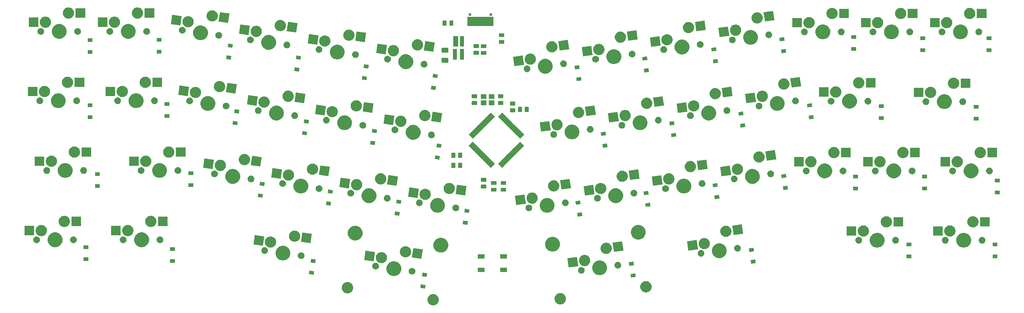
<source format=gbr>
G04 #@! TF.GenerationSoftware,KiCad,Pcbnew,(5.1.4-0-10_14)*
G04 #@! TF.CreationDate,2020-04-19T23:22:29-05:00*
G04 #@! TF.ProjectId,minister,6d696e69-7374-4657-922e-6b696361645f,rev?*
G04 #@! TF.SameCoordinates,Original*
G04 #@! TF.FileFunction,Soldermask,Bot*
G04 #@! TF.FilePolarity,Negative*
%FSLAX46Y46*%
G04 Gerber Fmt 4.6, Leading zero omitted, Abs format (unit mm)*
G04 Created by KiCad (PCBNEW (5.1.4-0-10_14)) date 2020-04-19 23:22:29*
%MOMM*%
%LPD*%
G04 APERTURE LIST*
%ADD10C,0.100000*%
G04 APERTURE END LIST*
D10*
G36*
X127260107Y-149303997D02*
G01*
X127349652Y-149341088D01*
X127546737Y-149422723D01*
X127546738Y-149422724D01*
X127804700Y-149595088D01*
X128024079Y-149814467D01*
X128139249Y-149986832D01*
X128196444Y-150072430D01*
X128209960Y-150105061D01*
X128315170Y-150359060D01*
X128345433Y-150511204D01*
X128375696Y-150663346D01*
X128375696Y-150973596D01*
X128315170Y-151277882D01*
X128265992Y-151396608D01*
X128196444Y-151564512D01*
X128193796Y-151568475D01*
X128024079Y-151822475D01*
X127804700Y-152041854D01*
X127658605Y-152139471D01*
X127546737Y-152214219D01*
X127378833Y-152283767D01*
X127260107Y-152332945D01*
X126955821Y-152393471D01*
X126645571Y-152393471D01*
X126341285Y-152332945D01*
X126222559Y-152283767D01*
X126054655Y-152214219D01*
X125942787Y-152139471D01*
X125796692Y-152041854D01*
X125577313Y-151822475D01*
X125407596Y-151568475D01*
X125404948Y-151564512D01*
X125335400Y-151396608D01*
X125286222Y-151277882D01*
X125225696Y-150973596D01*
X125225696Y-150663346D01*
X125286222Y-150359060D01*
X125391432Y-150105061D01*
X125404948Y-150072430D01*
X125462143Y-149986832D01*
X125577313Y-149814467D01*
X125796692Y-149595088D01*
X126054654Y-149422724D01*
X126054655Y-149422723D01*
X126251740Y-149341088D01*
X126341285Y-149303997D01*
X126645571Y-149243471D01*
X126955821Y-149243471D01*
X127260107Y-149303997D01*
X127260107Y-149303997D01*
G37*
G36*
X162177571Y-149019734D02*
G01*
X162329715Y-149049997D01*
X162448441Y-149099175D01*
X162616345Y-149168723D01*
X162616346Y-149168724D01*
X162874308Y-149341088D01*
X163093687Y-149560467D01*
X163208857Y-149732832D01*
X163266052Y-149818430D01*
X163335600Y-149986334D01*
X163371262Y-150072429D01*
X163384778Y-150105061D01*
X163435302Y-150359060D01*
X163445304Y-150409347D01*
X163445304Y-150719595D01*
X163394781Y-150973595D01*
X163384778Y-151023881D01*
X163266052Y-151310512D01*
X163266051Y-151310513D01*
X163093687Y-151568475D01*
X162874308Y-151787854D01*
X162701943Y-151903024D01*
X162616345Y-151960219D01*
X162448441Y-152029767D01*
X162329715Y-152078945D01*
X162177571Y-152109208D01*
X162025429Y-152139471D01*
X161715179Y-152139471D01*
X161563037Y-152109208D01*
X161410893Y-152078945D01*
X161292167Y-152029767D01*
X161124263Y-151960219D01*
X161038665Y-151903024D01*
X160866300Y-151787854D01*
X160646921Y-151568475D01*
X160474557Y-151310513D01*
X160474556Y-151310512D01*
X160355830Y-151023881D01*
X160345828Y-150973595D01*
X160295304Y-150719595D01*
X160295304Y-150409347D01*
X160305307Y-150359060D01*
X160355830Y-150105061D01*
X160369347Y-150072429D01*
X160405008Y-149986334D01*
X160474556Y-149818430D01*
X160531751Y-149732832D01*
X160646921Y-149560467D01*
X160866300Y-149341088D01*
X161124262Y-149168724D01*
X161124263Y-149168723D01*
X161292167Y-149099175D01*
X161410893Y-149049997D01*
X161563037Y-149019734D01*
X161715179Y-148989471D01*
X162025429Y-148989471D01*
X162177571Y-149019734D01*
X162177571Y-149019734D01*
G37*
G36*
X103464323Y-145950837D02*
G01*
X103616467Y-145981100D01*
X103706012Y-146018191D01*
X103903097Y-146099826D01*
X103903098Y-146099827D01*
X104161060Y-146272191D01*
X104380439Y-146491570D01*
X104495609Y-146663935D01*
X104552804Y-146749533D01*
X104566320Y-146782164D01*
X104671530Y-147036163D01*
X104732056Y-147340449D01*
X104732056Y-147650699D01*
X104709784Y-147762668D01*
X104671530Y-147954985D01*
X104622352Y-148073711D01*
X104552804Y-148241615D01*
X104550156Y-148245578D01*
X104380439Y-148499578D01*
X104161060Y-148718957D01*
X104014965Y-148816574D01*
X103903097Y-148891322D01*
X103735193Y-148960870D01*
X103616467Y-149010048D01*
X103312181Y-149070574D01*
X103001931Y-149070574D01*
X102697645Y-149010048D01*
X102578919Y-148960870D01*
X102411015Y-148891322D01*
X102299147Y-148816574D01*
X102153052Y-148718957D01*
X101933673Y-148499578D01*
X101763956Y-148245578D01*
X101761308Y-148241615D01*
X101691760Y-148073711D01*
X101642582Y-147954985D01*
X101604328Y-147762668D01*
X101582056Y-147650699D01*
X101582056Y-147340449D01*
X101642582Y-147036163D01*
X101747792Y-146782164D01*
X101761308Y-146749533D01*
X101818503Y-146663935D01*
X101933673Y-146491570D01*
X102153052Y-146272191D01*
X102411014Y-146099827D01*
X102411015Y-146099826D01*
X102608100Y-146018191D01*
X102697645Y-145981100D01*
X102849789Y-145950837D01*
X103001931Y-145920574D01*
X103312181Y-145920574D01*
X103464323Y-145950837D01*
X103464323Y-145950837D01*
G37*
G36*
X185973355Y-145727100D02*
G01*
X186092081Y-145776278D01*
X186259985Y-145845826D01*
X186259986Y-145845827D01*
X186517948Y-146018191D01*
X186737327Y-146237570D01*
X186852497Y-146409935D01*
X186909692Y-146495533D01*
X186979240Y-146663437D01*
X187014902Y-146749532D01*
X187028418Y-146782164D01*
X187078942Y-147036163D01*
X187088944Y-147086450D01*
X187088944Y-147396698D01*
X187038421Y-147650698D01*
X187028418Y-147700984D01*
X186909692Y-147987615D01*
X186909691Y-147987616D01*
X186737327Y-148245578D01*
X186517948Y-148464957D01*
X186345583Y-148580127D01*
X186259985Y-148637322D01*
X186092081Y-148706870D01*
X185973355Y-148756048D01*
X185669069Y-148816574D01*
X185358819Y-148816574D01*
X185054533Y-148756048D01*
X184935807Y-148706870D01*
X184767903Y-148637322D01*
X184682305Y-148580127D01*
X184509940Y-148464957D01*
X184290561Y-148245578D01*
X184118197Y-147987616D01*
X184118196Y-147987615D01*
X183999470Y-147700984D01*
X183989468Y-147650698D01*
X183938944Y-147396698D01*
X183938944Y-147086450D01*
X183948947Y-147036163D01*
X183999470Y-146782164D01*
X184012987Y-146749532D01*
X184048648Y-146663437D01*
X184118196Y-146495533D01*
X184175391Y-146409935D01*
X184290561Y-146237570D01*
X184509940Y-146018191D01*
X184767902Y-145845827D01*
X184767903Y-145845826D01*
X184935807Y-145776278D01*
X185054533Y-145727100D01*
X185358819Y-145666574D01*
X185669069Y-145666574D01*
X185973355Y-145727100D01*
X185973355Y-145727100D01*
G37*
G36*
X124690754Y-146770419D02*
G01*
X124551303Y-147762668D01*
X123261974Y-147581465D01*
X123401425Y-146589216D01*
X124690754Y-146770419D01*
X124690754Y-146770419D01*
G37*
G36*
X182681026Y-144533465D02*
G01*
X181391697Y-144714668D01*
X181252246Y-143722419D01*
X182541575Y-143541216D01*
X182681026Y-144533465D01*
X182681026Y-144533465D01*
G37*
G36*
X125150026Y-143502535D02*
G01*
X125010575Y-144494784D01*
X123721246Y-144313581D01*
X123860697Y-143321332D01*
X125150026Y-143502535D01*
X125150026Y-143502535D01*
G37*
G36*
X116547474Y-140273684D02*
G01*
X116738962Y-140353001D01*
X116919623Y-140427833D01*
X117254548Y-140651623D01*
X117539377Y-140936452D01*
X117763167Y-141271377D01*
X117763167Y-141271378D01*
X117917316Y-141643526D01*
X117995900Y-142038594D01*
X117995900Y-142441406D01*
X117917316Y-142836474D01*
X117868377Y-142954622D01*
X117763167Y-143208623D01*
X117539377Y-143543548D01*
X117254548Y-143828377D01*
X116919623Y-144052167D01*
X116765474Y-144116017D01*
X116547474Y-144206316D01*
X116152406Y-144284900D01*
X115749594Y-144284900D01*
X115354526Y-144206316D01*
X115136526Y-144116017D01*
X114982377Y-144052167D01*
X114647452Y-143828377D01*
X114362623Y-143543548D01*
X114138833Y-143208623D01*
X114033623Y-142954622D01*
X113984684Y-142836474D01*
X113906100Y-142441406D01*
X113906100Y-142038594D01*
X113984684Y-141643526D01*
X114138833Y-141271378D01*
X114138833Y-141271377D01*
X114362623Y-140936452D01*
X114647452Y-140651623D01*
X114982377Y-140427833D01*
X115163038Y-140353001D01*
X115354526Y-140273684D01*
X115749594Y-140195100D01*
X116152406Y-140195100D01*
X116547474Y-140273684D01*
X116547474Y-140273684D01*
G37*
G36*
X173316474Y-140019684D02*
G01*
X173534474Y-140109983D01*
X173688623Y-140173833D01*
X174023548Y-140397623D01*
X174308377Y-140682452D01*
X174532167Y-141017377D01*
X174532167Y-141017378D01*
X174686316Y-141389526D01*
X174764900Y-141784594D01*
X174764900Y-142187406D01*
X174686316Y-142582474D01*
X174647205Y-142676895D01*
X174532167Y-142954623D01*
X174308377Y-143289548D01*
X174023548Y-143574377D01*
X173688623Y-143798167D01*
X173615689Y-143828377D01*
X173316474Y-143952316D01*
X172921406Y-144030900D01*
X172518594Y-144030900D01*
X172123526Y-143952316D01*
X171824311Y-143828377D01*
X171751377Y-143798167D01*
X171416452Y-143574377D01*
X171131623Y-143289548D01*
X170907833Y-142954623D01*
X170792795Y-142676895D01*
X170753684Y-142582474D01*
X170675100Y-142187406D01*
X170675100Y-141784594D01*
X170753684Y-141389526D01*
X170907833Y-141017378D01*
X170907833Y-141017377D01*
X171131623Y-140682452D01*
X171416452Y-140397623D01*
X171751377Y-140173833D01*
X171905526Y-140109983D01*
X172123526Y-140019684D01*
X172518594Y-139941100D01*
X172921406Y-139941100D01*
X173316474Y-140019684D01*
X173316474Y-140019684D01*
G37*
G36*
X93956754Y-142960419D02*
G01*
X93817303Y-143952668D01*
X92527974Y-143771465D01*
X92667425Y-142779216D01*
X93956754Y-142960419D01*
X93956754Y-142960419D01*
G37*
G36*
X121251666Y-142056584D02*
G01*
X121420188Y-142126388D01*
X121571853Y-142227727D01*
X121700834Y-142356708D01*
X121802173Y-142508373D01*
X121871977Y-142676895D01*
X121907562Y-142855796D01*
X121907562Y-143038202D01*
X121871977Y-143217103D01*
X121802173Y-143385625D01*
X121700834Y-143537290D01*
X121571853Y-143666271D01*
X121420188Y-143767610D01*
X121251666Y-143837414D01*
X121072765Y-143872999D01*
X120890359Y-143872999D01*
X120711458Y-143837414D01*
X120542936Y-143767610D01*
X120391271Y-143666271D01*
X120262290Y-143537290D01*
X120160951Y-143385625D01*
X120091147Y-143217103D01*
X120055562Y-143038202D01*
X120055562Y-142855796D01*
X120091147Y-142676895D01*
X120160951Y-142508373D01*
X120262290Y-142356708D01*
X120391271Y-142227727D01*
X120542936Y-142126388D01*
X120711458Y-142056584D01*
X120890359Y-142020999D01*
X121072765Y-142020999D01*
X121251666Y-142056584D01*
X121251666Y-142056584D01*
G37*
G36*
X167959542Y-141802584D02*
G01*
X168128064Y-141872388D01*
X168279729Y-141973727D01*
X168408710Y-142102708D01*
X168510049Y-142254373D01*
X168579853Y-142422895D01*
X168615438Y-142601796D01*
X168615438Y-142784202D01*
X168579853Y-142963103D01*
X168510049Y-143131625D01*
X168408710Y-143283290D01*
X168279729Y-143412271D01*
X168128064Y-143513610D01*
X167959542Y-143583414D01*
X167780641Y-143618999D01*
X167598235Y-143618999D01*
X167419334Y-143583414D01*
X167250812Y-143513610D01*
X167099147Y-143412271D01*
X166970166Y-143283290D01*
X166868827Y-143131625D01*
X166799023Y-142963103D01*
X166763438Y-142784202D01*
X166763438Y-142601796D01*
X166799023Y-142422895D01*
X166868827Y-142254373D01*
X166970166Y-142102708D01*
X167099147Y-141973727D01*
X167250812Y-141872388D01*
X167419334Y-141802584D01*
X167598235Y-141766999D01*
X167780641Y-141766999D01*
X167959542Y-141802584D01*
X167959542Y-141802584D01*
G37*
G36*
X147180000Y-143167000D02*
G01*
X145278000Y-143167000D01*
X145278000Y-141965000D01*
X147180000Y-141965000D01*
X147180000Y-143167000D01*
X147180000Y-143167000D01*
G37*
G36*
X140980000Y-143167000D02*
G01*
X139078000Y-143167000D01*
X139078000Y-141965000D01*
X140980000Y-141965000D01*
X140980000Y-143167000D01*
X140980000Y-143167000D01*
G37*
G36*
X111190542Y-140642586D02*
G01*
X111359064Y-140712390D01*
X111510729Y-140813729D01*
X111639710Y-140942710D01*
X111741049Y-141094375D01*
X111810853Y-141262897D01*
X111846438Y-141441798D01*
X111846438Y-141624204D01*
X111810853Y-141803105D01*
X111741049Y-141971627D01*
X111639710Y-142123292D01*
X111510729Y-142252273D01*
X111359064Y-142353612D01*
X111190542Y-142423416D01*
X111011641Y-142459001D01*
X110829235Y-142459001D01*
X110650334Y-142423416D01*
X110481812Y-142353612D01*
X110330147Y-142252273D01*
X110201166Y-142123292D01*
X110099827Y-141971627D01*
X110030023Y-141803105D01*
X109994438Y-141624204D01*
X109994438Y-141441798D01*
X110030023Y-141262897D01*
X110099827Y-141094375D01*
X110201166Y-140942710D01*
X110330147Y-140813729D01*
X110481812Y-140712390D01*
X110650334Y-140642586D01*
X110829235Y-140607001D01*
X111011641Y-140607001D01*
X111190542Y-140642586D01*
X111190542Y-140642586D01*
G37*
G36*
X178020666Y-140388586D02*
G01*
X178189188Y-140458390D01*
X178340853Y-140559729D01*
X178469834Y-140688710D01*
X178571173Y-140840375D01*
X178640977Y-141008897D01*
X178676562Y-141187798D01*
X178676562Y-141370204D01*
X178640977Y-141549105D01*
X178571173Y-141717627D01*
X178469834Y-141869292D01*
X178340853Y-141998273D01*
X178189188Y-142099612D01*
X178020666Y-142169416D01*
X177841765Y-142205001D01*
X177659359Y-142205001D01*
X177480458Y-142169416D01*
X177311936Y-142099612D01*
X177160271Y-141998273D01*
X177031290Y-141869292D01*
X176929951Y-141717627D01*
X176860147Y-141549105D01*
X176824562Y-141370204D01*
X176824562Y-141187798D01*
X176860147Y-141008897D01*
X176929951Y-140840375D01*
X177031290Y-140688710D01*
X177160271Y-140559729D01*
X177311936Y-140458390D01*
X177480458Y-140388586D01*
X177659359Y-140353001D01*
X177841765Y-140353001D01*
X178020666Y-140388586D01*
X178020666Y-140388586D01*
G37*
G36*
X166844611Y-141560556D02*
G01*
X164218420Y-141929643D01*
X163856291Y-139352966D01*
X166482482Y-138983879D01*
X166844611Y-141560556D01*
X166844611Y-141560556D01*
G37*
G36*
X168795743Y-138459796D02*
G01*
X169045989Y-138509573D01*
X169328253Y-138626490D01*
X169582284Y-138796228D01*
X169798320Y-139012264D01*
X169968058Y-139266295D01*
X170084975Y-139548559D01*
X170144579Y-139848209D01*
X170144579Y-140153729D01*
X170084975Y-140453379D01*
X169968058Y-140735643D01*
X169798320Y-140989674D01*
X169582284Y-141205710D01*
X169328253Y-141375448D01*
X169045989Y-141492365D01*
X168896164Y-141522167D01*
X168746340Y-141551969D01*
X168440818Y-141551969D01*
X168290994Y-141522167D01*
X168141169Y-141492365D01*
X167858905Y-141375448D01*
X167604874Y-141205710D01*
X167388838Y-140989674D01*
X167219100Y-140735643D01*
X167102183Y-140453379D01*
X167042579Y-140153729D01*
X167042579Y-139848209D01*
X167102183Y-139548559D01*
X167219100Y-139266295D01*
X167388838Y-139012264D01*
X167604874Y-138796228D01*
X167858905Y-138626490D01*
X168141169Y-138509573D01*
X168391415Y-138459796D01*
X168440818Y-138449969D01*
X168746340Y-138449969D01*
X168795743Y-138459796D01*
X168795743Y-138459796D01*
G37*
G36*
X182221754Y-141265581D02*
G01*
X180932425Y-141446784D01*
X180792974Y-140454535D01*
X182082303Y-140273332D01*
X182221754Y-141265581D01*
X182221754Y-141265581D01*
G37*
G36*
X215803662Y-140706407D02*
G01*
X214514333Y-140887610D01*
X214374882Y-139895361D01*
X215664211Y-139714158D01*
X215803662Y-140706407D01*
X215803662Y-140706407D01*
G37*
G36*
X112735396Y-137653626D02*
G01*
X112983988Y-137703074D01*
X113266252Y-137819991D01*
X113520283Y-137989729D01*
X113736319Y-138205765D01*
X113906057Y-138459796D01*
X114022974Y-138742060D01*
X114082578Y-139041710D01*
X114082578Y-139347230D01*
X114022974Y-139646880D01*
X113906057Y-139929144D01*
X113736319Y-140183175D01*
X113520283Y-140399211D01*
X113266252Y-140568949D01*
X112983988Y-140685866D01*
X112880721Y-140706407D01*
X112684339Y-140745470D01*
X112378817Y-140745470D01*
X112182435Y-140706407D01*
X112079168Y-140685866D01*
X111796904Y-140568949D01*
X111542873Y-140399211D01*
X111326837Y-140183175D01*
X111157099Y-139929144D01*
X111040182Y-139646880D01*
X110980578Y-139347230D01*
X110980578Y-139041710D01*
X111040182Y-138742060D01*
X111157099Y-138459796D01*
X111326837Y-138205765D01*
X111542873Y-137989729D01*
X111796904Y-137819991D01*
X112079168Y-137703074D01*
X112327760Y-137653626D01*
X112378817Y-137643470D01*
X112684339Y-137643470D01*
X112735396Y-137653626D01*
X112735396Y-137653626D01*
G37*
G36*
X94416026Y-139692535D02*
G01*
X94276575Y-140684784D01*
X92987246Y-140503581D01*
X93126697Y-139511332D01*
X94416026Y-139692535D01*
X94416026Y-139692535D01*
G37*
G36*
X55515000Y-140581000D02*
G01*
X54213000Y-140581000D01*
X54213000Y-139579000D01*
X55515000Y-139579000D01*
X55515000Y-140581000D01*
X55515000Y-140581000D01*
G37*
G36*
X110782610Y-137634883D02*
G01*
X110420481Y-140211560D01*
X107794290Y-139842473D01*
X108156419Y-137265796D01*
X110782610Y-137634883D01*
X110782610Y-137634883D01*
G37*
G36*
X31639000Y-140073000D02*
G01*
X30337000Y-140073000D01*
X30337000Y-139071000D01*
X31639000Y-139071000D01*
X31639000Y-140073000D01*
X31639000Y-140073000D01*
G37*
G36*
X85940474Y-135955684D02*
G01*
X86135921Y-136036641D01*
X86312623Y-136109833D01*
X86647548Y-136333623D01*
X86932377Y-136618452D01*
X87156167Y-136953377D01*
X87156167Y-136953378D01*
X87310316Y-137325526D01*
X87388900Y-137720594D01*
X87388900Y-138123406D01*
X87310316Y-138518474D01*
X87283054Y-138584289D01*
X87156167Y-138890623D01*
X86932377Y-139225548D01*
X86647548Y-139510377D01*
X86312623Y-139734167D01*
X86158474Y-139798017D01*
X85940474Y-139888316D01*
X85545406Y-139966900D01*
X85142594Y-139966900D01*
X84747526Y-139888316D01*
X84529526Y-139798017D01*
X84375377Y-139734167D01*
X84040452Y-139510377D01*
X83755623Y-139225548D01*
X83531833Y-138890623D01*
X83404946Y-138584289D01*
X83377684Y-138518474D01*
X83299100Y-138123406D01*
X83299100Y-137720594D01*
X83377684Y-137325526D01*
X83531833Y-136953378D01*
X83531833Y-136953377D01*
X83755623Y-136618452D01*
X84040452Y-136333623D01*
X84375377Y-136109833D01*
X84552079Y-136036641D01*
X84747526Y-135955684D01*
X85142594Y-135877100D01*
X85545406Y-135877100D01*
X85940474Y-135955684D01*
X85940474Y-135955684D01*
G37*
G36*
X90644666Y-137738584D02*
G01*
X90813188Y-137808388D01*
X90964853Y-137909727D01*
X91093834Y-138038708D01*
X91195173Y-138190373D01*
X91264977Y-138358895D01*
X91300562Y-138537796D01*
X91300562Y-138720202D01*
X91264977Y-138899103D01*
X91195173Y-139067625D01*
X91093834Y-139219290D01*
X90964853Y-139348271D01*
X90813188Y-139449610D01*
X90644666Y-139519414D01*
X90465765Y-139554999D01*
X90283359Y-139554999D01*
X90104458Y-139519414D01*
X89935936Y-139449610D01*
X89784271Y-139348271D01*
X89655290Y-139219290D01*
X89553951Y-139067625D01*
X89484147Y-138899103D01*
X89448562Y-138720202D01*
X89448562Y-138537796D01*
X89484147Y-138358895D01*
X89553951Y-138190373D01*
X89655290Y-138038708D01*
X89784271Y-137909727D01*
X89935936Y-137808388D01*
X90104458Y-137738584D01*
X90283359Y-137702999D01*
X90465765Y-137702999D01*
X90644666Y-137738584D01*
X90644666Y-137738584D01*
G37*
G36*
X123937305Y-136918692D02*
G01*
X123575176Y-139495369D01*
X120948985Y-139126282D01*
X121311114Y-136549605D01*
X123937305Y-136918692D01*
X123937305Y-136918692D01*
G37*
G36*
X140980000Y-139467000D02*
G01*
X139078000Y-139467000D01*
X139078000Y-138265000D01*
X140980000Y-138265000D01*
X140980000Y-139467000D01*
X140980000Y-139467000D01*
G37*
G36*
X147180000Y-139467000D02*
G01*
X145278000Y-139467000D01*
X145278000Y-138265000D01*
X147180000Y-138265000D01*
X147180000Y-139467000D01*
X147180000Y-139467000D01*
G37*
G36*
X206336474Y-135320684D02*
G01*
X206521195Y-135397198D01*
X206708623Y-135474833D01*
X207043548Y-135698623D01*
X207328377Y-135983452D01*
X207552167Y-136318377D01*
X207603128Y-136441408D01*
X207706316Y-136690526D01*
X207784900Y-137085594D01*
X207784900Y-137488406D01*
X207706316Y-137883474D01*
X207662303Y-137989730D01*
X207552167Y-138255623D01*
X207328377Y-138590548D01*
X207043548Y-138875377D01*
X206708623Y-139099167D01*
X206672962Y-139113938D01*
X206336474Y-139253316D01*
X205941406Y-139331900D01*
X205538594Y-139331900D01*
X205143526Y-139253316D01*
X204807038Y-139113938D01*
X204771377Y-139099167D01*
X204436452Y-138875377D01*
X204151623Y-138590548D01*
X203927833Y-138255623D01*
X203817697Y-137989730D01*
X203773684Y-137883474D01*
X203695100Y-137488406D01*
X203695100Y-137085594D01*
X203773684Y-136690526D01*
X203876872Y-136441408D01*
X203927833Y-136318377D01*
X204151623Y-135983452D01*
X204436452Y-135698623D01*
X204771377Y-135474833D01*
X204958805Y-135397198D01*
X205143526Y-135320684D01*
X205538594Y-135242100D01*
X205941406Y-135242100D01*
X206336474Y-135320684D01*
X206336474Y-135320684D01*
G37*
G36*
X282464000Y-139311000D02*
G01*
X281162000Y-139311000D01*
X281162000Y-138309000D01*
X282464000Y-138309000D01*
X282464000Y-139311000D01*
X282464000Y-139311000D01*
G37*
G36*
X258715000Y-139311000D02*
G01*
X257413000Y-139311000D01*
X257413000Y-138309000D01*
X258715000Y-138309000D01*
X258715000Y-139311000D01*
X258715000Y-139311000D01*
G37*
G36*
X119450231Y-136036641D02*
G01*
X119625690Y-136071542D01*
X119907954Y-136188459D01*
X120161985Y-136358197D01*
X120378021Y-136574233D01*
X120547759Y-136828264D01*
X120664676Y-137110528D01*
X120688568Y-137230643D01*
X120724280Y-137410177D01*
X120724280Y-137715699D01*
X120713143Y-137771686D01*
X120664676Y-138015348D01*
X120547759Y-138297612D01*
X120378021Y-138551643D01*
X120161985Y-138767679D01*
X119907954Y-138937417D01*
X119625690Y-139054334D01*
X119541904Y-139071000D01*
X119326041Y-139113938D01*
X119020519Y-139113938D01*
X118804656Y-139071000D01*
X118720870Y-139054334D01*
X118438606Y-138937417D01*
X118184575Y-138767679D01*
X117968539Y-138551643D01*
X117798801Y-138297612D01*
X117681884Y-138015348D01*
X117633417Y-137771686D01*
X117622280Y-137715699D01*
X117622280Y-137410177D01*
X117657992Y-137230643D01*
X117681884Y-137110528D01*
X117798801Y-136828264D01*
X117968539Y-136574233D01*
X118184575Y-136358197D01*
X118438606Y-136188459D01*
X118720870Y-136071542D01*
X118896329Y-136036641D01*
X119020519Y-136011938D01*
X119326041Y-136011938D01*
X119450231Y-136036641D01*
X119450231Y-136036641D01*
G37*
G36*
X200979542Y-137103584D02*
G01*
X201148064Y-137173388D01*
X201299729Y-137274727D01*
X201428710Y-137403708D01*
X201530049Y-137555373D01*
X201599853Y-137723895D01*
X201635438Y-137902796D01*
X201635438Y-138085202D01*
X201599853Y-138264103D01*
X201530049Y-138432625D01*
X201428710Y-138584290D01*
X201299729Y-138713271D01*
X201148064Y-138814610D01*
X200979542Y-138884414D01*
X200800641Y-138919999D01*
X200618235Y-138919999D01*
X200439334Y-138884414D01*
X200270812Y-138814610D01*
X200119147Y-138713271D01*
X199990166Y-138584290D01*
X199888827Y-138432625D01*
X199819023Y-138264103D01*
X199783438Y-138085202D01*
X199783438Y-137902796D01*
X199819023Y-137723895D01*
X199888827Y-137555373D01*
X199990166Y-137403708D01*
X200119147Y-137274727D01*
X200270812Y-137173388D01*
X200439334Y-137103584D01*
X200618235Y-137067999D01*
X200800641Y-137067999D01*
X200979542Y-137103584D01*
X200979542Y-137103584D01*
G37*
G36*
X174830867Y-135080741D02*
G01*
X174980692Y-135110543D01*
X175262956Y-135227460D01*
X175516987Y-135397198D01*
X175733023Y-135613234D01*
X175902761Y-135867265D01*
X176019678Y-136149529D01*
X176030775Y-136205316D01*
X176079282Y-136449178D01*
X176079282Y-136754700D01*
X176074970Y-136776376D01*
X176019678Y-137054349D01*
X175902761Y-137336613D01*
X175733023Y-137590644D01*
X175516987Y-137806680D01*
X175262956Y-137976418D01*
X174980692Y-138093335D01*
X174830867Y-138123137D01*
X174681043Y-138152939D01*
X174375521Y-138152939D01*
X174225697Y-138123137D01*
X174075872Y-138093335D01*
X173793608Y-137976418D01*
X173539577Y-137806680D01*
X173323541Y-137590644D01*
X173153803Y-137336613D01*
X173036886Y-137054349D01*
X172981594Y-136776376D01*
X172977282Y-136754700D01*
X172977282Y-136449178D01*
X173025789Y-136205316D01*
X173036886Y-136149529D01*
X173153803Y-135867265D01*
X173323541Y-135613234D01*
X173539577Y-135397198D01*
X173793608Y-135227460D01*
X174075872Y-135110543D01*
X174225697Y-135080741D01*
X174375521Y-135050939D01*
X174681043Y-135050939D01*
X174830867Y-135080741D01*
X174830867Y-135080741D01*
G37*
G36*
X80583542Y-136324586D02*
G01*
X80752064Y-136394390D01*
X80903729Y-136495729D01*
X81032710Y-136624710D01*
X81134049Y-136776375D01*
X81203853Y-136944897D01*
X81239438Y-137123798D01*
X81239438Y-137306204D01*
X81203853Y-137485105D01*
X81134049Y-137653627D01*
X81032710Y-137805292D01*
X80903729Y-137934273D01*
X80752064Y-138035612D01*
X80583542Y-138105416D01*
X80404641Y-138141001D01*
X80222235Y-138141001D01*
X80043334Y-138105416D01*
X79874812Y-138035612D01*
X79723147Y-137934273D01*
X79594166Y-137805292D01*
X79492827Y-137653627D01*
X79423023Y-137485105D01*
X79387438Y-137306204D01*
X79387438Y-137123798D01*
X79423023Y-136944897D01*
X79492827Y-136776375D01*
X79594166Y-136624710D01*
X79723147Y-136495729D01*
X79874812Y-136394390D01*
X80043334Y-136324586D01*
X80222235Y-136289001D01*
X80404641Y-136289001D01*
X80583542Y-136324586D01*
X80583542Y-136324586D01*
G37*
G36*
X129518168Y-133760470D02*
G01*
X129639127Y-133810573D01*
X129890317Y-133914619D01*
X130225242Y-134138409D01*
X130510071Y-134423238D01*
X130733861Y-134758163D01*
X130771718Y-134849559D01*
X130888010Y-135130312D01*
X130966594Y-135525380D01*
X130966594Y-135928192D01*
X130888010Y-136323260D01*
X130819442Y-136488798D01*
X130733861Y-136695409D01*
X130510071Y-137030334D01*
X130225242Y-137315163D01*
X129890317Y-137538953D01*
X129765526Y-137590643D01*
X129518168Y-137693102D01*
X129123100Y-137771686D01*
X128720288Y-137771686D01*
X128325220Y-137693102D01*
X128077862Y-137590643D01*
X127953071Y-137538953D01*
X127618146Y-137315163D01*
X127333317Y-137030334D01*
X127109527Y-136695409D01*
X127023946Y-136488798D01*
X126955378Y-136323260D01*
X126876794Y-135928192D01*
X126876794Y-135525380D01*
X126955378Y-135130312D01*
X127071670Y-134849559D01*
X127109527Y-134758163D01*
X127333317Y-134423238D01*
X127618146Y-134138409D01*
X127953071Y-133914619D01*
X128204261Y-133810573D01*
X128325220Y-133760470D01*
X128720288Y-133681886D01*
X129123100Y-133681886D01*
X129518168Y-133760470D01*
X129518168Y-133760470D01*
G37*
G36*
X215344390Y-137438523D02*
G01*
X214055061Y-137619726D01*
X213915610Y-136627477D01*
X215204939Y-136446274D01*
X215344390Y-137438523D01*
X215344390Y-137438523D01*
G37*
G36*
X179292307Y-137246184D02*
G01*
X176666116Y-137615271D01*
X176303987Y-135038594D01*
X178930178Y-134669507D01*
X179292307Y-137246184D01*
X179292307Y-137246184D01*
G37*
G36*
X160345780Y-133506470D02*
G01*
X160563780Y-133596769D01*
X160717929Y-133660619D01*
X161052854Y-133884409D01*
X161337683Y-134169238D01*
X161561473Y-134504163D01*
X161616124Y-134636103D01*
X161715622Y-134876312D01*
X161794206Y-135271380D01*
X161794206Y-135674192D01*
X161715622Y-136069260D01*
X161640364Y-136250949D01*
X161561473Y-136441409D01*
X161337683Y-136776334D01*
X161052854Y-137061163D01*
X160717929Y-137284953D01*
X160593215Y-137336611D01*
X160345780Y-137439102D01*
X159950712Y-137517686D01*
X159547900Y-137517686D01*
X159152832Y-137439102D01*
X158905397Y-137336611D01*
X158780683Y-137284953D01*
X158445758Y-137061163D01*
X158160929Y-136776334D01*
X157937139Y-136441409D01*
X157858248Y-136250949D01*
X157782990Y-136069260D01*
X157704406Y-135674192D01*
X157704406Y-135271380D01*
X157782990Y-134876312D01*
X157882488Y-134636103D01*
X157937139Y-134504163D01*
X158160929Y-134169238D01*
X158445758Y-133884409D01*
X158780683Y-133660619D01*
X158934832Y-133596769D01*
X159152832Y-133506470D01*
X159547900Y-133427886D01*
X159950712Y-133427886D01*
X160345780Y-133506470D01*
X160345780Y-133506470D01*
G37*
G36*
X211040666Y-135689586D02*
G01*
X211209188Y-135759390D01*
X211360853Y-135860729D01*
X211489834Y-135989710D01*
X211591173Y-136141375D01*
X211660977Y-136309897D01*
X211696562Y-136488798D01*
X211696562Y-136671204D01*
X211660977Y-136850105D01*
X211591173Y-137018627D01*
X211489834Y-137170292D01*
X211360853Y-137299273D01*
X211209188Y-137400612D01*
X211040666Y-137470416D01*
X210861765Y-137506001D01*
X210679359Y-137506001D01*
X210500458Y-137470416D01*
X210331936Y-137400612D01*
X210180271Y-137299273D01*
X210051290Y-137170292D01*
X209949951Y-137018627D01*
X209880147Y-136850105D01*
X209844562Y-136671204D01*
X209844562Y-136488798D01*
X209880147Y-136309897D01*
X209949951Y-136141375D01*
X210051290Y-135989710D01*
X210180271Y-135860729D01*
X210331936Y-135759390D01*
X210500458Y-135689586D01*
X210679359Y-135654001D01*
X210861765Y-135654001D01*
X211040666Y-135689586D01*
X211040666Y-135689586D01*
G37*
G36*
X55515000Y-137281000D02*
G01*
X54213000Y-137281000D01*
X54213000Y-136279000D01*
X55515000Y-136279000D01*
X55515000Y-137281000D01*
X55515000Y-137281000D01*
G37*
G36*
X199864611Y-136861556D02*
G01*
X197238420Y-137230643D01*
X196876291Y-134653966D01*
X199502482Y-134284879D01*
X199864611Y-136861556D01*
X199864611Y-136861556D01*
G37*
G36*
X201890716Y-133775709D02*
G01*
X202065989Y-133810573D01*
X202348253Y-133927490D01*
X202602284Y-134097228D01*
X202818320Y-134313264D01*
X202988058Y-134567295D01*
X203099141Y-134835475D01*
X203104975Y-134849560D01*
X203164579Y-135149208D01*
X203164579Y-135454730D01*
X203147111Y-135542547D01*
X203104975Y-135754379D01*
X202988058Y-136036643D01*
X202818320Y-136290674D01*
X202602284Y-136506710D01*
X202348253Y-136676448D01*
X202065989Y-136793365D01*
X201916164Y-136823167D01*
X201766340Y-136852969D01*
X201460818Y-136852969D01*
X201310994Y-136823167D01*
X201161169Y-136793365D01*
X200878905Y-136676448D01*
X200624874Y-136506710D01*
X200408838Y-136290674D01*
X200239100Y-136036643D01*
X200122183Y-135754379D01*
X200080047Y-135542547D01*
X200062579Y-135454730D01*
X200062579Y-135149208D01*
X200122183Y-134849560D01*
X200128017Y-134835475D01*
X200239100Y-134567295D01*
X200408838Y-134313264D01*
X200624874Y-134097228D01*
X200878905Y-133927490D01*
X201161169Y-133810573D01*
X201336442Y-133775709D01*
X201460818Y-133750969D01*
X201766340Y-133750969D01*
X201890716Y-133775709D01*
X201890716Y-133775709D01*
G37*
G36*
X31639000Y-136773000D02*
G01*
X30337000Y-136773000D01*
X30337000Y-135771000D01*
X31639000Y-135771000D01*
X31639000Y-136773000D01*
X31639000Y-136773000D01*
G37*
G36*
X82193545Y-133348585D02*
G01*
X82376988Y-133385074D01*
X82659252Y-133501991D01*
X82913283Y-133671729D01*
X83129319Y-133887765D01*
X83299057Y-134141796D01*
X83415974Y-134424060D01*
X83431907Y-134504163D01*
X83475578Y-134723709D01*
X83475578Y-135029231D01*
X83471260Y-135050939D01*
X83415974Y-135328880D01*
X83299057Y-135611144D01*
X83129319Y-135865175D01*
X82913283Y-136081211D01*
X82659252Y-136250949D01*
X82376988Y-136367866D01*
X82243643Y-136394390D01*
X82077339Y-136427470D01*
X81771817Y-136427470D01*
X81605513Y-136394390D01*
X81472168Y-136367866D01*
X81189904Y-136250949D01*
X80935873Y-136081211D01*
X80719837Y-135865175D01*
X80550099Y-135611144D01*
X80433182Y-135328880D01*
X80377896Y-135050939D01*
X80373578Y-135029231D01*
X80373578Y-134723709D01*
X80417249Y-134504163D01*
X80433182Y-134424060D01*
X80550099Y-134141796D01*
X80719837Y-133887765D01*
X80935873Y-133671729D01*
X81189904Y-133501991D01*
X81472168Y-133385074D01*
X81655611Y-133348585D01*
X81771817Y-133325470D01*
X82077339Y-133325470D01*
X82193545Y-133348585D01*
X82193545Y-133348585D01*
G37*
G36*
X249897474Y-132399684D02*
G01*
X250115474Y-132489983D01*
X250269623Y-132553833D01*
X250604548Y-132777623D01*
X250889377Y-133062452D01*
X251113167Y-133397377D01*
X251158355Y-133506471D01*
X251267316Y-133769526D01*
X251345900Y-134164594D01*
X251345900Y-134567406D01*
X251267316Y-134962474D01*
X251197795Y-135130312D01*
X251113167Y-135334623D01*
X250889377Y-135669548D01*
X250604548Y-135954377D01*
X250269623Y-136178167D01*
X250204079Y-136205316D01*
X249897474Y-136332316D01*
X249502406Y-136410900D01*
X249099594Y-136410900D01*
X248704526Y-136332316D01*
X248397921Y-136205316D01*
X248332377Y-136178167D01*
X247997452Y-135954377D01*
X247712623Y-135669548D01*
X247488833Y-135334623D01*
X247404205Y-135130312D01*
X247334684Y-134962474D01*
X247256100Y-134567406D01*
X247256100Y-134164594D01*
X247334684Y-133769526D01*
X247443645Y-133506471D01*
X247488833Y-133397377D01*
X247712623Y-133062452D01*
X247997452Y-132777623D01*
X248332377Y-132553833D01*
X248486526Y-132489983D01*
X248704526Y-132399684D01*
X249099594Y-132321100D01*
X249502406Y-132321100D01*
X249897474Y-132399684D01*
X249897474Y-132399684D01*
G37*
G36*
X273773474Y-132399684D02*
G01*
X273991474Y-132489983D01*
X274145623Y-132553833D01*
X274480548Y-132777623D01*
X274765377Y-133062452D01*
X274989167Y-133397377D01*
X275034355Y-133506471D01*
X275143316Y-133769526D01*
X275221900Y-134164594D01*
X275221900Y-134567406D01*
X275143316Y-134962474D01*
X275073795Y-135130312D01*
X274989167Y-135334623D01*
X274765377Y-135669548D01*
X274480548Y-135954377D01*
X274145623Y-136178167D01*
X274080079Y-136205316D01*
X273773474Y-136332316D01*
X273378406Y-136410900D01*
X272975594Y-136410900D01*
X272580526Y-136332316D01*
X272273921Y-136205316D01*
X272208377Y-136178167D01*
X271873452Y-135954377D01*
X271588623Y-135669548D01*
X271364833Y-135334623D01*
X271280205Y-135130312D01*
X271210684Y-134962474D01*
X271132100Y-134567406D01*
X271132100Y-134164594D01*
X271210684Y-133769526D01*
X271319645Y-133506471D01*
X271364833Y-133397377D01*
X271588623Y-133062452D01*
X271873452Y-132777623D01*
X272208377Y-132553833D01*
X272362526Y-132489983D01*
X272580526Y-132399684D01*
X272975594Y-132321100D01*
X273378406Y-132321100D01*
X273773474Y-132399684D01*
X273773474Y-132399684D01*
G37*
G36*
X23075474Y-132272684D02*
G01*
X23192360Y-132321100D01*
X23447623Y-132426833D01*
X23782548Y-132650623D01*
X24067377Y-132935452D01*
X24291167Y-133270377D01*
X24323562Y-133348586D01*
X24445316Y-133642526D01*
X24523900Y-134037594D01*
X24523900Y-134440406D01*
X24445316Y-134835474D01*
X24365059Y-135029231D01*
X24291167Y-135207623D01*
X24067377Y-135542548D01*
X23782548Y-135827377D01*
X23447623Y-136051167D01*
X23305990Y-136109833D01*
X23075474Y-136205316D01*
X22680406Y-136283900D01*
X22277594Y-136283900D01*
X21882526Y-136205316D01*
X21652010Y-136109833D01*
X21510377Y-136051167D01*
X21175452Y-135827377D01*
X20890623Y-135542548D01*
X20666833Y-135207623D01*
X20592941Y-135029231D01*
X20512684Y-134835474D01*
X20434100Y-134440406D01*
X20434100Y-134037594D01*
X20512684Y-133642526D01*
X20634438Y-133348586D01*
X20666833Y-133270377D01*
X20890623Y-132935452D01*
X21175452Y-132650623D01*
X21510377Y-132426833D01*
X21765640Y-132321100D01*
X21882526Y-132272684D01*
X22277594Y-132194100D01*
X22680406Y-132194100D01*
X23075474Y-132272684D01*
X23075474Y-132272684D01*
G37*
G36*
X46951474Y-132272684D02*
G01*
X47068360Y-132321100D01*
X47323623Y-132426833D01*
X47658548Y-132650623D01*
X47943377Y-132935452D01*
X48167167Y-133270377D01*
X48199562Y-133348586D01*
X48321316Y-133642526D01*
X48399900Y-134037594D01*
X48399900Y-134440406D01*
X48321316Y-134835474D01*
X48241059Y-135029231D01*
X48167167Y-135207623D01*
X47943377Y-135542548D01*
X47658548Y-135827377D01*
X47323623Y-136051167D01*
X47181990Y-136109833D01*
X46951474Y-136205316D01*
X46556406Y-136283900D01*
X46153594Y-136283900D01*
X45758526Y-136205316D01*
X45528010Y-136109833D01*
X45386377Y-136051167D01*
X45051452Y-135827377D01*
X44766623Y-135542548D01*
X44542833Y-135207623D01*
X44468941Y-135029231D01*
X44388684Y-134835474D01*
X44310100Y-134440406D01*
X44310100Y-134037594D01*
X44388684Y-133642526D01*
X44510438Y-133348586D01*
X44542833Y-133270377D01*
X44766623Y-132935452D01*
X45051452Y-132650623D01*
X45386377Y-132426833D01*
X45641640Y-132321100D01*
X45758526Y-132272684D01*
X46153594Y-132194100D01*
X46556406Y-132194100D01*
X46951474Y-132272684D01*
X46951474Y-132272684D01*
G37*
G36*
X282464000Y-136011000D02*
G01*
X281162000Y-136011000D01*
X281162000Y-135009000D01*
X282464000Y-135009000D01*
X282464000Y-136011000D01*
X282464000Y-136011000D01*
G37*
G36*
X258715000Y-136011000D02*
G01*
X257413000Y-136011000D01*
X257413000Y-135009000D01*
X258715000Y-135009000D01*
X258715000Y-136011000D01*
X258715000Y-136011000D01*
G37*
G36*
X80175610Y-133316883D02*
G01*
X79813481Y-135893560D01*
X77187290Y-135524473D01*
X77549419Y-132947796D01*
X80175610Y-133316883D01*
X80175610Y-133316883D01*
G37*
G36*
X278527104Y-133475585D02*
G01*
X278695626Y-133545389D01*
X278847291Y-133646728D01*
X278976272Y-133775709D01*
X279077611Y-133927374D01*
X279147415Y-134095896D01*
X279183000Y-134274797D01*
X279183000Y-134457203D01*
X279147415Y-134636104D01*
X279077611Y-134804626D01*
X278976272Y-134956291D01*
X278847291Y-135085272D01*
X278695626Y-135186611D01*
X278527104Y-135256415D01*
X278348203Y-135292000D01*
X278165797Y-135292000D01*
X277986896Y-135256415D01*
X277818374Y-135186611D01*
X277666709Y-135085272D01*
X277537728Y-134956291D01*
X277436389Y-134804626D01*
X277366585Y-134636104D01*
X277331000Y-134457203D01*
X277331000Y-134274797D01*
X277366585Y-134095896D01*
X277436389Y-133927374D01*
X277537728Y-133775709D01*
X277666709Y-133646728D01*
X277818374Y-133545389D01*
X277986896Y-133475585D01*
X278165797Y-133440000D01*
X278348203Y-133440000D01*
X278527104Y-133475585D01*
X278527104Y-133475585D01*
G37*
G36*
X244491104Y-133475585D02*
G01*
X244659626Y-133545389D01*
X244811291Y-133646728D01*
X244940272Y-133775709D01*
X245041611Y-133927374D01*
X245111415Y-134095896D01*
X245147000Y-134274797D01*
X245147000Y-134457203D01*
X245111415Y-134636104D01*
X245041611Y-134804626D01*
X244940272Y-134956291D01*
X244811291Y-135085272D01*
X244659626Y-135186611D01*
X244491104Y-135256415D01*
X244312203Y-135292000D01*
X244129797Y-135292000D01*
X243950896Y-135256415D01*
X243782374Y-135186611D01*
X243630709Y-135085272D01*
X243501728Y-134956291D01*
X243400389Y-134804626D01*
X243330585Y-134636104D01*
X243295000Y-134457203D01*
X243295000Y-134274797D01*
X243330585Y-134095896D01*
X243400389Y-133927374D01*
X243501728Y-133775709D01*
X243630709Y-133646728D01*
X243782374Y-133545389D01*
X243950896Y-133475585D01*
X244129797Y-133440000D01*
X244312203Y-133440000D01*
X244491104Y-133475585D01*
X244491104Y-133475585D01*
G37*
G36*
X254651104Y-133475585D02*
G01*
X254819626Y-133545389D01*
X254971291Y-133646728D01*
X255100272Y-133775709D01*
X255201611Y-133927374D01*
X255271415Y-134095896D01*
X255307000Y-134274797D01*
X255307000Y-134457203D01*
X255271415Y-134636104D01*
X255201611Y-134804626D01*
X255100272Y-134956291D01*
X254971291Y-135085272D01*
X254819626Y-135186611D01*
X254651104Y-135256415D01*
X254472203Y-135292000D01*
X254289797Y-135292000D01*
X254110896Y-135256415D01*
X253942374Y-135186611D01*
X253790709Y-135085272D01*
X253661728Y-134956291D01*
X253560389Y-134804626D01*
X253490585Y-134636104D01*
X253455000Y-134457203D01*
X253455000Y-134274797D01*
X253490585Y-134095896D01*
X253560389Y-133927374D01*
X253661728Y-133775709D01*
X253790709Y-133646728D01*
X253942374Y-133545389D01*
X254110896Y-133475585D01*
X254289797Y-133440000D01*
X254472203Y-133440000D01*
X254651104Y-133475585D01*
X254651104Y-133475585D01*
G37*
G36*
X268367104Y-133475585D02*
G01*
X268535626Y-133545389D01*
X268687291Y-133646728D01*
X268816272Y-133775709D01*
X268917611Y-133927374D01*
X268987415Y-134095896D01*
X269023000Y-134274797D01*
X269023000Y-134457203D01*
X268987415Y-134636104D01*
X268917611Y-134804626D01*
X268816272Y-134956291D01*
X268687291Y-135085272D01*
X268535626Y-135186611D01*
X268367104Y-135256415D01*
X268188203Y-135292000D01*
X268005797Y-135292000D01*
X267826896Y-135256415D01*
X267658374Y-135186611D01*
X267506709Y-135085272D01*
X267377728Y-134956291D01*
X267276389Y-134804626D01*
X267206585Y-134636104D01*
X267171000Y-134457203D01*
X267171000Y-134274797D01*
X267206585Y-134095896D01*
X267276389Y-133927374D01*
X267377728Y-133775709D01*
X267506709Y-133646728D01*
X267658374Y-133545389D01*
X267826896Y-133475585D01*
X268005797Y-133440000D01*
X268188203Y-133440000D01*
X268367104Y-133475585D01*
X268367104Y-133475585D01*
G37*
G36*
X93330305Y-132600692D02*
G01*
X92968176Y-135177369D01*
X90341985Y-134808282D01*
X90704114Y-132231605D01*
X93330305Y-132600692D01*
X93330305Y-132600692D01*
G37*
G36*
X51705104Y-133348585D02*
G01*
X51873626Y-133418389D01*
X52025291Y-133519728D01*
X52154272Y-133648709D01*
X52255611Y-133800374D01*
X52325415Y-133968896D01*
X52361000Y-134147797D01*
X52361000Y-134330203D01*
X52325415Y-134509104D01*
X52255611Y-134677626D01*
X52154272Y-134829291D01*
X52025291Y-134958272D01*
X51873626Y-135059611D01*
X51705104Y-135129415D01*
X51526203Y-135165000D01*
X51343797Y-135165000D01*
X51164896Y-135129415D01*
X50996374Y-135059611D01*
X50844709Y-134958272D01*
X50715728Y-134829291D01*
X50614389Y-134677626D01*
X50544585Y-134509104D01*
X50509000Y-134330203D01*
X50509000Y-134147797D01*
X50544585Y-133968896D01*
X50614389Y-133800374D01*
X50715728Y-133648709D01*
X50844709Y-133519728D01*
X50996374Y-133418389D01*
X51164896Y-133348585D01*
X51343797Y-133313000D01*
X51526203Y-133313000D01*
X51705104Y-133348585D01*
X51705104Y-133348585D01*
G37*
G36*
X17669104Y-133348585D02*
G01*
X17837626Y-133418389D01*
X17989291Y-133519728D01*
X18118272Y-133648709D01*
X18219611Y-133800374D01*
X18289415Y-133968896D01*
X18325000Y-134147797D01*
X18325000Y-134330203D01*
X18289415Y-134509104D01*
X18219611Y-134677626D01*
X18118272Y-134829291D01*
X17989291Y-134958272D01*
X17837626Y-135059611D01*
X17669104Y-135129415D01*
X17490203Y-135165000D01*
X17307797Y-135165000D01*
X17128896Y-135129415D01*
X16960374Y-135059611D01*
X16808709Y-134958272D01*
X16679728Y-134829291D01*
X16578389Y-134677626D01*
X16508585Y-134509104D01*
X16473000Y-134330203D01*
X16473000Y-134147797D01*
X16508585Y-133968896D01*
X16578389Y-133800374D01*
X16679728Y-133648709D01*
X16808709Y-133519728D01*
X16960374Y-133418389D01*
X17128896Y-133348585D01*
X17307797Y-133313000D01*
X17490203Y-133313000D01*
X17669104Y-133348585D01*
X17669104Y-133348585D01*
G37*
G36*
X27829104Y-133348585D02*
G01*
X27997626Y-133418389D01*
X28149291Y-133519728D01*
X28278272Y-133648709D01*
X28379611Y-133800374D01*
X28449415Y-133968896D01*
X28485000Y-134147797D01*
X28485000Y-134330203D01*
X28449415Y-134509104D01*
X28379611Y-134677626D01*
X28278272Y-134829291D01*
X28149291Y-134958272D01*
X27997626Y-135059611D01*
X27829104Y-135129415D01*
X27650203Y-135165000D01*
X27467797Y-135165000D01*
X27288896Y-135129415D01*
X27120374Y-135059611D01*
X26968709Y-134958272D01*
X26839728Y-134829291D01*
X26738389Y-134677626D01*
X26668585Y-134509104D01*
X26633000Y-134330203D01*
X26633000Y-134147797D01*
X26668585Y-133968896D01*
X26738389Y-133800374D01*
X26839728Y-133648709D01*
X26968709Y-133519728D01*
X27120374Y-133418389D01*
X27288896Y-133348585D01*
X27467797Y-133313000D01*
X27650203Y-133313000D01*
X27829104Y-133348585D01*
X27829104Y-133348585D01*
G37*
G36*
X41545104Y-133348585D02*
G01*
X41713626Y-133418389D01*
X41865291Y-133519728D01*
X41994272Y-133648709D01*
X42095611Y-133800374D01*
X42165415Y-133968896D01*
X42201000Y-134147797D01*
X42201000Y-134330203D01*
X42165415Y-134509104D01*
X42095611Y-134677626D01*
X41994272Y-134829291D01*
X41865291Y-134958272D01*
X41713626Y-135059611D01*
X41545104Y-135129415D01*
X41366203Y-135165000D01*
X41183797Y-135165000D01*
X41004896Y-135129415D01*
X40836374Y-135059611D01*
X40684709Y-134958272D01*
X40555728Y-134829291D01*
X40454389Y-134677626D01*
X40384585Y-134509104D01*
X40349000Y-134330203D01*
X40349000Y-134147797D01*
X40384585Y-133968896D01*
X40454389Y-133800374D01*
X40555728Y-133648709D01*
X40684709Y-133519728D01*
X40836374Y-133418389D01*
X41004896Y-133348585D01*
X41183797Y-133313000D01*
X41366203Y-133313000D01*
X41545104Y-133348585D01*
X41545104Y-133348585D01*
G37*
G36*
X88868865Y-131723740D02*
G01*
X89018690Y-131753542D01*
X89300954Y-131870459D01*
X89554985Y-132040197D01*
X89771021Y-132256233D01*
X89940759Y-132510264D01*
X90057676Y-132792528D01*
X90087478Y-132942353D01*
X90105060Y-133030741D01*
X90117280Y-133092178D01*
X90117280Y-133397698D01*
X90057676Y-133697348D01*
X89940759Y-133979612D01*
X89771021Y-134233643D01*
X89554985Y-134449679D01*
X89300954Y-134619417D01*
X89018690Y-134736334D01*
X88908948Y-134758163D01*
X88719041Y-134795938D01*
X88413519Y-134795938D01*
X88223612Y-134758163D01*
X88113870Y-134736334D01*
X87831606Y-134619417D01*
X87577575Y-134449679D01*
X87361539Y-134233643D01*
X87191801Y-133979612D01*
X87074884Y-133697348D01*
X87015280Y-133397698D01*
X87015280Y-133092178D01*
X87027501Y-133030741D01*
X87045082Y-132942353D01*
X87074884Y-132792528D01*
X87191801Y-132510264D01*
X87361539Y-132256233D01*
X87577575Y-132040197D01*
X87831606Y-131870459D01*
X88113870Y-131753542D01*
X88263695Y-131723740D01*
X88413519Y-131693938D01*
X88719041Y-131693938D01*
X88868865Y-131723740D01*
X88868865Y-131723740D01*
G37*
G36*
X105874528Y-130437573D02*
G01*
X106011382Y-130494260D01*
X106246677Y-130591722D01*
X106581602Y-130815512D01*
X106866431Y-131100341D01*
X107090221Y-131435266D01*
X107136187Y-131546239D01*
X107244370Y-131807415D01*
X107322954Y-132202483D01*
X107322954Y-132605295D01*
X107244370Y-133000363D01*
X107195431Y-133118511D01*
X107090221Y-133372512D01*
X106866431Y-133707437D01*
X106581602Y-133992266D01*
X106246677Y-134216056D01*
X106104863Y-134274797D01*
X105874528Y-134370205D01*
X105479460Y-134448789D01*
X105076648Y-134448789D01*
X104681580Y-134370205D01*
X104451245Y-134274797D01*
X104309431Y-134216056D01*
X103974506Y-133992266D01*
X103689677Y-133707437D01*
X103465887Y-133372512D01*
X103360677Y-133118511D01*
X103311738Y-133000363D01*
X103233154Y-132605295D01*
X103233154Y-132202483D01*
X103311738Y-131807415D01*
X103419921Y-131546239D01*
X103465887Y-131435266D01*
X103689677Y-131100341D01*
X103974506Y-130815512D01*
X104309431Y-130591722D01*
X104544726Y-130494260D01*
X104681580Y-130437573D01*
X105076648Y-130358989D01*
X105479460Y-130358989D01*
X105874528Y-130437573D01*
X105874528Y-130437573D01*
G37*
G36*
X183989420Y-130183573D02*
G01*
X184207420Y-130273872D01*
X184361569Y-130337722D01*
X184696494Y-130561512D01*
X184981323Y-130846341D01*
X185205113Y-131181266D01*
X185205113Y-131181267D01*
X185359262Y-131553415D01*
X185437846Y-131948483D01*
X185437846Y-132351295D01*
X185359262Y-132746363D01*
X185294074Y-132903740D01*
X185205113Y-133118512D01*
X184981323Y-133453437D01*
X184696494Y-133738266D01*
X184361569Y-133962056D01*
X184288635Y-133992266D01*
X183989420Y-134116205D01*
X183594352Y-134194789D01*
X183191540Y-134194789D01*
X182796472Y-134116205D01*
X182497257Y-133992266D01*
X182424323Y-133962056D01*
X182089398Y-133738266D01*
X181804569Y-133453437D01*
X181580779Y-133118512D01*
X181491818Y-132903740D01*
X181426630Y-132746363D01*
X181348046Y-132351295D01*
X181348046Y-131948483D01*
X181426630Y-131553415D01*
X181580779Y-131181267D01*
X181580779Y-131181266D01*
X181804569Y-130846341D01*
X182089398Y-130561512D01*
X182424323Y-130337722D01*
X182578472Y-130273872D01*
X182796472Y-130183573D01*
X183191540Y-130104989D01*
X183594352Y-130104989D01*
X183989420Y-130183573D01*
X183989420Y-130183573D01*
G37*
G36*
X207760370Y-130363740D02*
G01*
X208000692Y-130411543D01*
X208282956Y-130528460D01*
X208536987Y-130698198D01*
X208753023Y-130914234D01*
X208922761Y-131168265D01*
X209039678Y-131450529D01*
X209099282Y-131750179D01*
X209099282Y-132055699D01*
X209039678Y-132355349D01*
X208922761Y-132637613D01*
X208753023Y-132891644D01*
X208536987Y-133107680D01*
X208282956Y-133277418D01*
X208000692Y-133394335D01*
X207879764Y-133418389D01*
X207701043Y-133453939D01*
X207395521Y-133453939D01*
X207216800Y-133418389D01*
X207095872Y-133394335D01*
X206813608Y-133277418D01*
X206559577Y-133107680D01*
X206343541Y-132891644D01*
X206173803Y-132637613D01*
X206056886Y-132355349D01*
X205997282Y-132055699D01*
X205997282Y-131750179D01*
X206056886Y-131450529D01*
X206173803Y-131168265D01*
X206343541Y-130914234D01*
X206559577Y-130698198D01*
X206813608Y-130528460D01*
X207095872Y-130411543D01*
X207336194Y-130363740D01*
X207395521Y-130351939D01*
X207701043Y-130351939D01*
X207760370Y-130363740D01*
X207760370Y-130363740D01*
G37*
G36*
X269669585Y-130304802D02*
G01*
X269819410Y-130334604D01*
X270101674Y-130451521D01*
X270355705Y-130621259D01*
X270571741Y-130837295D01*
X270741479Y-131091326D01*
X270858396Y-131373590D01*
X270858396Y-131373591D01*
X270918000Y-131673239D01*
X270918000Y-131978761D01*
X270905779Y-132040198D01*
X270858396Y-132278410D01*
X270741479Y-132560674D01*
X270571741Y-132814705D01*
X270355705Y-133030741D01*
X270101674Y-133200479D01*
X269819410Y-133317396D01*
X269669585Y-133347198D01*
X269519761Y-133377000D01*
X269214239Y-133377000D01*
X269064415Y-133347198D01*
X268914590Y-133317396D01*
X268632326Y-133200479D01*
X268378295Y-133030741D01*
X268162259Y-132814705D01*
X267992521Y-132560674D01*
X267875604Y-132278410D01*
X267828221Y-132040198D01*
X267816000Y-131978761D01*
X267816000Y-131673239D01*
X267875604Y-131373591D01*
X267875604Y-131373590D01*
X267992521Y-131091326D01*
X268162259Y-130837295D01*
X268378295Y-130621259D01*
X268632326Y-130451521D01*
X268914590Y-130334604D01*
X269064415Y-130304802D01*
X269214239Y-130275000D01*
X269519761Y-130275000D01*
X269669585Y-130304802D01*
X269669585Y-130304802D01*
G37*
G36*
X245793585Y-130304802D02*
G01*
X245943410Y-130334604D01*
X246225674Y-130451521D01*
X246479705Y-130621259D01*
X246695741Y-130837295D01*
X246865479Y-131091326D01*
X246982396Y-131373590D01*
X246982396Y-131373591D01*
X247042000Y-131673239D01*
X247042000Y-131978761D01*
X247029779Y-132040198D01*
X246982396Y-132278410D01*
X246865479Y-132560674D01*
X246695741Y-132814705D01*
X246479705Y-133030741D01*
X246225674Y-133200479D01*
X245943410Y-133317396D01*
X245793585Y-133347198D01*
X245643761Y-133377000D01*
X245338239Y-133377000D01*
X245188415Y-133347198D01*
X245038590Y-133317396D01*
X244756326Y-133200479D01*
X244502295Y-133030741D01*
X244286259Y-132814705D01*
X244116521Y-132560674D01*
X243999604Y-132278410D01*
X243952221Y-132040198D01*
X243940000Y-131978761D01*
X243940000Y-131673239D01*
X243999604Y-131373591D01*
X243999604Y-131373590D01*
X244116521Y-131091326D01*
X244286259Y-130837295D01*
X244502295Y-130621259D01*
X244756326Y-130451521D01*
X245038590Y-130334604D01*
X245188415Y-130304802D01*
X245338239Y-130275000D01*
X245643761Y-130275000D01*
X245793585Y-130304802D01*
X245793585Y-130304802D01*
G37*
G36*
X42847585Y-130177802D02*
G01*
X42997410Y-130207604D01*
X43279674Y-130324521D01*
X43533705Y-130494259D01*
X43749741Y-130710295D01*
X43919479Y-130964326D01*
X44009338Y-131181266D01*
X44036396Y-131246591D01*
X44096000Y-131546239D01*
X44096000Y-131851761D01*
X44070738Y-131978760D01*
X44036396Y-132151410D01*
X43919479Y-132433674D01*
X43749741Y-132687705D01*
X43533705Y-132903741D01*
X43279674Y-133073479D01*
X42997410Y-133190396D01*
X42946719Y-133200479D01*
X42697761Y-133250000D01*
X42392239Y-133250000D01*
X42143281Y-133200479D01*
X42092590Y-133190396D01*
X41810326Y-133073479D01*
X41556295Y-132903741D01*
X41340259Y-132687705D01*
X41170521Y-132433674D01*
X41053604Y-132151410D01*
X41019262Y-131978760D01*
X40994000Y-131851761D01*
X40994000Y-131546239D01*
X41053604Y-131246591D01*
X41080662Y-131181266D01*
X41170521Y-130964326D01*
X41340259Y-130710295D01*
X41556295Y-130494259D01*
X41810326Y-130324521D01*
X42092590Y-130207604D01*
X42242415Y-130177802D01*
X42392239Y-130148000D01*
X42697761Y-130148000D01*
X42847585Y-130177802D01*
X42847585Y-130177802D01*
G37*
G36*
X18971585Y-130177802D02*
G01*
X19121410Y-130207604D01*
X19403674Y-130324521D01*
X19657705Y-130494259D01*
X19873741Y-130710295D01*
X20043479Y-130964326D01*
X20133338Y-131181266D01*
X20160396Y-131246591D01*
X20220000Y-131546239D01*
X20220000Y-131851761D01*
X20194738Y-131978760D01*
X20160396Y-132151410D01*
X20043479Y-132433674D01*
X19873741Y-132687705D01*
X19657705Y-132903741D01*
X19403674Y-133073479D01*
X19121410Y-133190396D01*
X19070719Y-133200479D01*
X18821761Y-133250000D01*
X18516239Y-133250000D01*
X18267281Y-133200479D01*
X18216590Y-133190396D01*
X17934326Y-133073479D01*
X17680295Y-132903741D01*
X17464259Y-132687705D01*
X17294521Y-132433674D01*
X17177604Y-132151410D01*
X17143262Y-131978760D01*
X17118000Y-131851761D01*
X17118000Y-131546239D01*
X17177604Y-131246591D01*
X17204662Y-131181266D01*
X17294521Y-130964326D01*
X17464259Y-130710295D01*
X17680295Y-130494259D01*
X17934326Y-130324521D01*
X18216590Y-130207604D01*
X18366415Y-130177802D01*
X18516239Y-130148000D01*
X18821761Y-130148000D01*
X18971585Y-130177802D01*
X18971585Y-130177802D01*
G37*
G36*
X267418000Y-133127000D02*
G01*
X264766000Y-133127000D01*
X264766000Y-130525000D01*
X267418000Y-130525000D01*
X267418000Y-133127000D01*
X267418000Y-133127000D01*
G37*
G36*
X243542000Y-133127000D02*
G01*
X240890000Y-133127000D01*
X240890000Y-130525000D01*
X243542000Y-130525000D01*
X243542000Y-133127000D01*
X243542000Y-133127000D01*
G37*
G36*
X16720000Y-133000000D02*
G01*
X14068000Y-133000000D01*
X14068000Y-130398000D01*
X16720000Y-130398000D01*
X16720000Y-133000000D01*
X16720000Y-133000000D01*
G37*
G36*
X40596000Y-133000000D02*
G01*
X37944000Y-133000000D01*
X37944000Y-130398000D01*
X40596000Y-130398000D01*
X40596000Y-133000000D01*
X40596000Y-133000000D01*
G37*
G36*
X212312307Y-132547184D02*
G01*
X209686116Y-132916271D01*
X209323987Y-130339594D01*
X211950178Y-129970507D01*
X212312307Y-132547184D01*
X212312307Y-132547184D01*
G37*
G36*
X252143585Y-127764802D02*
G01*
X252293410Y-127794604D01*
X252575674Y-127911521D01*
X252829705Y-128081259D01*
X253045741Y-128297295D01*
X253215479Y-128551326D01*
X253332396Y-128833590D01*
X253392000Y-129133240D01*
X253392000Y-129438760D01*
X253332396Y-129738410D01*
X253215479Y-130020674D01*
X253045741Y-130274705D01*
X252829705Y-130490741D01*
X252575674Y-130660479D01*
X252293410Y-130777396D01*
X252143585Y-130807198D01*
X251993761Y-130837000D01*
X251688239Y-130837000D01*
X251538415Y-130807198D01*
X251388590Y-130777396D01*
X251106326Y-130660479D01*
X250852295Y-130490741D01*
X250636259Y-130274705D01*
X250466521Y-130020674D01*
X250349604Y-129738410D01*
X250290000Y-129438760D01*
X250290000Y-129133240D01*
X250349604Y-128833590D01*
X250466521Y-128551326D01*
X250636259Y-128297295D01*
X250852295Y-128081259D01*
X251106326Y-127911521D01*
X251388590Y-127794604D01*
X251538415Y-127764802D01*
X251688239Y-127735000D01*
X251993761Y-127735000D01*
X252143585Y-127764802D01*
X252143585Y-127764802D01*
G37*
G36*
X276019585Y-127764802D02*
G01*
X276169410Y-127794604D01*
X276451674Y-127911521D01*
X276705705Y-128081259D01*
X276921741Y-128297295D01*
X277091479Y-128551326D01*
X277208396Y-128833590D01*
X277268000Y-129133240D01*
X277268000Y-129438760D01*
X277208396Y-129738410D01*
X277091479Y-130020674D01*
X276921741Y-130274705D01*
X276705705Y-130490741D01*
X276451674Y-130660479D01*
X276169410Y-130777396D01*
X276019585Y-130807198D01*
X275869761Y-130837000D01*
X275564239Y-130837000D01*
X275414415Y-130807198D01*
X275264590Y-130777396D01*
X274982326Y-130660479D01*
X274728295Y-130490741D01*
X274512259Y-130274705D01*
X274342521Y-130020674D01*
X274225604Y-129738410D01*
X274166000Y-129438760D01*
X274166000Y-129133240D01*
X274225604Y-128833590D01*
X274342521Y-128551326D01*
X274512259Y-128297295D01*
X274728295Y-128081259D01*
X274982326Y-127911521D01*
X275264590Y-127794604D01*
X275414415Y-127764802D01*
X275564239Y-127735000D01*
X275869761Y-127735000D01*
X276019585Y-127764802D01*
X276019585Y-127764802D01*
G37*
G36*
X25321585Y-127637802D02*
G01*
X25471410Y-127667604D01*
X25753674Y-127784521D01*
X26007705Y-127954259D01*
X26223741Y-128170295D01*
X26393479Y-128424326D01*
X26510396Y-128706590D01*
X26570000Y-129006240D01*
X26570000Y-129311760D01*
X26510396Y-129611410D01*
X26393479Y-129893674D01*
X26223741Y-130147705D01*
X26007705Y-130363741D01*
X25753674Y-130533479D01*
X25471410Y-130650396D01*
X25420719Y-130660479D01*
X25171761Y-130710000D01*
X24866239Y-130710000D01*
X24617281Y-130660479D01*
X24566590Y-130650396D01*
X24284326Y-130533479D01*
X24030295Y-130363741D01*
X23814259Y-130147705D01*
X23644521Y-129893674D01*
X23527604Y-129611410D01*
X23468000Y-129311760D01*
X23468000Y-129006240D01*
X23527604Y-128706590D01*
X23644521Y-128424326D01*
X23814259Y-128170295D01*
X24030295Y-127954259D01*
X24284326Y-127784521D01*
X24566590Y-127667604D01*
X24716415Y-127637802D01*
X24866239Y-127608000D01*
X25171761Y-127608000D01*
X25321585Y-127637802D01*
X25321585Y-127637802D01*
G37*
G36*
X49197585Y-127637802D02*
G01*
X49347410Y-127667604D01*
X49629674Y-127784521D01*
X49883705Y-127954259D01*
X50099741Y-128170295D01*
X50269479Y-128424326D01*
X50386396Y-128706590D01*
X50446000Y-129006240D01*
X50446000Y-129311760D01*
X50386396Y-129611410D01*
X50269479Y-129893674D01*
X50099741Y-130147705D01*
X49883705Y-130363741D01*
X49629674Y-130533479D01*
X49347410Y-130650396D01*
X49296719Y-130660479D01*
X49047761Y-130710000D01*
X48742239Y-130710000D01*
X48493281Y-130660479D01*
X48442590Y-130650396D01*
X48160326Y-130533479D01*
X47906295Y-130363741D01*
X47690259Y-130147705D01*
X47520521Y-129893674D01*
X47403604Y-129611410D01*
X47344000Y-129311760D01*
X47344000Y-129006240D01*
X47403604Y-128706590D01*
X47520521Y-128424326D01*
X47690259Y-128170295D01*
X47906295Y-127954259D01*
X48160326Y-127784521D01*
X48442590Y-127667604D01*
X48592415Y-127637802D01*
X48742239Y-127608000D01*
X49047761Y-127608000D01*
X49197585Y-127637802D01*
X49197585Y-127637802D01*
G37*
G36*
X280345000Y-130587000D02*
G01*
X277693000Y-130587000D01*
X277693000Y-127985000D01*
X280345000Y-127985000D01*
X280345000Y-130587000D01*
X280345000Y-130587000D01*
G37*
G36*
X256469000Y-130587000D02*
G01*
X253817000Y-130587000D01*
X253817000Y-127985000D01*
X256469000Y-127985000D01*
X256469000Y-130587000D01*
X256469000Y-130587000D01*
G37*
G36*
X29647000Y-130460000D02*
G01*
X26995000Y-130460000D01*
X26995000Y-127858000D01*
X29647000Y-127858000D01*
X29647000Y-130460000D01*
X29647000Y-130460000D01*
G37*
G36*
X53523000Y-130460000D02*
G01*
X50871000Y-130460000D01*
X50871000Y-127858000D01*
X53523000Y-127858000D01*
X53523000Y-130460000D01*
X53523000Y-130460000D01*
G37*
G36*
X136374754Y-129117419D02*
G01*
X136235303Y-130109668D01*
X134945974Y-129928465D01*
X135085425Y-128936216D01*
X136374754Y-129117419D01*
X136374754Y-129117419D01*
G37*
G36*
X167949026Y-127642465D02*
G01*
X166659697Y-127823668D01*
X166520246Y-126831419D01*
X167809575Y-126650216D01*
X167949026Y-127642465D01*
X167949026Y-127642465D01*
G37*
G36*
X117578754Y-126577419D02*
G01*
X117439303Y-127569668D01*
X116149974Y-127388465D01*
X116289425Y-126396216D01*
X117578754Y-126577419D01*
X117578754Y-126577419D01*
G37*
G36*
X136834026Y-125849535D02*
G01*
X136694575Y-126841784D01*
X135405246Y-126660581D01*
X135544697Y-125668332D01*
X136834026Y-125849535D01*
X136834026Y-125849535D01*
G37*
G36*
X158838474Y-122747684D02*
G01*
X159056474Y-122837983D01*
X159210623Y-122901833D01*
X159545548Y-123125623D01*
X159830377Y-123410452D01*
X160054167Y-123745377D01*
X160054167Y-123745378D01*
X160208316Y-124117526D01*
X160286900Y-124512594D01*
X160286900Y-124915406D01*
X160208316Y-125310474D01*
X160124757Y-125512202D01*
X160054167Y-125682623D01*
X159830377Y-126017548D01*
X159545548Y-126302377D01*
X159210623Y-126526167D01*
X159086889Y-126577419D01*
X158838474Y-126680316D01*
X158443406Y-126758900D01*
X158040594Y-126758900D01*
X157645526Y-126680316D01*
X157397111Y-126577419D01*
X157273377Y-126526167D01*
X156938452Y-126302377D01*
X156653623Y-126017548D01*
X156429833Y-125682623D01*
X156359243Y-125512202D01*
X156275684Y-125310474D01*
X156197100Y-124915406D01*
X156197100Y-124512594D01*
X156275684Y-124117526D01*
X156429833Y-123745378D01*
X156429833Y-123745377D01*
X156653623Y-123410452D01*
X156938452Y-123125623D01*
X157273377Y-122901833D01*
X157427526Y-122837983D01*
X157645526Y-122747684D01*
X158040594Y-122669100D01*
X158443406Y-122669100D01*
X158838474Y-122747684D01*
X158838474Y-122747684D01*
G37*
G36*
X128612474Y-122747684D02*
G01*
X128830474Y-122837983D01*
X128984623Y-122901833D01*
X129319548Y-123125623D01*
X129604377Y-123410452D01*
X129828167Y-123745377D01*
X129828167Y-123745378D01*
X129982316Y-124117526D01*
X130060900Y-124512594D01*
X130060900Y-124915406D01*
X129982316Y-125310474D01*
X129898757Y-125512202D01*
X129828167Y-125682623D01*
X129604377Y-126017548D01*
X129319548Y-126302377D01*
X128984623Y-126526167D01*
X128860889Y-126577419D01*
X128612474Y-126680316D01*
X128217406Y-126758900D01*
X127814594Y-126758900D01*
X127419526Y-126680316D01*
X127171111Y-126577419D01*
X127047377Y-126526167D01*
X126712452Y-126302377D01*
X126427623Y-126017548D01*
X126203833Y-125682623D01*
X126133243Y-125512202D01*
X126049684Y-125310474D01*
X125971100Y-124915406D01*
X125971100Y-124512594D01*
X126049684Y-124117526D01*
X126203833Y-123745378D01*
X126203833Y-123745377D01*
X126427623Y-123410452D01*
X126712452Y-123125623D01*
X127047377Y-122901833D01*
X127201526Y-122837983D01*
X127419526Y-122747684D01*
X127814594Y-122669100D01*
X128217406Y-122669100D01*
X128612474Y-122747684D01*
X128612474Y-122747684D01*
G37*
G36*
X133316666Y-124530584D02*
G01*
X133485188Y-124600388D01*
X133636853Y-124701727D01*
X133765834Y-124830708D01*
X133867173Y-124982373D01*
X133936977Y-125150895D01*
X133972562Y-125329796D01*
X133972562Y-125512202D01*
X133936977Y-125691103D01*
X133867173Y-125859625D01*
X133765834Y-126011290D01*
X133636853Y-126140271D01*
X133485188Y-126241610D01*
X133316666Y-126311414D01*
X133137765Y-126346999D01*
X132955359Y-126346999D01*
X132776458Y-126311414D01*
X132607936Y-126241610D01*
X132456271Y-126140271D01*
X132327290Y-126011290D01*
X132225951Y-125859625D01*
X132156147Y-125691103D01*
X132120562Y-125512202D01*
X132120562Y-125329796D01*
X132156147Y-125150895D01*
X132225951Y-124982373D01*
X132327290Y-124830708D01*
X132456271Y-124701727D01*
X132607936Y-124600388D01*
X132776458Y-124530584D01*
X132955359Y-124494999D01*
X133137765Y-124494999D01*
X133316666Y-124530584D01*
X133316666Y-124530584D01*
G37*
G36*
X153481542Y-124530584D02*
G01*
X153650064Y-124600388D01*
X153801729Y-124701727D01*
X153930710Y-124830708D01*
X154032049Y-124982373D01*
X154101853Y-125150895D01*
X154137438Y-125329796D01*
X154137438Y-125512202D01*
X154101853Y-125691103D01*
X154032049Y-125859625D01*
X153930710Y-126011290D01*
X153801729Y-126140271D01*
X153650064Y-126241610D01*
X153481542Y-126311414D01*
X153302641Y-126346999D01*
X153120235Y-126346999D01*
X152941334Y-126311414D01*
X152772812Y-126241610D01*
X152621147Y-126140271D01*
X152492166Y-126011290D01*
X152390827Y-125859625D01*
X152321023Y-125691103D01*
X152285438Y-125512202D01*
X152285438Y-125329796D01*
X152321023Y-125150895D01*
X152390827Y-124982373D01*
X152492166Y-124830708D01*
X152621147Y-124701727D01*
X152772812Y-124600388D01*
X152941334Y-124530584D01*
X153120235Y-124494999D01*
X153302641Y-124494999D01*
X153481542Y-124530584D01*
X153481542Y-124530584D01*
G37*
G36*
X186745026Y-124975465D02*
G01*
X185455697Y-125156668D01*
X185316246Y-124164419D01*
X186605575Y-123983216D01*
X186745026Y-124975465D01*
X186745026Y-124975465D01*
G37*
G36*
X123255542Y-123116586D02*
G01*
X123424064Y-123186390D01*
X123575729Y-123287729D01*
X123704710Y-123416710D01*
X123806049Y-123568375D01*
X123875853Y-123736897D01*
X123911438Y-123915798D01*
X123911438Y-124098204D01*
X123875853Y-124277105D01*
X123806049Y-124445627D01*
X123704710Y-124597292D01*
X123575729Y-124726273D01*
X123424064Y-124827612D01*
X123255542Y-124897416D01*
X123076641Y-124933001D01*
X122894235Y-124933001D01*
X122715334Y-124897416D01*
X122546812Y-124827612D01*
X122395147Y-124726273D01*
X122266166Y-124597292D01*
X122164827Y-124445627D01*
X122095023Y-124277105D01*
X122059438Y-124098204D01*
X122059438Y-123915798D01*
X122095023Y-123736897D01*
X122164827Y-123568375D01*
X122266166Y-123416710D01*
X122395147Y-123287729D01*
X122546812Y-123186390D01*
X122715334Y-123116586D01*
X122894235Y-123081001D01*
X123076641Y-123081001D01*
X123255542Y-123116586D01*
X123255542Y-123116586D01*
G37*
G36*
X163542666Y-123116586D02*
G01*
X163711188Y-123186390D01*
X163862853Y-123287729D01*
X163991834Y-123416710D01*
X164093173Y-123568375D01*
X164162977Y-123736897D01*
X164198562Y-123915798D01*
X164198562Y-124098204D01*
X164162977Y-124277105D01*
X164093173Y-124445627D01*
X163991834Y-124597292D01*
X163862853Y-124726273D01*
X163711188Y-124827612D01*
X163542666Y-124897416D01*
X163363765Y-124933001D01*
X163181359Y-124933001D01*
X163002458Y-124897416D01*
X162833936Y-124827612D01*
X162682271Y-124726273D01*
X162553290Y-124597292D01*
X162451951Y-124445627D01*
X162382147Y-124277105D01*
X162346562Y-124098204D01*
X162346562Y-123915798D01*
X162382147Y-123736897D01*
X162451951Y-123568375D01*
X162553290Y-123416710D01*
X162682271Y-123287729D01*
X162833936Y-123186390D01*
X163002458Y-123116586D01*
X163181359Y-123081001D01*
X163363765Y-123081001D01*
X163542666Y-123116586D01*
X163542666Y-123116586D01*
G37*
G36*
X98655754Y-123783419D02*
G01*
X98516303Y-124775668D01*
X97226974Y-124594465D01*
X97366425Y-123602216D01*
X98655754Y-123783419D01*
X98655754Y-123783419D01*
G37*
G36*
X152366611Y-124288556D02*
G01*
X149740420Y-124657643D01*
X149378291Y-122080966D01*
X152004482Y-121711879D01*
X152366611Y-124288556D01*
X152366611Y-124288556D01*
G37*
G36*
X167489754Y-124374581D02*
G01*
X166200425Y-124555784D01*
X166060974Y-123563535D01*
X167350303Y-123382332D01*
X167489754Y-124374581D01*
X167489754Y-124374581D01*
G37*
G36*
X118038026Y-123309535D02*
G01*
X117898575Y-124301784D01*
X116609246Y-124120581D01*
X116748697Y-123128332D01*
X118038026Y-123309535D01*
X118038026Y-123309535D01*
G37*
G36*
X154418164Y-121207771D02*
G01*
X154567989Y-121237573D01*
X154850253Y-121354490D01*
X155104284Y-121524228D01*
X155320320Y-121740264D01*
X155490058Y-121994295D01*
X155606975Y-122276559D01*
X155666579Y-122576209D01*
X155666579Y-122881729D01*
X155606975Y-123181379D01*
X155490058Y-123463643D01*
X155320320Y-123717674D01*
X155104284Y-123933710D01*
X154850253Y-124103448D01*
X154567989Y-124220365D01*
X154418164Y-124250167D01*
X154268340Y-124279969D01*
X153962818Y-124279969D01*
X153812994Y-124250167D01*
X153663169Y-124220365D01*
X153380905Y-124103448D01*
X153126874Y-123933710D01*
X152910838Y-123717674D01*
X152741100Y-123463643D01*
X152624183Y-123181379D01*
X152564579Y-122881729D01*
X152564579Y-122576209D01*
X152624183Y-122276559D01*
X152741100Y-121994295D01*
X152910838Y-121740264D01*
X153126874Y-121524228D01*
X153380905Y-121354490D01*
X153663169Y-121237573D01*
X153812994Y-121207771D01*
X153962818Y-121177969D01*
X154268340Y-121177969D01*
X154418164Y-121207771D01*
X154418164Y-121207771D01*
G37*
G36*
X177761474Y-120080684D02*
G01*
X177979474Y-120170983D01*
X178133623Y-120234833D01*
X178468548Y-120458623D01*
X178753377Y-120743452D01*
X178977167Y-121078377D01*
X178977167Y-121078378D01*
X179131316Y-121450526D01*
X179209900Y-121845594D01*
X179209900Y-122248406D01*
X179131316Y-122643474D01*
X179088150Y-122747685D01*
X178977167Y-123015623D01*
X178753377Y-123350548D01*
X178468548Y-123635377D01*
X178133623Y-123859167D01*
X177996903Y-123915798D01*
X177761474Y-124013316D01*
X177366406Y-124091900D01*
X176963594Y-124091900D01*
X176568526Y-124013316D01*
X176333097Y-123915798D01*
X176196377Y-123859167D01*
X175861452Y-123635377D01*
X175576623Y-123350548D01*
X175352833Y-123015623D01*
X175241850Y-122747685D01*
X175198684Y-122643474D01*
X175120100Y-122248406D01*
X175120100Y-121845594D01*
X175198684Y-121450526D01*
X175352833Y-121078378D01*
X175352833Y-121078377D01*
X175576623Y-120743452D01*
X175861452Y-120458623D01*
X176196377Y-120234833D01*
X176350526Y-120170983D01*
X176568526Y-120080684D01*
X176963594Y-120002100D01*
X177366406Y-120002100D01*
X177761474Y-120080684D01*
X177761474Y-120080684D01*
G37*
G36*
X109689474Y-120080684D02*
G01*
X109907474Y-120170983D01*
X110061623Y-120234833D01*
X110396548Y-120458623D01*
X110681377Y-120743452D01*
X110905167Y-121078377D01*
X110905167Y-121078378D01*
X111059316Y-121450526D01*
X111137900Y-121845594D01*
X111137900Y-122248406D01*
X111059316Y-122643474D01*
X111016150Y-122747685D01*
X110905167Y-123015623D01*
X110681377Y-123350548D01*
X110396548Y-123635377D01*
X110061623Y-123859167D01*
X109924903Y-123915798D01*
X109689474Y-124013316D01*
X109294406Y-124091900D01*
X108891594Y-124091900D01*
X108496526Y-124013316D01*
X108261097Y-123915798D01*
X108124377Y-123859167D01*
X107789452Y-123635377D01*
X107504623Y-123350548D01*
X107280833Y-123015623D01*
X107169850Y-122747685D01*
X107126684Y-122643474D01*
X107048100Y-122248406D01*
X107048100Y-121845594D01*
X107126684Y-121450526D01*
X107280833Y-121078378D01*
X107280833Y-121078377D01*
X107504623Y-120743452D01*
X107789452Y-120458623D01*
X108124377Y-120234833D01*
X108278526Y-120170983D01*
X108496526Y-120080684D01*
X108891594Y-120002100D01*
X109294406Y-120002100D01*
X109689474Y-120080684D01*
X109689474Y-120080684D01*
G37*
G36*
X114393666Y-121863584D02*
G01*
X114562188Y-121933388D01*
X114713853Y-122034727D01*
X114842834Y-122163708D01*
X114944173Y-122315373D01*
X115013977Y-122483895D01*
X115049562Y-122662796D01*
X115049562Y-122845202D01*
X115013977Y-123024103D01*
X114944173Y-123192625D01*
X114842834Y-123344290D01*
X114713853Y-123473271D01*
X114562188Y-123574610D01*
X114393666Y-123644414D01*
X114214765Y-123679999D01*
X114032359Y-123679999D01*
X113853458Y-123644414D01*
X113684936Y-123574610D01*
X113533271Y-123473271D01*
X113404290Y-123344290D01*
X113302951Y-123192625D01*
X113233147Y-123024103D01*
X113197562Y-122845202D01*
X113197562Y-122662796D01*
X113233147Y-122483895D01*
X113302951Y-122315373D01*
X113404290Y-122163708D01*
X113533271Y-122034727D01*
X113684936Y-121933388D01*
X113853458Y-121863584D01*
X114032359Y-121827999D01*
X114214765Y-121827999D01*
X114393666Y-121863584D01*
X114393666Y-121863584D01*
G37*
G36*
X172404542Y-121863584D02*
G01*
X172573064Y-121933388D01*
X172724729Y-122034727D01*
X172853710Y-122163708D01*
X172955049Y-122315373D01*
X173024853Y-122483895D01*
X173060438Y-122662796D01*
X173060438Y-122845202D01*
X173024853Y-123024103D01*
X172955049Y-123192625D01*
X172853710Y-123344290D01*
X172724729Y-123473271D01*
X172573064Y-123574610D01*
X172404542Y-123644414D01*
X172225641Y-123679999D01*
X172043235Y-123679999D01*
X171864334Y-123644414D01*
X171695812Y-123574610D01*
X171544147Y-123473271D01*
X171415166Y-123344290D01*
X171313827Y-123192625D01*
X171244023Y-123024103D01*
X171208438Y-122845202D01*
X171208438Y-122662796D01*
X171244023Y-122483895D01*
X171313827Y-122315373D01*
X171415166Y-122163708D01*
X171544147Y-122034727D01*
X171695812Y-121933388D01*
X171864334Y-121863584D01*
X172043235Y-121827999D01*
X172225641Y-121827999D01*
X172404542Y-121863584D01*
X172404542Y-121863584D01*
G37*
G36*
X124795992Y-120126750D02*
G01*
X125048988Y-120177074D01*
X125331252Y-120293991D01*
X125585283Y-120463729D01*
X125801319Y-120679765D01*
X125971057Y-120933796D01*
X126072196Y-121177969D01*
X126087974Y-121216061D01*
X126147578Y-121515709D01*
X126147578Y-121821231D01*
X126125884Y-121930292D01*
X126087974Y-122120880D01*
X125971057Y-122403144D01*
X125801319Y-122657175D01*
X125585283Y-122873211D01*
X125331252Y-123042949D01*
X125048988Y-123159866D01*
X124915643Y-123186390D01*
X124749339Y-123219470D01*
X124443817Y-123219470D01*
X124277513Y-123186390D01*
X124144168Y-123159866D01*
X123861904Y-123042949D01*
X123607873Y-122873211D01*
X123391837Y-122657175D01*
X123222099Y-122403144D01*
X123105182Y-122120880D01*
X123067272Y-121930292D01*
X123045578Y-121821231D01*
X123045578Y-121515709D01*
X123105182Y-121216061D01*
X123120960Y-121177969D01*
X123222099Y-120933796D01*
X123391837Y-120679765D01*
X123607873Y-120463729D01*
X123861904Y-120293991D01*
X124144168Y-120177074D01*
X124397164Y-120126750D01*
X124443817Y-120117470D01*
X124749339Y-120117470D01*
X124795992Y-120126750D01*
X124795992Y-120126750D01*
G37*
G36*
X205795026Y-122816465D02*
G01*
X204505697Y-122997668D01*
X204366246Y-122005419D01*
X205655575Y-121824216D01*
X205795026Y-122816465D01*
X205795026Y-122816465D01*
G37*
G36*
X122847610Y-120108883D02*
G01*
X122485481Y-122685560D01*
X119859290Y-122316473D01*
X120221419Y-119739796D01*
X122847610Y-120108883D01*
X122847610Y-120108883D01*
G37*
G36*
X79859754Y-121624419D02*
G01*
X79720303Y-122616668D01*
X78430974Y-122435465D01*
X78570425Y-121443216D01*
X79859754Y-121624419D01*
X79859754Y-121624419D01*
G37*
G36*
X182465666Y-120449586D02*
G01*
X182634188Y-120519390D01*
X182785853Y-120620729D01*
X182914834Y-120749710D01*
X183016173Y-120901375D01*
X183085977Y-121069897D01*
X183121562Y-121248798D01*
X183121562Y-121431204D01*
X183085977Y-121610105D01*
X183016173Y-121778627D01*
X182914834Y-121930292D01*
X182785853Y-122059273D01*
X182634188Y-122160612D01*
X182465666Y-122230416D01*
X182286765Y-122266001D01*
X182104359Y-122266001D01*
X181925458Y-122230416D01*
X181756936Y-122160612D01*
X181605271Y-122059273D01*
X181476290Y-121930292D01*
X181374951Y-121778627D01*
X181305147Y-121610105D01*
X181269562Y-121431204D01*
X181269562Y-121248798D01*
X181305147Y-121069897D01*
X181374951Y-120901375D01*
X181476290Y-120749710D01*
X181605271Y-120620729D01*
X181756936Y-120519390D01*
X181925458Y-120449586D01*
X182104359Y-120414001D01*
X182286765Y-120414001D01*
X182465666Y-120449586D01*
X182465666Y-120449586D01*
G37*
G36*
X104332542Y-120449586D02*
G01*
X104501064Y-120519390D01*
X104652729Y-120620729D01*
X104781710Y-120749710D01*
X104883049Y-120901375D01*
X104952853Y-121069897D01*
X104988438Y-121248798D01*
X104988438Y-121431204D01*
X104952853Y-121610105D01*
X104883049Y-121778627D01*
X104781710Y-121930292D01*
X104652729Y-122059273D01*
X104501064Y-122160612D01*
X104332542Y-122230416D01*
X104153641Y-122266001D01*
X103971235Y-122266001D01*
X103792334Y-122230416D01*
X103623812Y-122160612D01*
X103472147Y-122059273D01*
X103343166Y-121930292D01*
X103241827Y-121778627D01*
X103172023Y-121610105D01*
X103136438Y-121431204D01*
X103136438Y-121248798D01*
X103172023Y-121069897D01*
X103241827Y-120901375D01*
X103343166Y-120749710D01*
X103472147Y-120620729D01*
X103623812Y-120519390D01*
X103792334Y-120449586D01*
X103971235Y-120414001D01*
X104153641Y-120414001D01*
X104332542Y-120449586D01*
X104332542Y-120449586D01*
G37*
G36*
X171289611Y-121621556D02*
G01*
X168663420Y-121990643D01*
X168301291Y-119413966D01*
X170927482Y-119044879D01*
X171289611Y-121621556D01*
X171289611Y-121621556D01*
G37*
G36*
X136002305Y-119392692D02*
G01*
X135640176Y-121969369D01*
X133013985Y-121600282D01*
X133376114Y-119023605D01*
X136002305Y-119392692D01*
X136002305Y-119392692D01*
G37*
G36*
X186285754Y-121707581D02*
G01*
X184996425Y-121888784D01*
X184856974Y-120896535D01*
X186146303Y-120715332D01*
X186285754Y-121707581D01*
X186285754Y-121707581D01*
G37*
G36*
X283099000Y-121657000D02*
G01*
X281797000Y-121657000D01*
X281797000Y-120655000D01*
X283099000Y-120655000D01*
X283099000Y-121657000D01*
X283099000Y-121657000D01*
G37*
G36*
X173341164Y-118540771D02*
G01*
X173490989Y-118570573D01*
X173773253Y-118687490D01*
X174027284Y-118857228D01*
X174243320Y-119073264D01*
X174413058Y-119327295D01*
X174529975Y-119609559D01*
X174537696Y-119648374D01*
X174588320Y-119902877D01*
X174589579Y-119909209D01*
X174589579Y-120214729D01*
X174529975Y-120514379D01*
X174413058Y-120796643D01*
X174243320Y-121050674D01*
X174027284Y-121266710D01*
X173773253Y-121436448D01*
X173490989Y-121553365D01*
X173341164Y-121583167D01*
X173191340Y-121612969D01*
X172885818Y-121612969D01*
X172735994Y-121583167D01*
X172586169Y-121553365D01*
X172303905Y-121436448D01*
X172049874Y-121266710D01*
X171833838Y-121050674D01*
X171664100Y-120796643D01*
X171547183Y-120514379D01*
X171487579Y-120214729D01*
X171487579Y-119909209D01*
X171488839Y-119902877D01*
X171539462Y-119648374D01*
X171547183Y-119609559D01*
X171664100Y-119327295D01*
X171833838Y-119073264D01*
X172049874Y-118857228D01*
X172303905Y-118687490D01*
X172586169Y-118570573D01*
X172735994Y-118540771D01*
X172885818Y-118510969D01*
X173191340Y-118510969D01*
X173341164Y-118540771D01*
X173341164Y-118540771D01*
G37*
G36*
X131516880Y-118510969D02*
G01*
X131690690Y-118545542D01*
X131972954Y-118662459D01*
X132226985Y-118832197D01*
X132443021Y-119048233D01*
X132612759Y-119302264D01*
X132729676Y-119584528D01*
X132742376Y-119648374D01*
X132789280Y-119884177D01*
X132789280Y-120189699D01*
X132784301Y-120214729D01*
X132729676Y-120489348D01*
X132612759Y-120771612D01*
X132443021Y-121025643D01*
X132226985Y-121241679D01*
X131972954Y-121411417D01*
X131690690Y-121528334D01*
X131564850Y-121553365D01*
X131391041Y-121587938D01*
X131085519Y-121587938D01*
X130911710Y-121553365D01*
X130785870Y-121528334D01*
X130503606Y-121411417D01*
X130249575Y-121241679D01*
X130033539Y-121025643D01*
X129863801Y-120771612D01*
X129746884Y-120489348D01*
X129692259Y-120214729D01*
X129687280Y-120189699D01*
X129687280Y-119884177D01*
X129734184Y-119648374D01*
X129746884Y-119584528D01*
X129863801Y-119302264D01*
X130033539Y-119048233D01*
X130249575Y-118832197D01*
X130503606Y-118662459D01*
X130785870Y-118545542D01*
X130959680Y-118510969D01*
X131085519Y-118485938D01*
X131391041Y-118485938D01*
X131516880Y-118510969D01*
X131516880Y-118510969D01*
G37*
G36*
X99115026Y-120515535D02*
G01*
X98975575Y-121507784D01*
X97686246Y-121326581D01*
X97825697Y-120334332D01*
X99115026Y-120515535D01*
X99115026Y-120515535D01*
G37*
G36*
X196557474Y-117413684D02*
G01*
X196775474Y-117503983D01*
X196929623Y-117567833D01*
X197264548Y-117791623D01*
X197549377Y-118076452D01*
X197773167Y-118411377D01*
X197773167Y-118411378D01*
X197927316Y-118783526D01*
X198005900Y-119178594D01*
X198005900Y-119581406D01*
X197927316Y-119976474D01*
X197844225Y-120177074D01*
X197773167Y-120348623D01*
X197549377Y-120683548D01*
X197264548Y-120968377D01*
X196929623Y-121192167D01*
X196810092Y-121241678D01*
X196557474Y-121346316D01*
X196162406Y-121424900D01*
X195759594Y-121424900D01*
X195364526Y-121346316D01*
X195111908Y-121241678D01*
X194992377Y-121192167D01*
X194657452Y-120968377D01*
X194372623Y-120683548D01*
X194148833Y-120348623D01*
X194077775Y-120177074D01*
X193994684Y-119976474D01*
X193916100Y-119581406D01*
X193916100Y-119178594D01*
X193994684Y-118783526D01*
X194148833Y-118411378D01*
X194148833Y-118411377D01*
X194372623Y-118076452D01*
X194657452Y-117791623D01*
X194992377Y-117567833D01*
X195146526Y-117503983D01*
X195364526Y-117413684D01*
X195759594Y-117335100D01*
X196162406Y-117335100D01*
X196557474Y-117413684D01*
X196557474Y-117413684D01*
G37*
G36*
X90893474Y-117413684D02*
G01*
X91111474Y-117503983D01*
X91265623Y-117567833D01*
X91600548Y-117791623D01*
X91885377Y-118076452D01*
X92109167Y-118411377D01*
X92109167Y-118411378D01*
X92263316Y-118783526D01*
X92341900Y-119178594D01*
X92341900Y-119581406D01*
X92263316Y-119976474D01*
X92180225Y-120177074D01*
X92109167Y-120348623D01*
X91885377Y-120683548D01*
X91600548Y-120968377D01*
X91265623Y-121192167D01*
X91146092Y-121241678D01*
X90893474Y-121346316D01*
X90498406Y-121424900D01*
X90095594Y-121424900D01*
X89700526Y-121346316D01*
X89447908Y-121241678D01*
X89328377Y-121192167D01*
X88993452Y-120968377D01*
X88708623Y-120683548D01*
X88484833Y-120348623D01*
X88413775Y-120177074D01*
X88330684Y-119976474D01*
X88252100Y-119581406D01*
X88252100Y-119178594D01*
X88330684Y-118783526D01*
X88484833Y-118411378D01*
X88484833Y-118411377D01*
X88708623Y-118076452D01*
X88993452Y-117791623D01*
X89328377Y-117567833D01*
X89482526Y-117503983D01*
X89700526Y-117413684D01*
X90095594Y-117335100D01*
X90498406Y-117335100D01*
X90893474Y-117413684D01*
X90893474Y-117413684D01*
G37*
G36*
X191200542Y-119196584D02*
G01*
X191369064Y-119266388D01*
X191520729Y-119367727D01*
X191649710Y-119496708D01*
X191751049Y-119648373D01*
X191820853Y-119816895D01*
X191856438Y-119995796D01*
X191856438Y-120178202D01*
X191820853Y-120357103D01*
X191751049Y-120525625D01*
X191649710Y-120677290D01*
X191520729Y-120806271D01*
X191369064Y-120907610D01*
X191200542Y-120977414D01*
X191021641Y-121012999D01*
X190839235Y-121012999D01*
X190660334Y-120977414D01*
X190491812Y-120907610D01*
X190340147Y-120806271D01*
X190211166Y-120677290D01*
X190109827Y-120525625D01*
X190040023Y-120357103D01*
X190004438Y-120178202D01*
X190004438Y-119995796D01*
X190040023Y-119816895D01*
X190109827Y-119648373D01*
X190211166Y-119496708D01*
X190340147Y-119367727D01*
X190491812Y-119266388D01*
X190660334Y-119196584D01*
X190839235Y-119160999D01*
X191021641Y-119160999D01*
X191200542Y-119196584D01*
X191200542Y-119196584D01*
G37*
G36*
X95597666Y-119196584D02*
G01*
X95766188Y-119266388D01*
X95917853Y-119367727D01*
X96046834Y-119496708D01*
X96148173Y-119648373D01*
X96217977Y-119816895D01*
X96253562Y-119995796D01*
X96253562Y-120178202D01*
X96217977Y-120357103D01*
X96148173Y-120525625D01*
X96046834Y-120677290D01*
X95917853Y-120806271D01*
X95766188Y-120907610D01*
X95597666Y-120977414D01*
X95418765Y-121012999D01*
X95236359Y-121012999D01*
X95057458Y-120977414D01*
X94888936Y-120907610D01*
X94737271Y-120806271D01*
X94608290Y-120677290D01*
X94506951Y-120525625D01*
X94437147Y-120357103D01*
X94401562Y-120178202D01*
X94401562Y-119995796D01*
X94437147Y-119816895D01*
X94506951Y-119648373D01*
X94608290Y-119496708D01*
X94737271Y-119367727D01*
X94888936Y-119266388D01*
X95057458Y-119196584D01*
X95236359Y-119160999D01*
X95418765Y-119160999D01*
X95597666Y-119196584D01*
X95597666Y-119196584D01*
G37*
G36*
X144094468Y-119862065D02*
G01*
X144133138Y-119873796D01*
X144168777Y-119892846D01*
X144200017Y-119918483D01*
X144225654Y-119949723D01*
X144244704Y-119985362D01*
X144256435Y-120024032D01*
X144261000Y-120070388D01*
X144261000Y-120721612D01*
X144256435Y-120767968D01*
X144244704Y-120806638D01*
X144225654Y-120842277D01*
X144200017Y-120873517D01*
X144168777Y-120899154D01*
X144133138Y-120918204D01*
X144094468Y-120929935D01*
X144048112Y-120934500D01*
X142971888Y-120934500D01*
X142925532Y-120929935D01*
X142886862Y-120918204D01*
X142851223Y-120899154D01*
X142819983Y-120873517D01*
X142794346Y-120842277D01*
X142775296Y-120806638D01*
X142763565Y-120767968D01*
X142759000Y-120721612D01*
X142759000Y-120070388D01*
X142763565Y-120024032D01*
X142775296Y-119985362D01*
X142794346Y-119949723D01*
X142819983Y-119918483D01*
X142851223Y-119892846D01*
X142886862Y-119873796D01*
X142925532Y-119862065D01*
X142971888Y-119857500D01*
X144048112Y-119857500D01*
X144094468Y-119862065D01*
X144094468Y-119862065D01*
G37*
G36*
X146761468Y-119862065D02*
G01*
X146800138Y-119873796D01*
X146835777Y-119892846D01*
X146867017Y-119918483D01*
X146892654Y-119949723D01*
X146911704Y-119985362D01*
X146923435Y-120024032D01*
X146928000Y-120070388D01*
X146928000Y-120721612D01*
X146923435Y-120767968D01*
X146911704Y-120806638D01*
X146892654Y-120842277D01*
X146867017Y-120873517D01*
X146835777Y-120899154D01*
X146800138Y-120918204D01*
X146761468Y-120929935D01*
X146715112Y-120934500D01*
X145638888Y-120934500D01*
X145592532Y-120929935D01*
X145553862Y-120918204D01*
X145518223Y-120899154D01*
X145486983Y-120873517D01*
X145461346Y-120842277D01*
X145442296Y-120806638D01*
X145430565Y-120767968D01*
X145426000Y-120721612D01*
X145426000Y-120070388D01*
X145430565Y-120024032D01*
X145442296Y-119985362D01*
X145461346Y-119949723D01*
X145486983Y-119918483D01*
X145518223Y-119892846D01*
X145553862Y-119873796D01*
X145592532Y-119862065D01*
X145638888Y-119857500D01*
X146715112Y-119857500D01*
X146761468Y-119862065D01*
X146761468Y-119862065D01*
G37*
G36*
X160266809Y-117791623D02*
G01*
X160502692Y-117838543D01*
X160784956Y-117955460D01*
X161038987Y-118125198D01*
X161255023Y-118341234D01*
X161424761Y-118595265D01*
X161541678Y-118877529D01*
X161557000Y-118954556D01*
X161601282Y-119177178D01*
X161601282Y-119482700D01*
X161581648Y-119581405D01*
X161541678Y-119782349D01*
X161424761Y-120064613D01*
X161255023Y-120318644D01*
X161038987Y-120534680D01*
X160784956Y-120704418D01*
X160502692Y-120821335D01*
X160397409Y-120842277D01*
X160203043Y-120880939D01*
X159897521Y-120880939D01*
X159703155Y-120842277D01*
X159597872Y-120821335D01*
X159315608Y-120704418D01*
X159061577Y-120534680D01*
X158845541Y-120318644D01*
X158675803Y-120064613D01*
X158558886Y-119782349D01*
X158518916Y-119581405D01*
X158499282Y-119482700D01*
X158499282Y-119177178D01*
X158543564Y-118954556D01*
X158558886Y-118877529D01*
X158675803Y-118595265D01*
X158845541Y-118341234D01*
X159061577Y-118125198D01*
X159315608Y-117955460D01*
X159597872Y-117838543D01*
X159833755Y-117791623D01*
X159897521Y-117778939D01*
X160203043Y-117778939D01*
X160266809Y-117791623D01*
X160266809Y-117791623D01*
G37*
G36*
X105976163Y-117480272D02*
G01*
X106125988Y-117510074D01*
X106408252Y-117626991D01*
X106662283Y-117796729D01*
X106878319Y-118012765D01*
X107048057Y-118266796D01*
X107164974Y-118549060D01*
X107164974Y-118549061D01*
X107224578Y-118848709D01*
X107224578Y-119154231D01*
X107202884Y-119263292D01*
X107164974Y-119453880D01*
X107048057Y-119736144D01*
X106878319Y-119990175D01*
X106662283Y-120206211D01*
X106408252Y-120375949D01*
X106125988Y-120492866D01*
X106012023Y-120515535D01*
X105826339Y-120552470D01*
X105520817Y-120552470D01*
X105335133Y-120515535D01*
X105221168Y-120492866D01*
X104938904Y-120375949D01*
X104684873Y-120206211D01*
X104468837Y-119990175D01*
X104299099Y-119736144D01*
X104182182Y-119453880D01*
X104144272Y-119263292D01*
X104122578Y-119154231D01*
X104122578Y-118848709D01*
X104182182Y-118549061D01*
X104182182Y-118549060D01*
X104299099Y-118266796D01*
X104468837Y-118012765D01*
X104684873Y-117796729D01*
X104938904Y-117626991D01*
X105221168Y-117510074D01*
X105370993Y-117480272D01*
X105520817Y-117450470D01*
X105826339Y-117450470D01*
X105976163Y-117480272D01*
X105976163Y-117480272D01*
G37*
G36*
X243983000Y-120515000D02*
G01*
X242681000Y-120515000D01*
X242681000Y-119513000D01*
X243983000Y-119513000D01*
X243983000Y-120515000D01*
X243983000Y-120515000D01*
G37*
G36*
X263033000Y-120515000D02*
G01*
X261731000Y-120515000D01*
X261731000Y-119513000D01*
X263033000Y-119513000D01*
X263033000Y-120515000D01*
X263033000Y-120515000D01*
G37*
G36*
X224718026Y-120276465D02*
G01*
X223428697Y-120457668D01*
X223289246Y-119465419D01*
X224578575Y-119284216D01*
X224718026Y-120276465D01*
X224718026Y-120276465D01*
G37*
G36*
X164814307Y-119974184D02*
G01*
X162188116Y-120343271D01*
X161825987Y-117766594D01*
X164452178Y-117397507D01*
X164814307Y-119974184D01*
X164814307Y-119974184D01*
G37*
G36*
X141300468Y-118973065D02*
G01*
X141339138Y-118984796D01*
X141374777Y-119003846D01*
X141406017Y-119029483D01*
X141431654Y-119060723D01*
X141450704Y-119096362D01*
X141462435Y-119135032D01*
X141467000Y-119181388D01*
X141467000Y-119832612D01*
X141462435Y-119878968D01*
X141450704Y-119917638D01*
X141431654Y-119953277D01*
X141406017Y-119984517D01*
X141374777Y-120010154D01*
X141339138Y-120029204D01*
X141300468Y-120040935D01*
X141254112Y-120045500D01*
X140177888Y-120045500D01*
X140131532Y-120040935D01*
X140092862Y-120029204D01*
X140057223Y-120010154D01*
X140025983Y-119984517D01*
X140000346Y-119953277D01*
X139981296Y-119917638D01*
X139969565Y-119878968D01*
X139965000Y-119832612D01*
X139965000Y-119181388D01*
X139969565Y-119135032D01*
X139981296Y-119096362D01*
X140000346Y-119060723D01*
X140025983Y-119029483D01*
X140057223Y-119003846D01*
X140092862Y-118984796D01*
X140131532Y-118973065D01*
X140177888Y-118968500D01*
X141254112Y-118968500D01*
X141300468Y-118973065D01*
X141300468Y-118973065D01*
G37*
G36*
X103924610Y-117441883D02*
G01*
X103562481Y-120018560D01*
X100936290Y-119649473D01*
X101298419Y-117072796D01*
X103924610Y-117441883D01*
X103924610Y-117441883D01*
G37*
G36*
X34814000Y-119880000D02*
G01*
X33512000Y-119880000D01*
X33512000Y-118878000D01*
X34814000Y-118878000D01*
X34814000Y-119880000D01*
X34814000Y-119880000D01*
G37*
G36*
X205335754Y-119548581D02*
G01*
X204046425Y-119729784D01*
X203906974Y-118737535D01*
X205196303Y-118556332D01*
X205335754Y-119548581D01*
X205335754Y-119548581D01*
G37*
G36*
X60595000Y-119626000D02*
G01*
X59293000Y-119626000D01*
X59293000Y-118624000D01*
X60595000Y-118624000D01*
X60595000Y-119626000D01*
X60595000Y-119626000D01*
G37*
G36*
X85536542Y-117782586D02*
G01*
X85705064Y-117852390D01*
X85856729Y-117953729D01*
X85985710Y-118082710D01*
X86087049Y-118234375D01*
X86156853Y-118402897D01*
X86192438Y-118581798D01*
X86192438Y-118764204D01*
X86156853Y-118943105D01*
X86087049Y-119111627D01*
X85985710Y-119263292D01*
X85856729Y-119392273D01*
X85705064Y-119493612D01*
X85536542Y-119563416D01*
X85357641Y-119599001D01*
X85175235Y-119599001D01*
X84996334Y-119563416D01*
X84827812Y-119493612D01*
X84676147Y-119392273D01*
X84547166Y-119263292D01*
X84445827Y-119111627D01*
X84376023Y-118943105D01*
X84340438Y-118764204D01*
X84340438Y-118581798D01*
X84376023Y-118402897D01*
X84445827Y-118234375D01*
X84547166Y-118082710D01*
X84676147Y-117953729D01*
X84827812Y-117852390D01*
X84996334Y-117782586D01*
X85175235Y-117747001D01*
X85357641Y-117747001D01*
X85536542Y-117782586D01*
X85536542Y-117782586D01*
G37*
G36*
X201261666Y-117782586D02*
G01*
X201430188Y-117852390D01*
X201581853Y-117953729D01*
X201710834Y-118082710D01*
X201812173Y-118234375D01*
X201881977Y-118402897D01*
X201917562Y-118581798D01*
X201917562Y-118764204D01*
X201881977Y-118943105D01*
X201812173Y-119111627D01*
X201710834Y-119263292D01*
X201581853Y-119392273D01*
X201430188Y-119493612D01*
X201261666Y-119563416D01*
X201082765Y-119599001D01*
X200900359Y-119599001D01*
X200721458Y-119563416D01*
X200552936Y-119493612D01*
X200401271Y-119392273D01*
X200272290Y-119263292D01*
X200170951Y-119111627D01*
X200101147Y-118943105D01*
X200065562Y-118764204D01*
X200065562Y-118581798D01*
X200101147Y-118402897D01*
X200170951Y-118234375D01*
X200272290Y-118082710D01*
X200401271Y-117953729D01*
X200552936Y-117852390D01*
X200721458Y-117782586D01*
X200900359Y-117747001D01*
X201082765Y-117747001D01*
X201261666Y-117782586D01*
X201261666Y-117782586D01*
G37*
G36*
X80319026Y-118356535D02*
G01*
X80179575Y-119348784D01*
X78890246Y-119167581D01*
X79029697Y-118175332D01*
X80319026Y-118356535D01*
X80319026Y-118356535D01*
G37*
G36*
X190085611Y-118954556D02*
G01*
X187459420Y-119323643D01*
X187097291Y-116746966D01*
X189723482Y-116377879D01*
X190085611Y-118954556D01*
X190085611Y-118954556D01*
G37*
G36*
X117079305Y-116725692D02*
G01*
X116717176Y-119302369D01*
X114090985Y-118933282D01*
X114453114Y-116356605D01*
X117079305Y-116725692D01*
X117079305Y-116725692D01*
G37*
G36*
X144094468Y-117987065D02*
G01*
X144133138Y-117998796D01*
X144168777Y-118017846D01*
X144200017Y-118043483D01*
X144225654Y-118074723D01*
X144244704Y-118110362D01*
X144256435Y-118149032D01*
X144261000Y-118195388D01*
X144261000Y-118846612D01*
X144256435Y-118892968D01*
X144244704Y-118931638D01*
X144225654Y-118967277D01*
X144200017Y-118998517D01*
X144168777Y-119024154D01*
X144133138Y-119043204D01*
X144094468Y-119054935D01*
X144048112Y-119059500D01*
X142971888Y-119059500D01*
X142925532Y-119054935D01*
X142886862Y-119043204D01*
X142851223Y-119024154D01*
X142819983Y-118998517D01*
X142794346Y-118967277D01*
X142775296Y-118931638D01*
X142763565Y-118892968D01*
X142759000Y-118846612D01*
X142759000Y-118195388D01*
X142763565Y-118149032D01*
X142775296Y-118110362D01*
X142794346Y-118074723D01*
X142819983Y-118043483D01*
X142851223Y-118017846D01*
X142886862Y-117998796D01*
X142925532Y-117987065D01*
X142971888Y-117982500D01*
X144048112Y-117982500D01*
X144094468Y-117987065D01*
X144094468Y-117987065D01*
G37*
G36*
X146761468Y-117987065D02*
G01*
X146800138Y-117998796D01*
X146835777Y-118017846D01*
X146867017Y-118043483D01*
X146892654Y-118074723D01*
X146911704Y-118110362D01*
X146923435Y-118149032D01*
X146928000Y-118195388D01*
X146928000Y-118846612D01*
X146923435Y-118892968D01*
X146911704Y-118931638D01*
X146892654Y-118967277D01*
X146867017Y-118998517D01*
X146835777Y-119024154D01*
X146800138Y-119043204D01*
X146761468Y-119054935D01*
X146715112Y-119059500D01*
X145638888Y-119059500D01*
X145592532Y-119054935D01*
X145553862Y-119043204D01*
X145518223Y-119024154D01*
X145486983Y-118998517D01*
X145461346Y-118967277D01*
X145442296Y-118931638D01*
X145430565Y-118892968D01*
X145426000Y-118846612D01*
X145426000Y-118195388D01*
X145430565Y-118149032D01*
X145442296Y-118110362D01*
X145461346Y-118074723D01*
X145486983Y-118043483D01*
X145518223Y-118017846D01*
X145553862Y-117998796D01*
X145592532Y-117987065D01*
X145638888Y-117982500D01*
X146715112Y-117982500D01*
X146761468Y-117987065D01*
X146761468Y-117987065D01*
G37*
G36*
X192137164Y-115873771D02*
G01*
X192286989Y-115903573D01*
X192569253Y-116020490D01*
X192823284Y-116190228D01*
X193039320Y-116406264D01*
X193209058Y-116660295D01*
X193325975Y-116942559D01*
X193343033Y-117028315D01*
X193379802Y-117213163D01*
X193385579Y-117242209D01*
X193385579Y-117547729D01*
X193325975Y-117847379D01*
X193209058Y-118129643D01*
X193039320Y-118383674D01*
X192823284Y-118599710D01*
X192569253Y-118769448D01*
X192286989Y-118886365D01*
X192137164Y-118916167D01*
X191987340Y-118945969D01*
X191681818Y-118945969D01*
X191531994Y-118916167D01*
X191382169Y-118886365D01*
X191099905Y-118769448D01*
X190845874Y-118599710D01*
X190629838Y-118383674D01*
X190460100Y-118129643D01*
X190343183Y-117847379D01*
X190283579Y-117547729D01*
X190283579Y-117242209D01*
X190289357Y-117213163D01*
X190326125Y-117028315D01*
X190343183Y-116942559D01*
X190460100Y-116660295D01*
X190629838Y-116406264D01*
X190845874Y-116190228D01*
X191099905Y-116020490D01*
X191382169Y-115903573D01*
X191531994Y-115873771D01*
X191681818Y-115843969D01*
X191987340Y-115843969D01*
X192137164Y-115873771D01*
X192137164Y-115873771D01*
G37*
G36*
X112593880Y-115843969D02*
G01*
X112767690Y-115878542D01*
X113049954Y-115995459D01*
X113303985Y-116165197D01*
X113520021Y-116381233D01*
X113689759Y-116635264D01*
X113806676Y-116917528D01*
X113828713Y-117028315D01*
X113866280Y-117217177D01*
X113866280Y-117522699D01*
X113861301Y-117547729D01*
X113806676Y-117822348D01*
X113689759Y-118104612D01*
X113520021Y-118358643D01*
X113303985Y-118574679D01*
X113049954Y-118744417D01*
X112767690Y-118861334D01*
X112686272Y-118877529D01*
X112468041Y-118920938D01*
X112162519Y-118920938D01*
X111944288Y-118877529D01*
X111862870Y-118861334D01*
X111580606Y-118744417D01*
X111326575Y-118574679D01*
X111110539Y-118358643D01*
X110940801Y-118104612D01*
X110823884Y-117822348D01*
X110769259Y-117547729D01*
X110764280Y-117522699D01*
X110764280Y-117217177D01*
X110801847Y-117028315D01*
X110823884Y-116917528D01*
X110940801Y-116635264D01*
X111110539Y-116381233D01*
X111326575Y-116165197D01*
X111580606Y-115995459D01*
X111862870Y-115878542D01*
X112036680Y-115843969D01*
X112162519Y-115818938D01*
X112468041Y-115818938D01*
X112593880Y-115843969D01*
X112593880Y-115843969D01*
G37*
G36*
X72097474Y-114746684D02*
G01*
X72315474Y-114836983D01*
X72469623Y-114900833D01*
X72804548Y-115124623D01*
X73089377Y-115409452D01*
X73313167Y-115744377D01*
X73328449Y-115781271D01*
X73467316Y-116116526D01*
X73545900Y-116511594D01*
X73545900Y-116914406D01*
X73467316Y-117309474D01*
X73424150Y-117413685D01*
X73313167Y-117681623D01*
X73089377Y-118016548D01*
X72804548Y-118301377D01*
X72469623Y-118525167D01*
X72350092Y-118574678D01*
X72097474Y-118679316D01*
X71702406Y-118757900D01*
X71299594Y-118757900D01*
X70904526Y-118679316D01*
X70651908Y-118574678D01*
X70532377Y-118525167D01*
X70197452Y-118301377D01*
X69912623Y-118016548D01*
X69688833Y-117681623D01*
X69577850Y-117413685D01*
X69534684Y-117309474D01*
X69456100Y-116914406D01*
X69456100Y-116511594D01*
X69534684Y-116116526D01*
X69673551Y-115781271D01*
X69688833Y-115744377D01*
X69912623Y-115409452D01*
X70197452Y-115124623D01*
X70532377Y-114900833D01*
X70686526Y-114836983D01*
X70904526Y-114746684D01*
X71299594Y-114668100D01*
X71702406Y-114668100D01*
X72097474Y-114746684D01*
X72097474Y-114746684D01*
G37*
G36*
X215480474Y-114746684D02*
G01*
X215698474Y-114836983D01*
X215852623Y-114900833D01*
X216187548Y-115124623D01*
X216472377Y-115409452D01*
X216696167Y-115744377D01*
X216711449Y-115781271D01*
X216850316Y-116116526D01*
X216928900Y-116511594D01*
X216928900Y-116914406D01*
X216850316Y-117309474D01*
X216807150Y-117413685D01*
X216696167Y-117681623D01*
X216472377Y-118016548D01*
X216187548Y-118301377D01*
X215852623Y-118525167D01*
X215733092Y-118574678D01*
X215480474Y-118679316D01*
X215085406Y-118757900D01*
X214682594Y-118757900D01*
X214287526Y-118679316D01*
X214034908Y-118574678D01*
X213915377Y-118525167D01*
X213580452Y-118301377D01*
X213295623Y-118016548D01*
X213071833Y-117681623D01*
X212960850Y-117413685D01*
X212917684Y-117309474D01*
X212839100Y-116914406D01*
X212839100Y-116511594D01*
X212917684Y-116116526D01*
X213056551Y-115781271D01*
X213071833Y-115744377D01*
X213295623Y-115409452D01*
X213580452Y-115124623D01*
X213915377Y-114900833D01*
X214069526Y-114836983D01*
X214287526Y-114746684D01*
X214682594Y-114668100D01*
X215085406Y-114668100D01*
X215480474Y-114746684D01*
X215480474Y-114746684D01*
G37*
G36*
X283099000Y-118357000D02*
G01*
X281797000Y-118357000D01*
X281797000Y-117355000D01*
X283099000Y-117355000D01*
X283099000Y-118357000D01*
X283099000Y-118357000D01*
G37*
G36*
X210123542Y-116529584D02*
G01*
X210292064Y-116599388D01*
X210443729Y-116700727D01*
X210572710Y-116829708D01*
X210674049Y-116981373D01*
X210743853Y-117149895D01*
X210779438Y-117328796D01*
X210779438Y-117511202D01*
X210743853Y-117690103D01*
X210674049Y-117858625D01*
X210572710Y-118010290D01*
X210443729Y-118139271D01*
X210292064Y-118240610D01*
X210123542Y-118310414D01*
X209944641Y-118345999D01*
X209762235Y-118345999D01*
X209583334Y-118310414D01*
X209414812Y-118240610D01*
X209263147Y-118139271D01*
X209134166Y-118010290D01*
X209032827Y-117858625D01*
X208963023Y-117690103D01*
X208927438Y-117511202D01*
X208927438Y-117328796D01*
X208963023Y-117149895D01*
X209032827Y-116981373D01*
X209134166Y-116829708D01*
X209263147Y-116700727D01*
X209414812Y-116599388D01*
X209583334Y-116529584D01*
X209762235Y-116493999D01*
X209944641Y-116493999D01*
X210123542Y-116529584D01*
X210123542Y-116529584D01*
G37*
G36*
X76801666Y-116529584D02*
G01*
X76970188Y-116599388D01*
X77121853Y-116700727D01*
X77250834Y-116829708D01*
X77352173Y-116981373D01*
X77421977Y-117149895D01*
X77457562Y-117328796D01*
X77457562Y-117511202D01*
X77421977Y-117690103D01*
X77352173Y-117858625D01*
X77250834Y-118010290D01*
X77121853Y-118139271D01*
X76970188Y-118240610D01*
X76801666Y-118310414D01*
X76622765Y-118345999D01*
X76440359Y-118345999D01*
X76261458Y-118310414D01*
X76092936Y-118240610D01*
X75941271Y-118139271D01*
X75812290Y-118010290D01*
X75710951Y-117858625D01*
X75641147Y-117690103D01*
X75605562Y-117511202D01*
X75605562Y-117328796D01*
X75641147Y-117149895D01*
X75710951Y-116981373D01*
X75812290Y-116829708D01*
X75941271Y-116700727D01*
X76092936Y-116599388D01*
X76261458Y-116529584D01*
X76440359Y-116493999D01*
X76622765Y-116493999D01*
X76801666Y-116529584D01*
X76801666Y-116529584D01*
G37*
G36*
X179189809Y-115124623D02*
G01*
X179425692Y-115171543D01*
X179707956Y-115288460D01*
X179961987Y-115458198D01*
X180178023Y-115674234D01*
X180347761Y-115928265D01*
X180464678Y-116210529D01*
X180480000Y-116287556D01*
X180524282Y-116510178D01*
X180524282Y-116815700D01*
X180504648Y-116914405D01*
X180464678Y-117115349D01*
X180347761Y-117397613D01*
X180178023Y-117651644D01*
X179961987Y-117867680D01*
X179707956Y-118037418D01*
X179425692Y-118154335D01*
X179275867Y-118184137D01*
X179126043Y-118213939D01*
X178820521Y-118213939D01*
X178670697Y-118184137D01*
X178520872Y-118154335D01*
X178238608Y-118037418D01*
X177984577Y-117867680D01*
X177768541Y-117651644D01*
X177598803Y-117397613D01*
X177481886Y-117115349D01*
X177441916Y-116914405D01*
X177422282Y-116815700D01*
X177422282Y-116510178D01*
X177466564Y-116287556D01*
X177481886Y-116210529D01*
X177598803Y-115928265D01*
X177768541Y-115674234D01*
X177984577Y-115458198D01*
X178238608Y-115288460D01*
X178520872Y-115171543D01*
X178756755Y-115124623D01*
X178820521Y-115111939D01*
X179126043Y-115111939D01*
X179189809Y-115124623D01*
X179189809Y-115124623D01*
G37*
G36*
X141300468Y-117098065D02*
G01*
X141339138Y-117109796D01*
X141374777Y-117128846D01*
X141406017Y-117154483D01*
X141431654Y-117185723D01*
X141450704Y-117221362D01*
X141462435Y-117260032D01*
X141467000Y-117306388D01*
X141467000Y-117957612D01*
X141462435Y-118003968D01*
X141450704Y-118042638D01*
X141431654Y-118078277D01*
X141406017Y-118109517D01*
X141374777Y-118135154D01*
X141339138Y-118154204D01*
X141300468Y-118165935D01*
X141254112Y-118170500D01*
X140177888Y-118170500D01*
X140131532Y-118165935D01*
X140092862Y-118154204D01*
X140057223Y-118135154D01*
X140025983Y-118109517D01*
X140000346Y-118078277D01*
X139981296Y-118042638D01*
X139969565Y-118003968D01*
X139965000Y-117957612D01*
X139965000Y-117306388D01*
X139969565Y-117260032D01*
X139981296Y-117221362D01*
X140000346Y-117185723D01*
X140025983Y-117154483D01*
X140057223Y-117128846D01*
X140092862Y-117109796D01*
X140131532Y-117098065D01*
X140177888Y-117093500D01*
X141254112Y-117093500D01*
X141300468Y-117098065D01*
X141300468Y-117098065D01*
G37*
G36*
X87180163Y-114813272D02*
G01*
X87329988Y-114843074D01*
X87612252Y-114959991D01*
X87866283Y-115129729D01*
X88082319Y-115345765D01*
X88252057Y-115599796D01*
X88368974Y-115882060D01*
X88373253Y-115903573D01*
X88428578Y-116181709D01*
X88428578Y-116487231D01*
X88406884Y-116596292D01*
X88368974Y-116786880D01*
X88252057Y-117069144D01*
X88082319Y-117323175D01*
X87866283Y-117539211D01*
X87612252Y-117708949D01*
X87329988Y-117825866D01*
X87196643Y-117852390D01*
X87030339Y-117885470D01*
X86724817Y-117885470D01*
X86558513Y-117852390D01*
X86425168Y-117825866D01*
X86142904Y-117708949D01*
X85888873Y-117539211D01*
X85672837Y-117323175D01*
X85503099Y-117069144D01*
X85386182Y-116786880D01*
X85348272Y-116596292D01*
X85326578Y-116487231D01*
X85326578Y-116181709D01*
X85381903Y-115903573D01*
X85386182Y-115882060D01*
X85503099Y-115599796D01*
X85672837Y-115345765D01*
X85888873Y-115129729D01*
X86142904Y-114959991D01*
X86425168Y-114843074D01*
X86574993Y-114813272D01*
X86724817Y-114783470D01*
X87030339Y-114783470D01*
X87180163Y-114813272D01*
X87180163Y-114813272D01*
G37*
G36*
X183737307Y-117307184D02*
G01*
X181111116Y-117676271D01*
X180748987Y-115099594D01*
X183375178Y-114730507D01*
X183737307Y-117307184D01*
X183737307Y-117307184D01*
G37*
G36*
X85128610Y-114774883D02*
G01*
X84766481Y-117351560D01*
X82140290Y-116982473D01*
X82502419Y-114405796D01*
X85128610Y-114774883D01*
X85128610Y-114774883D01*
G37*
G36*
X275805474Y-113222684D02*
G01*
X275898621Y-113261267D01*
X276177623Y-113376833D01*
X276512548Y-113600623D01*
X276797377Y-113885452D01*
X277021167Y-114220377D01*
X277053562Y-114298586D01*
X277175316Y-114592526D01*
X277253900Y-114987594D01*
X277253900Y-115390406D01*
X277175316Y-115785474D01*
X277124451Y-115908272D01*
X277021167Y-116157623D01*
X276797377Y-116492548D01*
X276512548Y-116777377D01*
X276177623Y-117001167D01*
X276112079Y-117028316D01*
X275805474Y-117155316D01*
X275410406Y-117233900D01*
X275007594Y-117233900D01*
X274612526Y-117155316D01*
X274305921Y-117028316D01*
X274240377Y-117001167D01*
X273905452Y-116777377D01*
X273620623Y-116492548D01*
X273396833Y-116157623D01*
X273293549Y-115908272D01*
X273242684Y-115785474D01*
X273164100Y-115390406D01*
X273164100Y-114987594D01*
X273242684Y-114592526D01*
X273364438Y-114298586D01*
X273396833Y-114220377D01*
X273620623Y-113885452D01*
X273905452Y-113600623D01*
X274240377Y-113376833D01*
X274519379Y-113261267D01*
X274612526Y-113222684D01*
X275007594Y-113144100D01*
X275410406Y-113144100D01*
X275805474Y-113222684D01*
X275805474Y-113222684D01*
G37*
G36*
X235419474Y-113222684D02*
G01*
X235512621Y-113261267D01*
X235791623Y-113376833D01*
X236126548Y-113600623D01*
X236411377Y-113885452D01*
X236635167Y-114220377D01*
X236667562Y-114298586D01*
X236789316Y-114592526D01*
X236867900Y-114987594D01*
X236867900Y-115390406D01*
X236789316Y-115785474D01*
X236738451Y-115908272D01*
X236635167Y-116157623D01*
X236411377Y-116492548D01*
X236126548Y-116777377D01*
X235791623Y-117001167D01*
X235726079Y-117028316D01*
X235419474Y-117155316D01*
X235024406Y-117233900D01*
X234621594Y-117233900D01*
X234226526Y-117155316D01*
X233919921Y-117028316D01*
X233854377Y-117001167D01*
X233519452Y-116777377D01*
X233234623Y-116492548D01*
X233010833Y-116157623D01*
X232907549Y-115908272D01*
X232856684Y-115785474D01*
X232778100Y-115390406D01*
X232778100Y-114987594D01*
X232856684Y-114592526D01*
X232978438Y-114298586D01*
X233010833Y-114220377D01*
X233234623Y-113885452D01*
X233519452Y-113600623D01*
X233854377Y-113376833D01*
X234133379Y-113261267D01*
X234226526Y-113222684D01*
X234621594Y-113144100D01*
X235024406Y-113144100D01*
X235419474Y-113222684D01*
X235419474Y-113222684D01*
G37*
G36*
X254469474Y-113222684D02*
G01*
X254562621Y-113261267D01*
X254841623Y-113376833D01*
X255176548Y-113600623D01*
X255461377Y-113885452D01*
X255685167Y-114220377D01*
X255717562Y-114298586D01*
X255839316Y-114592526D01*
X255917900Y-114987594D01*
X255917900Y-115390406D01*
X255839316Y-115785474D01*
X255788451Y-115908272D01*
X255685167Y-116157623D01*
X255461377Y-116492548D01*
X255176548Y-116777377D01*
X254841623Y-117001167D01*
X254776079Y-117028316D01*
X254469474Y-117155316D01*
X254074406Y-117233900D01*
X253671594Y-117233900D01*
X253276526Y-117155316D01*
X252969921Y-117028316D01*
X252904377Y-117001167D01*
X252569452Y-116777377D01*
X252284623Y-116492548D01*
X252060833Y-116157623D01*
X251957549Y-115908272D01*
X251906684Y-115785474D01*
X251828100Y-115390406D01*
X251828100Y-114987594D01*
X251906684Y-114592526D01*
X252028438Y-114298586D01*
X252060833Y-114220377D01*
X252284623Y-113885452D01*
X252569452Y-113600623D01*
X252904377Y-113376833D01*
X253183379Y-113261267D01*
X253276526Y-113222684D01*
X253671594Y-113144100D01*
X254074406Y-113144100D01*
X254469474Y-113222684D01*
X254469474Y-113222684D01*
G37*
G36*
X263033000Y-117215000D02*
G01*
X261731000Y-117215000D01*
X261731000Y-116213000D01*
X263033000Y-116213000D01*
X263033000Y-117215000D01*
X263033000Y-117215000D01*
G37*
G36*
X243983000Y-117215000D02*
G01*
X242681000Y-117215000D01*
X242681000Y-116213000D01*
X243983000Y-116213000D01*
X243983000Y-117215000D01*
X243983000Y-117215000D01*
G37*
G36*
X224258754Y-117008581D02*
G01*
X222969425Y-117189784D01*
X222829974Y-116197535D01*
X224119303Y-116016332D01*
X224258754Y-117008581D01*
X224258754Y-117008581D01*
G37*
G36*
X25869474Y-113095684D02*
G01*
X26065713Y-113176969D01*
X26241623Y-113249833D01*
X26576548Y-113473623D01*
X26861377Y-113758452D01*
X27085167Y-114093377D01*
X27137772Y-114220377D01*
X27239316Y-114465526D01*
X27317900Y-114860594D01*
X27317900Y-115263406D01*
X27239316Y-115658474D01*
X27162481Y-115843969D01*
X27085167Y-116030623D01*
X26861377Y-116365548D01*
X26576548Y-116650377D01*
X26241623Y-116874167D01*
X26136937Y-116917529D01*
X25869474Y-117028316D01*
X25474406Y-117106900D01*
X25071594Y-117106900D01*
X24676526Y-117028316D01*
X24409063Y-116917529D01*
X24304377Y-116874167D01*
X23969452Y-116650377D01*
X23684623Y-116365548D01*
X23460833Y-116030623D01*
X23383519Y-115843969D01*
X23306684Y-115658474D01*
X23228100Y-115263406D01*
X23228100Y-114860594D01*
X23306684Y-114465526D01*
X23408228Y-114220377D01*
X23460833Y-114093377D01*
X23684623Y-113758452D01*
X23969452Y-113473623D01*
X24304377Y-113249833D01*
X24480287Y-113176969D01*
X24676526Y-113095684D01*
X25071594Y-113017100D01*
X25474406Y-113017100D01*
X25869474Y-113095684D01*
X25869474Y-113095684D01*
G37*
G36*
X51904474Y-113095684D02*
G01*
X52100713Y-113176969D01*
X52276623Y-113249833D01*
X52611548Y-113473623D01*
X52896377Y-113758452D01*
X53120167Y-114093377D01*
X53172772Y-114220377D01*
X53274316Y-114465526D01*
X53352900Y-114860594D01*
X53352900Y-115263406D01*
X53274316Y-115658474D01*
X53197481Y-115843969D01*
X53120167Y-116030623D01*
X52896377Y-116365548D01*
X52611548Y-116650377D01*
X52276623Y-116874167D01*
X52171937Y-116917529D01*
X51904474Y-117028316D01*
X51509406Y-117106900D01*
X51106594Y-117106900D01*
X50711526Y-117028316D01*
X50444063Y-116917529D01*
X50339377Y-116874167D01*
X50004452Y-116650377D01*
X49719623Y-116365548D01*
X49495833Y-116030623D01*
X49418519Y-115843969D01*
X49341684Y-115658474D01*
X49263100Y-115263406D01*
X49263100Y-114860594D01*
X49341684Y-114465526D01*
X49443228Y-114220377D01*
X49495833Y-114093377D01*
X49719623Y-113758452D01*
X50004452Y-113473623D01*
X50339377Y-113249833D01*
X50515287Y-113176969D01*
X50711526Y-113095684D01*
X51106594Y-113017100D01*
X51509406Y-113017100D01*
X51904474Y-113095684D01*
X51904474Y-113095684D01*
G37*
G36*
X220184666Y-115115586D02*
G01*
X220353188Y-115185390D01*
X220504853Y-115286729D01*
X220633834Y-115415710D01*
X220735173Y-115567375D01*
X220804977Y-115735897D01*
X220840562Y-115914798D01*
X220840562Y-116097204D01*
X220804977Y-116276105D01*
X220735173Y-116444627D01*
X220633834Y-116596292D01*
X220504853Y-116725273D01*
X220353188Y-116826612D01*
X220184666Y-116896416D01*
X220005765Y-116932001D01*
X219823359Y-116932001D01*
X219644458Y-116896416D01*
X219475936Y-116826612D01*
X219324271Y-116725273D01*
X219195290Y-116596292D01*
X219093951Y-116444627D01*
X219024147Y-116276105D01*
X218988562Y-116097204D01*
X218988562Y-115914798D01*
X219024147Y-115735897D01*
X219093951Y-115567375D01*
X219195290Y-115415710D01*
X219324271Y-115286729D01*
X219475936Y-115185390D01*
X219644458Y-115115586D01*
X219823359Y-115080001D01*
X220005765Y-115080001D01*
X220184666Y-115115586D01*
X220184666Y-115115586D01*
G37*
G36*
X66740542Y-115115586D02*
G01*
X66909064Y-115185390D01*
X67060729Y-115286729D01*
X67189710Y-115415710D01*
X67291049Y-115567375D01*
X67360853Y-115735897D01*
X67396438Y-115914798D01*
X67396438Y-116097204D01*
X67360853Y-116276105D01*
X67291049Y-116444627D01*
X67189710Y-116596292D01*
X67060729Y-116725273D01*
X66909064Y-116826612D01*
X66740542Y-116896416D01*
X66561641Y-116932001D01*
X66379235Y-116932001D01*
X66200334Y-116896416D01*
X66031812Y-116826612D01*
X65880147Y-116725273D01*
X65751166Y-116596292D01*
X65649827Y-116444627D01*
X65580023Y-116276105D01*
X65544438Y-116097204D01*
X65544438Y-115914798D01*
X65580023Y-115735897D01*
X65649827Y-115567375D01*
X65751166Y-115415710D01*
X65880147Y-115286729D01*
X66031812Y-115185390D01*
X66200334Y-115115586D01*
X66379235Y-115080001D01*
X66561641Y-115080001D01*
X66740542Y-115115586D01*
X66740542Y-115115586D01*
G37*
G36*
X209008611Y-116287556D02*
G01*
X206382420Y-116656643D01*
X206020291Y-114079966D01*
X208646482Y-113710879D01*
X209008611Y-116287556D01*
X209008611Y-116287556D01*
G37*
G36*
X98283305Y-114058692D02*
G01*
X97921176Y-116635369D01*
X95294985Y-116266282D01*
X95657114Y-113689605D01*
X98283305Y-114058692D01*
X98283305Y-114058692D01*
G37*
G36*
X34814000Y-116580000D02*
G01*
X33512000Y-116580000D01*
X33512000Y-115578000D01*
X34814000Y-115578000D01*
X34814000Y-116580000D01*
X34814000Y-116580000D01*
G37*
G36*
X60595000Y-116326000D02*
G01*
X59293000Y-116326000D01*
X59293000Y-115324000D01*
X60595000Y-115324000D01*
X60595000Y-116326000D01*
X60595000Y-116326000D01*
G37*
G36*
X211041508Y-113203060D02*
G01*
X211209989Y-113236573D01*
X211492253Y-113353490D01*
X211746284Y-113523228D01*
X211962320Y-113739264D01*
X212132058Y-113993295D01*
X212248975Y-114275559D01*
X212308579Y-114575209D01*
X212308579Y-114880729D01*
X212248975Y-115180379D01*
X212132058Y-115462643D01*
X211962320Y-115716674D01*
X211746284Y-115932710D01*
X211492253Y-116102448D01*
X211209989Y-116219365D01*
X211060164Y-116249167D01*
X210910340Y-116278969D01*
X210604818Y-116278969D01*
X210454994Y-116249167D01*
X210305169Y-116219365D01*
X210022905Y-116102448D01*
X209768874Y-115932710D01*
X209552838Y-115716674D01*
X209383100Y-115462643D01*
X209266183Y-115180379D01*
X209206579Y-114880729D01*
X209206579Y-114575209D01*
X209266183Y-114275559D01*
X209383100Y-113993295D01*
X209552838Y-113739264D01*
X209768874Y-113523228D01*
X210022905Y-113353490D01*
X210305169Y-113236573D01*
X210473650Y-113203060D01*
X210604818Y-113176969D01*
X210910340Y-113176969D01*
X211041508Y-113203060D01*
X211041508Y-113203060D01*
G37*
G36*
X93797880Y-113176969D02*
G01*
X93971690Y-113211542D01*
X94253954Y-113328459D01*
X94507985Y-113498197D01*
X94724021Y-113714233D01*
X94893759Y-113968264D01*
X95010676Y-114250528D01*
X95027904Y-114337139D01*
X95070280Y-114550177D01*
X95070280Y-114855699D01*
X95065301Y-114880729D01*
X95010676Y-115155348D01*
X94893759Y-115437612D01*
X94724021Y-115691643D01*
X94507985Y-115907679D01*
X94253954Y-116077417D01*
X93971690Y-116194334D01*
X93845850Y-116219365D01*
X93672041Y-116253938D01*
X93366519Y-116253938D01*
X93192710Y-116219365D01*
X93066870Y-116194334D01*
X92784606Y-116077417D01*
X92530575Y-115907679D01*
X92314539Y-115691643D01*
X92144801Y-115437612D01*
X92027884Y-115155348D01*
X91973259Y-114880729D01*
X91968280Y-114855699D01*
X91968280Y-114550177D01*
X92010656Y-114337139D01*
X92027884Y-114250528D01*
X92144801Y-113968264D01*
X92314539Y-113714233D01*
X92530575Y-113498197D01*
X92784606Y-113328459D01*
X93066870Y-113211542D01*
X93240680Y-113176969D01*
X93366519Y-113151938D01*
X93672041Y-113151938D01*
X93797880Y-113176969D01*
X93797880Y-113176969D01*
G37*
G36*
X259223104Y-114298585D02*
G01*
X259391626Y-114368389D01*
X259543291Y-114469728D01*
X259672272Y-114598709D01*
X259773611Y-114750374D01*
X259843415Y-114918896D01*
X259879000Y-115097797D01*
X259879000Y-115280203D01*
X259843415Y-115459104D01*
X259773611Y-115627626D01*
X259672272Y-115779291D01*
X259543291Y-115908272D01*
X259391626Y-116009611D01*
X259223104Y-116079415D01*
X259044203Y-116115000D01*
X258861797Y-116115000D01*
X258682896Y-116079415D01*
X258514374Y-116009611D01*
X258362709Y-115908272D01*
X258233728Y-115779291D01*
X258132389Y-115627626D01*
X258062585Y-115459104D01*
X258027000Y-115280203D01*
X258027000Y-115097797D01*
X258062585Y-114918896D01*
X258132389Y-114750374D01*
X258233728Y-114598709D01*
X258362709Y-114469728D01*
X258514374Y-114368389D01*
X258682896Y-114298585D01*
X258861797Y-114263000D01*
X259044203Y-114263000D01*
X259223104Y-114298585D01*
X259223104Y-114298585D01*
G37*
G36*
X280559104Y-114298585D02*
G01*
X280727626Y-114368389D01*
X280879291Y-114469728D01*
X281008272Y-114598709D01*
X281109611Y-114750374D01*
X281179415Y-114918896D01*
X281215000Y-115097797D01*
X281215000Y-115280203D01*
X281179415Y-115459104D01*
X281109611Y-115627626D01*
X281008272Y-115779291D01*
X280879291Y-115908272D01*
X280727626Y-116009611D01*
X280559104Y-116079415D01*
X280380203Y-116115000D01*
X280197797Y-116115000D01*
X280018896Y-116079415D01*
X279850374Y-116009611D01*
X279698709Y-115908272D01*
X279569728Y-115779291D01*
X279468389Y-115627626D01*
X279398585Y-115459104D01*
X279363000Y-115280203D01*
X279363000Y-115097797D01*
X279398585Y-114918896D01*
X279468389Y-114750374D01*
X279569728Y-114598709D01*
X279698709Y-114469728D01*
X279850374Y-114368389D01*
X280018896Y-114298585D01*
X280197797Y-114263000D01*
X280380203Y-114263000D01*
X280559104Y-114298585D01*
X280559104Y-114298585D01*
G37*
G36*
X230013104Y-114298585D02*
G01*
X230181626Y-114368389D01*
X230333291Y-114469728D01*
X230462272Y-114598709D01*
X230563611Y-114750374D01*
X230633415Y-114918896D01*
X230669000Y-115097797D01*
X230669000Y-115280203D01*
X230633415Y-115459104D01*
X230563611Y-115627626D01*
X230462272Y-115779291D01*
X230333291Y-115908272D01*
X230181626Y-116009611D01*
X230013104Y-116079415D01*
X229834203Y-116115000D01*
X229651797Y-116115000D01*
X229472896Y-116079415D01*
X229304374Y-116009611D01*
X229152709Y-115908272D01*
X229023728Y-115779291D01*
X228922389Y-115627626D01*
X228852585Y-115459104D01*
X228817000Y-115280203D01*
X228817000Y-115097797D01*
X228852585Y-114918896D01*
X228922389Y-114750374D01*
X229023728Y-114598709D01*
X229152709Y-114469728D01*
X229304374Y-114368389D01*
X229472896Y-114298585D01*
X229651797Y-114263000D01*
X229834203Y-114263000D01*
X230013104Y-114298585D01*
X230013104Y-114298585D01*
G37*
G36*
X240173104Y-114298585D02*
G01*
X240341626Y-114368389D01*
X240493291Y-114469728D01*
X240622272Y-114598709D01*
X240723611Y-114750374D01*
X240793415Y-114918896D01*
X240829000Y-115097797D01*
X240829000Y-115280203D01*
X240793415Y-115459104D01*
X240723611Y-115627626D01*
X240622272Y-115779291D01*
X240493291Y-115908272D01*
X240341626Y-116009611D01*
X240173104Y-116079415D01*
X239994203Y-116115000D01*
X239811797Y-116115000D01*
X239632896Y-116079415D01*
X239464374Y-116009611D01*
X239312709Y-115908272D01*
X239183728Y-115779291D01*
X239082389Y-115627626D01*
X239012585Y-115459104D01*
X238977000Y-115280203D01*
X238977000Y-115097797D01*
X239012585Y-114918896D01*
X239082389Y-114750374D01*
X239183728Y-114598709D01*
X239312709Y-114469728D01*
X239464374Y-114368389D01*
X239632896Y-114298585D01*
X239811797Y-114263000D01*
X239994203Y-114263000D01*
X240173104Y-114298585D01*
X240173104Y-114298585D01*
G37*
G36*
X249063104Y-114298585D02*
G01*
X249231626Y-114368389D01*
X249383291Y-114469728D01*
X249512272Y-114598709D01*
X249613611Y-114750374D01*
X249683415Y-114918896D01*
X249719000Y-115097797D01*
X249719000Y-115280203D01*
X249683415Y-115459104D01*
X249613611Y-115627626D01*
X249512272Y-115779291D01*
X249383291Y-115908272D01*
X249231626Y-116009611D01*
X249063104Y-116079415D01*
X248884203Y-116115000D01*
X248701797Y-116115000D01*
X248522896Y-116079415D01*
X248354374Y-116009611D01*
X248202709Y-115908272D01*
X248073728Y-115779291D01*
X247972389Y-115627626D01*
X247902585Y-115459104D01*
X247867000Y-115280203D01*
X247867000Y-115097797D01*
X247902585Y-114918896D01*
X247972389Y-114750374D01*
X248073728Y-114598709D01*
X248202709Y-114469728D01*
X248354374Y-114368389D01*
X248522896Y-114298585D01*
X248701797Y-114263000D01*
X248884203Y-114263000D01*
X249063104Y-114298585D01*
X249063104Y-114298585D01*
G37*
G36*
X270399104Y-114298585D02*
G01*
X270567626Y-114368389D01*
X270719291Y-114469728D01*
X270848272Y-114598709D01*
X270949611Y-114750374D01*
X271019415Y-114918896D01*
X271055000Y-115097797D01*
X271055000Y-115280203D01*
X271019415Y-115459104D01*
X270949611Y-115627626D01*
X270848272Y-115779291D01*
X270719291Y-115908272D01*
X270567626Y-116009611D01*
X270399104Y-116079415D01*
X270220203Y-116115000D01*
X270037797Y-116115000D01*
X269858896Y-116079415D01*
X269690374Y-116009611D01*
X269538709Y-115908272D01*
X269409728Y-115779291D01*
X269308389Y-115627626D01*
X269238585Y-115459104D01*
X269203000Y-115280203D01*
X269203000Y-115097797D01*
X269238585Y-114918896D01*
X269308389Y-114750374D01*
X269409728Y-114598709D01*
X269538709Y-114469728D01*
X269690374Y-114368389D01*
X269858896Y-114298585D01*
X270037797Y-114263000D01*
X270220203Y-114263000D01*
X270399104Y-114298585D01*
X270399104Y-114298585D01*
G37*
G36*
X20463104Y-114171585D02*
G01*
X20631626Y-114241389D01*
X20783291Y-114342728D01*
X20912272Y-114471709D01*
X21013611Y-114623374D01*
X21083415Y-114791896D01*
X21119000Y-114970797D01*
X21119000Y-115153203D01*
X21083415Y-115332104D01*
X21013611Y-115500626D01*
X20912272Y-115652291D01*
X20783291Y-115781272D01*
X20631626Y-115882611D01*
X20463104Y-115952415D01*
X20284203Y-115988000D01*
X20101797Y-115988000D01*
X19922896Y-115952415D01*
X19754374Y-115882611D01*
X19602709Y-115781272D01*
X19473728Y-115652291D01*
X19372389Y-115500626D01*
X19302585Y-115332104D01*
X19267000Y-115153203D01*
X19267000Y-114970797D01*
X19302585Y-114791896D01*
X19372389Y-114623374D01*
X19473728Y-114471709D01*
X19602709Y-114342728D01*
X19754374Y-114241389D01*
X19922896Y-114171585D01*
X20101797Y-114136000D01*
X20284203Y-114136000D01*
X20463104Y-114171585D01*
X20463104Y-114171585D01*
G37*
G36*
X30623104Y-114171585D02*
G01*
X30791626Y-114241389D01*
X30943291Y-114342728D01*
X31072272Y-114471709D01*
X31173611Y-114623374D01*
X31243415Y-114791896D01*
X31279000Y-114970797D01*
X31279000Y-115153203D01*
X31243415Y-115332104D01*
X31173611Y-115500626D01*
X31072272Y-115652291D01*
X30943291Y-115781272D01*
X30791626Y-115882611D01*
X30623104Y-115952415D01*
X30444203Y-115988000D01*
X30261797Y-115988000D01*
X30082896Y-115952415D01*
X29914374Y-115882611D01*
X29762709Y-115781272D01*
X29633728Y-115652291D01*
X29532389Y-115500626D01*
X29462585Y-115332104D01*
X29427000Y-115153203D01*
X29427000Y-114970797D01*
X29462585Y-114791896D01*
X29532389Y-114623374D01*
X29633728Y-114471709D01*
X29762709Y-114342728D01*
X29914374Y-114241389D01*
X30082896Y-114171585D01*
X30261797Y-114136000D01*
X30444203Y-114136000D01*
X30623104Y-114171585D01*
X30623104Y-114171585D01*
G37*
G36*
X46498104Y-114171585D02*
G01*
X46666626Y-114241389D01*
X46818291Y-114342728D01*
X46947272Y-114471709D01*
X47048611Y-114623374D01*
X47118415Y-114791896D01*
X47154000Y-114970797D01*
X47154000Y-115153203D01*
X47118415Y-115332104D01*
X47048611Y-115500626D01*
X46947272Y-115652291D01*
X46818291Y-115781272D01*
X46666626Y-115882611D01*
X46498104Y-115952415D01*
X46319203Y-115988000D01*
X46136797Y-115988000D01*
X45957896Y-115952415D01*
X45789374Y-115882611D01*
X45637709Y-115781272D01*
X45508728Y-115652291D01*
X45407389Y-115500626D01*
X45337585Y-115332104D01*
X45302000Y-115153203D01*
X45302000Y-114970797D01*
X45337585Y-114791896D01*
X45407389Y-114623374D01*
X45508728Y-114471709D01*
X45637709Y-114342728D01*
X45789374Y-114241389D01*
X45957896Y-114171585D01*
X46136797Y-114136000D01*
X46319203Y-114136000D01*
X46498104Y-114171585D01*
X46498104Y-114171585D01*
G37*
G36*
X56658104Y-114171585D02*
G01*
X56826626Y-114241389D01*
X56978291Y-114342728D01*
X57107272Y-114471709D01*
X57208611Y-114623374D01*
X57278415Y-114791896D01*
X57314000Y-114970797D01*
X57314000Y-115153203D01*
X57278415Y-115332104D01*
X57208611Y-115500626D01*
X57107272Y-115652291D01*
X56978291Y-115781272D01*
X56826626Y-115882611D01*
X56658104Y-115952415D01*
X56479203Y-115988000D01*
X56296797Y-115988000D01*
X56117896Y-115952415D01*
X55949374Y-115882611D01*
X55797709Y-115781272D01*
X55668728Y-115652291D01*
X55567389Y-115500626D01*
X55497585Y-115332104D01*
X55462000Y-115153203D01*
X55462000Y-114970797D01*
X55497585Y-114791896D01*
X55567389Y-114623374D01*
X55668728Y-114471709D01*
X55797709Y-114342728D01*
X55949374Y-114241389D01*
X56117896Y-114171585D01*
X56296797Y-114136000D01*
X56479203Y-114136000D01*
X56658104Y-114171585D01*
X56658104Y-114171585D01*
G37*
G36*
X198011479Y-112462729D02*
G01*
X198221692Y-112504543D01*
X198503956Y-112621460D01*
X198757987Y-112791198D01*
X198974023Y-113007234D01*
X199143761Y-113261265D01*
X199260678Y-113543529D01*
X199279411Y-113637705D01*
X199320282Y-113843178D01*
X199320282Y-114148700D01*
X199310221Y-114199278D01*
X199260678Y-114448349D01*
X199143761Y-114730613D01*
X198974023Y-114984644D01*
X198757987Y-115200680D01*
X198503956Y-115370418D01*
X198221692Y-115487335D01*
X198071867Y-115517137D01*
X197922043Y-115546939D01*
X197616521Y-115546939D01*
X197466697Y-115517137D01*
X197316872Y-115487335D01*
X197034608Y-115370418D01*
X196780577Y-115200680D01*
X196564541Y-114984644D01*
X196394803Y-114730613D01*
X196277886Y-114448349D01*
X196228343Y-114199278D01*
X196218282Y-114148700D01*
X196218282Y-113843178D01*
X196259153Y-113637705D01*
X196277886Y-113543529D01*
X196394803Y-113261265D01*
X196564541Y-113007234D01*
X196780577Y-112791198D01*
X197034608Y-112621460D01*
X197316872Y-112504543D01*
X197527085Y-112462729D01*
X197616521Y-112444939D01*
X197922043Y-112444939D01*
X198011479Y-112462729D01*
X198011479Y-112462729D01*
G37*
G36*
X68384163Y-112146272D02*
G01*
X68533988Y-112176074D01*
X68816252Y-112292991D01*
X69070283Y-112462729D01*
X69286319Y-112678765D01*
X69456057Y-112932796D01*
X69572974Y-113215060D01*
X69582165Y-113261265D01*
X69632578Y-113514709D01*
X69632578Y-113820231D01*
X69625912Y-113853741D01*
X69572974Y-114119880D01*
X69456057Y-114402144D01*
X69286319Y-114656175D01*
X69070283Y-114872211D01*
X68816252Y-115041949D01*
X68533988Y-115158866D01*
X68400643Y-115185390D01*
X68234339Y-115218470D01*
X67928817Y-115218470D01*
X67762513Y-115185390D01*
X67629168Y-115158866D01*
X67346904Y-115041949D01*
X67092873Y-114872211D01*
X66876837Y-114656175D01*
X66707099Y-114402144D01*
X66590182Y-114119880D01*
X66537244Y-113853741D01*
X66530578Y-113820231D01*
X66530578Y-113514709D01*
X66580991Y-113261265D01*
X66590182Y-113215060D01*
X66707099Y-112932796D01*
X66876837Y-112678765D01*
X67092873Y-112462729D01*
X67346904Y-112292991D01*
X67629168Y-112176074D01*
X67778993Y-112146272D01*
X67928817Y-112116470D01*
X68234339Y-112116470D01*
X68384163Y-112146272D01*
X68384163Y-112146272D01*
G37*
G36*
X202533307Y-114640184D02*
G01*
X199907116Y-115009271D01*
X199544987Y-112432594D01*
X202171178Y-112063507D01*
X202533307Y-114640184D01*
X202533307Y-114640184D01*
G37*
G36*
X66332610Y-112107883D02*
G01*
X65970481Y-114684560D01*
X63344290Y-114315473D01*
X63706419Y-111738796D01*
X66332610Y-112107883D01*
X66332610Y-112107883D01*
G37*
G36*
X134610968Y-112918565D02*
G01*
X134649638Y-112930296D01*
X134685277Y-112949346D01*
X134716517Y-112974983D01*
X134742154Y-113006223D01*
X134761204Y-113041862D01*
X134772935Y-113080532D01*
X134777500Y-113126888D01*
X134777500Y-114203112D01*
X134772935Y-114249468D01*
X134761204Y-114288138D01*
X134742154Y-114323777D01*
X134716517Y-114355017D01*
X134685277Y-114380654D01*
X134649638Y-114399704D01*
X134610968Y-114411435D01*
X134564612Y-114416000D01*
X133913388Y-114416000D01*
X133867032Y-114411435D01*
X133828362Y-114399704D01*
X133792723Y-114380654D01*
X133761483Y-114355017D01*
X133735846Y-114323777D01*
X133716796Y-114288138D01*
X133705065Y-114249468D01*
X133700500Y-114203112D01*
X133700500Y-113126888D01*
X133705065Y-113080532D01*
X133716796Y-113041862D01*
X133735846Y-113006223D01*
X133761483Y-112974983D01*
X133792723Y-112949346D01*
X133828362Y-112930296D01*
X133867032Y-112918565D01*
X133913388Y-112914000D01*
X134564612Y-112914000D01*
X134610968Y-112918565D01*
X134610968Y-112918565D01*
G37*
G36*
X132735968Y-112918565D02*
G01*
X132774638Y-112930296D01*
X132810277Y-112949346D01*
X132841517Y-112974983D01*
X132867154Y-113006223D01*
X132886204Y-113041862D01*
X132897935Y-113080532D01*
X132902500Y-113126888D01*
X132902500Y-114203112D01*
X132897935Y-114249468D01*
X132886204Y-114288138D01*
X132867154Y-114323777D01*
X132841517Y-114355017D01*
X132810277Y-114380654D01*
X132774638Y-114399704D01*
X132735968Y-114411435D01*
X132689612Y-114416000D01*
X132038388Y-114416000D01*
X131992032Y-114411435D01*
X131953362Y-114399704D01*
X131917723Y-114380654D01*
X131886483Y-114355017D01*
X131860846Y-114323777D01*
X131841796Y-114288138D01*
X131830065Y-114249468D01*
X131825500Y-114203112D01*
X131825500Y-113126888D01*
X131830065Y-113080532D01*
X131841796Y-113041862D01*
X131860846Y-113006223D01*
X131886483Y-112974983D01*
X131917723Y-112949346D01*
X131953362Y-112930296D01*
X131992032Y-112918565D01*
X132038388Y-112914000D01*
X132689612Y-112914000D01*
X132735968Y-112918565D01*
X132735968Y-112918565D01*
G37*
G36*
X138226238Y-107562471D02*
G01*
X138226244Y-107562476D01*
X139429727Y-108765959D01*
X139429732Y-108765965D01*
X139923294Y-109259527D01*
X139923300Y-109259532D01*
X140561098Y-109897330D01*
X140561103Y-109897336D01*
X141054665Y-110390898D01*
X141054671Y-110390903D01*
X141692469Y-111028701D01*
X141692474Y-111028707D01*
X142186036Y-111522269D01*
X142186042Y-111522274D01*
X143389525Y-112725757D01*
X143389530Y-112725763D01*
X143866827Y-113203060D01*
X142734042Y-114335845D01*
X142184627Y-113786430D01*
X142184622Y-113786424D01*
X141125375Y-112727177D01*
X141125369Y-112727172D01*
X140487571Y-112089374D01*
X140487566Y-112089368D01*
X139994004Y-111595806D01*
X139993998Y-111595801D01*
X139356200Y-110958003D01*
X139356195Y-110957997D01*
X138862633Y-110464435D01*
X138862627Y-110464430D01*
X138224829Y-109826632D01*
X138224824Y-109826626D01*
X137165577Y-108767379D01*
X137165571Y-108767374D01*
X136616155Y-108217958D01*
X137748940Y-107085173D01*
X138226238Y-107562471D01*
X138226238Y-107562471D01*
G37*
G36*
X151927845Y-108217958D02*
G01*
X151378424Y-108767379D01*
X150812738Y-109333064D01*
X150319177Y-109826626D01*
X147418626Y-112727177D01*
X146852940Y-113292862D01*
X146359379Y-113786424D01*
X145809958Y-114335845D01*
X144677173Y-113203060D01*
X145138206Y-112742027D01*
X145154471Y-112725763D01*
X145154480Y-112725752D01*
X146357954Y-111522278D01*
X146357965Y-111522269D01*
X146374230Y-111506005D01*
X146374229Y-111506004D01*
X146835262Y-111044971D01*
X146835263Y-111044972D01*
X146851527Y-111028707D01*
X146851536Y-111028696D01*
X147489325Y-110390907D01*
X147489336Y-110390898D01*
X147505601Y-110374634D01*
X147505600Y-110374633D01*
X147966633Y-109913600D01*
X147966634Y-109913601D01*
X147982898Y-109897336D01*
X147982907Y-109897325D01*
X148620696Y-109259536D01*
X148620707Y-109259527D01*
X148636972Y-109243263D01*
X148636971Y-109243262D01*
X149098004Y-108782229D01*
X149098005Y-108782230D01*
X149114269Y-108765965D01*
X149114278Y-108765954D01*
X150317752Y-107562480D01*
X150317763Y-107562471D01*
X150334027Y-107546206D01*
X150795060Y-107085173D01*
X151927845Y-108217958D01*
X151927845Y-108217958D01*
G37*
G36*
X271701585Y-111127802D02*
G01*
X271851410Y-111157604D01*
X272133674Y-111274521D01*
X272387705Y-111444259D01*
X272603741Y-111660295D01*
X272773479Y-111914326D01*
X272887127Y-112188698D01*
X272890396Y-112196591D01*
X272943335Y-112462730D01*
X272950000Y-112496240D01*
X272950000Y-112801760D01*
X272890396Y-113101410D01*
X272773479Y-113383674D01*
X272603741Y-113637705D01*
X272387705Y-113853741D01*
X272133674Y-114023479D01*
X271851410Y-114140396D01*
X271701585Y-114170198D01*
X271551761Y-114200000D01*
X271246239Y-114200000D01*
X271096415Y-114170198D01*
X270946590Y-114140396D01*
X270664326Y-114023479D01*
X270410295Y-113853741D01*
X270194259Y-113637705D01*
X270024521Y-113383674D01*
X269907604Y-113101410D01*
X269848000Y-112801760D01*
X269848000Y-112496240D01*
X269854666Y-112462730D01*
X269907604Y-112196591D01*
X269910873Y-112188698D01*
X270024521Y-111914326D01*
X270194259Y-111660295D01*
X270410295Y-111444259D01*
X270664326Y-111274521D01*
X270946590Y-111157604D01*
X271096415Y-111127802D01*
X271246239Y-111098000D01*
X271551761Y-111098000D01*
X271701585Y-111127802D01*
X271701585Y-111127802D01*
G37*
G36*
X250365585Y-111127802D02*
G01*
X250515410Y-111157604D01*
X250797674Y-111274521D01*
X251051705Y-111444259D01*
X251267741Y-111660295D01*
X251437479Y-111914326D01*
X251551127Y-112188698D01*
X251554396Y-112196591D01*
X251607335Y-112462730D01*
X251614000Y-112496240D01*
X251614000Y-112801760D01*
X251554396Y-113101410D01*
X251437479Y-113383674D01*
X251267741Y-113637705D01*
X251051705Y-113853741D01*
X250797674Y-114023479D01*
X250515410Y-114140396D01*
X250365585Y-114170198D01*
X250215761Y-114200000D01*
X249910239Y-114200000D01*
X249760415Y-114170198D01*
X249610590Y-114140396D01*
X249328326Y-114023479D01*
X249074295Y-113853741D01*
X248858259Y-113637705D01*
X248688521Y-113383674D01*
X248571604Y-113101410D01*
X248512000Y-112801760D01*
X248512000Y-112496240D01*
X248518666Y-112462730D01*
X248571604Y-112196591D01*
X248574873Y-112188698D01*
X248688521Y-111914326D01*
X248858259Y-111660295D01*
X249074295Y-111444259D01*
X249328326Y-111274521D01*
X249610590Y-111157604D01*
X249760415Y-111127802D01*
X249910239Y-111098000D01*
X250215761Y-111098000D01*
X250365585Y-111127802D01*
X250365585Y-111127802D01*
G37*
G36*
X231315585Y-111127802D02*
G01*
X231465410Y-111157604D01*
X231747674Y-111274521D01*
X232001705Y-111444259D01*
X232217741Y-111660295D01*
X232387479Y-111914326D01*
X232501127Y-112188698D01*
X232504396Y-112196591D01*
X232557335Y-112462730D01*
X232564000Y-112496240D01*
X232564000Y-112801760D01*
X232504396Y-113101410D01*
X232387479Y-113383674D01*
X232217741Y-113637705D01*
X232001705Y-113853741D01*
X231747674Y-114023479D01*
X231465410Y-114140396D01*
X231315585Y-114170198D01*
X231165761Y-114200000D01*
X230860239Y-114200000D01*
X230710415Y-114170198D01*
X230560590Y-114140396D01*
X230278326Y-114023479D01*
X230024295Y-113853741D01*
X229808259Y-113637705D01*
X229638521Y-113383674D01*
X229521604Y-113101410D01*
X229462000Y-112801760D01*
X229462000Y-112496240D01*
X229468666Y-112462730D01*
X229521604Y-112196591D01*
X229524873Y-112188698D01*
X229638521Y-111914326D01*
X229808259Y-111660295D01*
X230024295Y-111444259D01*
X230278326Y-111274521D01*
X230560590Y-111157604D01*
X230710415Y-111127802D01*
X230860239Y-111098000D01*
X231165761Y-111098000D01*
X231315585Y-111127802D01*
X231315585Y-111127802D01*
G37*
G36*
X47800585Y-111000802D02*
G01*
X47950410Y-111030604D01*
X48232674Y-111147521D01*
X48486705Y-111317259D01*
X48702741Y-111533295D01*
X48872479Y-111787326D01*
X48989396Y-112069590D01*
X49013088Y-112188698D01*
X49049000Y-112369239D01*
X49049000Y-112674761D01*
X49048203Y-112678766D01*
X48989396Y-112974410D01*
X48872479Y-113256674D01*
X48702741Y-113510705D01*
X48486705Y-113726741D01*
X48232674Y-113896479D01*
X47950410Y-114013396D01*
X47899719Y-114023479D01*
X47650761Y-114073000D01*
X47345239Y-114073000D01*
X47096281Y-114023479D01*
X47045590Y-114013396D01*
X46763326Y-113896479D01*
X46509295Y-113726741D01*
X46293259Y-113510705D01*
X46123521Y-113256674D01*
X46006604Y-112974410D01*
X45947797Y-112678766D01*
X45947000Y-112674761D01*
X45947000Y-112369239D01*
X45982912Y-112188698D01*
X46006604Y-112069590D01*
X46123521Y-111787326D01*
X46293259Y-111533295D01*
X46509295Y-111317259D01*
X46763326Y-111147521D01*
X47045590Y-111030604D01*
X47195415Y-111000802D01*
X47345239Y-110971000D01*
X47650761Y-110971000D01*
X47800585Y-111000802D01*
X47800585Y-111000802D01*
G37*
G36*
X21765585Y-111000802D02*
G01*
X21915410Y-111030604D01*
X22197674Y-111147521D01*
X22451705Y-111317259D01*
X22667741Y-111533295D01*
X22837479Y-111787326D01*
X22954396Y-112069590D01*
X22978088Y-112188698D01*
X23014000Y-112369239D01*
X23014000Y-112674761D01*
X23013203Y-112678766D01*
X22954396Y-112974410D01*
X22837479Y-113256674D01*
X22667741Y-113510705D01*
X22451705Y-113726741D01*
X22197674Y-113896479D01*
X21915410Y-114013396D01*
X21864719Y-114023479D01*
X21615761Y-114073000D01*
X21310239Y-114073000D01*
X21061281Y-114023479D01*
X21010590Y-114013396D01*
X20728326Y-113896479D01*
X20474295Y-113726741D01*
X20258259Y-113510705D01*
X20088521Y-113256674D01*
X19971604Y-112974410D01*
X19912797Y-112678766D01*
X19912000Y-112674761D01*
X19912000Y-112369239D01*
X19947912Y-112188698D01*
X19971604Y-112069590D01*
X20088521Y-111787326D01*
X20258259Y-111533295D01*
X20474295Y-111317259D01*
X20728326Y-111147521D01*
X21010590Y-111030604D01*
X21160415Y-111000802D01*
X21310239Y-110971000D01*
X21615761Y-110971000D01*
X21765585Y-111000802D01*
X21765585Y-111000802D01*
G37*
G36*
X79487305Y-111391692D02*
G01*
X79125176Y-113968369D01*
X76498985Y-113599282D01*
X76861114Y-111022605D01*
X79487305Y-111391692D01*
X79487305Y-111391692D01*
G37*
G36*
X269450000Y-113950000D02*
G01*
X266798000Y-113950000D01*
X266798000Y-111348000D01*
X269450000Y-111348000D01*
X269450000Y-113950000D01*
X269450000Y-113950000D01*
G37*
G36*
X229064000Y-113950000D02*
G01*
X226412000Y-113950000D01*
X226412000Y-111348000D01*
X229064000Y-111348000D01*
X229064000Y-113950000D01*
X229064000Y-113950000D01*
G37*
G36*
X248114000Y-113950000D02*
G01*
X245462000Y-113950000D01*
X245462000Y-111348000D01*
X248114000Y-111348000D01*
X248114000Y-113950000D01*
X248114000Y-113950000D01*
G37*
G36*
X19514000Y-113823000D02*
G01*
X16862000Y-113823000D01*
X16862000Y-111221000D01*
X19514000Y-111221000D01*
X19514000Y-113823000D01*
X19514000Y-113823000D01*
G37*
G36*
X45549000Y-113823000D02*
G01*
X42897000Y-113823000D01*
X42897000Y-111221000D01*
X45549000Y-111221000D01*
X45549000Y-113823000D01*
X45549000Y-113823000D01*
G37*
G36*
X75025865Y-110514740D02*
G01*
X75175690Y-110544542D01*
X75457954Y-110661459D01*
X75711985Y-110831197D01*
X75928021Y-111047233D01*
X76097759Y-111301264D01*
X76214676Y-111583528D01*
X76274280Y-111883178D01*
X76274280Y-112188698D01*
X76214676Y-112488348D01*
X76097759Y-112770612D01*
X75928021Y-113024643D01*
X75711985Y-113240679D01*
X75457954Y-113410417D01*
X75175690Y-113527334D01*
X75094272Y-113543529D01*
X74876041Y-113586938D01*
X74570519Y-113586938D01*
X74352288Y-113543529D01*
X74270870Y-113527334D01*
X73988606Y-113410417D01*
X73734575Y-113240679D01*
X73518539Y-113024643D01*
X73348801Y-112770612D01*
X73231884Y-112488348D01*
X73172280Y-112188698D01*
X73172280Y-111883178D01*
X73231884Y-111583528D01*
X73348801Y-111301264D01*
X73518539Y-111047233D01*
X73734575Y-110831197D01*
X73988606Y-110661459D01*
X74270870Y-110544542D01*
X74420695Y-110514740D01*
X74570519Y-110484938D01*
X74876041Y-110484938D01*
X75025865Y-110514740D01*
X75025865Y-110514740D01*
G37*
G36*
X216994867Y-109807741D02*
G01*
X217144692Y-109837543D01*
X217426956Y-109954460D01*
X217680987Y-110124198D01*
X217897023Y-110340234D01*
X218066761Y-110594265D01*
X218183678Y-110876529D01*
X218202411Y-110970705D01*
X218243282Y-111176178D01*
X218243282Y-111481700D01*
X218223027Y-111583528D01*
X218183678Y-111781349D01*
X218066761Y-112063613D01*
X217897023Y-112317644D01*
X217680987Y-112533680D01*
X217426956Y-112703418D01*
X217144692Y-112820335D01*
X216994867Y-112850137D01*
X216845043Y-112879939D01*
X216539521Y-112879939D01*
X216389697Y-112850137D01*
X216239872Y-112820335D01*
X215957608Y-112703418D01*
X215703577Y-112533680D01*
X215487541Y-112317644D01*
X215317803Y-112063613D01*
X215200886Y-111781349D01*
X215161537Y-111583528D01*
X215141282Y-111481700D01*
X215141282Y-111176178D01*
X215182153Y-110970705D01*
X215200886Y-110876529D01*
X215317803Y-110594265D01*
X215487541Y-110340234D01*
X215703577Y-110124198D01*
X215957608Y-109954460D01*
X216239872Y-109837543D01*
X216389697Y-109807741D01*
X216539521Y-109777939D01*
X216845043Y-109777939D01*
X216994867Y-109807741D01*
X216994867Y-109807741D01*
G37*
G36*
X221456307Y-111973184D02*
G01*
X218830116Y-112342271D01*
X218467987Y-109765594D01*
X221094178Y-109396507D01*
X221456307Y-111973184D01*
X221456307Y-111973184D01*
G37*
G36*
X128652118Y-111066361D02*
G01*
X128512667Y-112058610D01*
X127223338Y-111877407D01*
X127362789Y-110885158D01*
X128652118Y-111066361D01*
X128652118Y-111066361D01*
G37*
G36*
X278051585Y-108587802D02*
G01*
X278201410Y-108617604D01*
X278483674Y-108734521D01*
X278737705Y-108904259D01*
X278953741Y-109120295D01*
X279123479Y-109374326D01*
X279240396Y-109656590D01*
X279240396Y-109656591D01*
X279291519Y-109913600D01*
X279300000Y-109956240D01*
X279300000Y-110261760D01*
X279240396Y-110561410D01*
X279123479Y-110843674D01*
X278953741Y-111097705D01*
X278737705Y-111313741D01*
X278483674Y-111483479D01*
X278201410Y-111600396D01*
X278115749Y-111617435D01*
X277901761Y-111660000D01*
X277596239Y-111660000D01*
X277382251Y-111617435D01*
X277296590Y-111600396D01*
X277014326Y-111483479D01*
X276760295Y-111313741D01*
X276544259Y-111097705D01*
X276374521Y-110843674D01*
X276257604Y-110561410D01*
X276198000Y-110261760D01*
X276198000Y-109956240D01*
X276206482Y-109913600D01*
X276257604Y-109656591D01*
X276257604Y-109656590D01*
X276374521Y-109374326D01*
X276544259Y-109120295D01*
X276760295Y-108904259D01*
X277014326Y-108734521D01*
X277296590Y-108617604D01*
X277446415Y-108587802D01*
X277596239Y-108558000D01*
X277901761Y-108558000D01*
X278051585Y-108587802D01*
X278051585Y-108587802D01*
G37*
G36*
X256715585Y-108587802D02*
G01*
X256865410Y-108617604D01*
X257147674Y-108734521D01*
X257401705Y-108904259D01*
X257617741Y-109120295D01*
X257787479Y-109374326D01*
X257904396Y-109656590D01*
X257904396Y-109656591D01*
X257955519Y-109913600D01*
X257964000Y-109956240D01*
X257964000Y-110261760D01*
X257904396Y-110561410D01*
X257787479Y-110843674D01*
X257617741Y-111097705D01*
X257401705Y-111313741D01*
X257147674Y-111483479D01*
X256865410Y-111600396D01*
X256779749Y-111617435D01*
X256565761Y-111660000D01*
X256260239Y-111660000D01*
X256046251Y-111617435D01*
X255960590Y-111600396D01*
X255678326Y-111483479D01*
X255424295Y-111313741D01*
X255208259Y-111097705D01*
X255038521Y-110843674D01*
X254921604Y-110561410D01*
X254862000Y-110261760D01*
X254862000Y-109956240D01*
X254870482Y-109913600D01*
X254921604Y-109656591D01*
X254921604Y-109656590D01*
X255038521Y-109374326D01*
X255208259Y-109120295D01*
X255424295Y-108904259D01*
X255678326Y-108734521D01*
X255960590Y-108617604D01*
X256110415Y-108587802D01*
X256260239Y-108558000D01*
X256565761Y-108558000D01*
X256715585Y-108587802D01*
X256715585Y-108587802D01*
G37*
G36*
X237665585Y-108587802D02*
G01*
X237815410Y-108617604D01*
X238097674Y-108734521D01*
X238351705Y-108904259D01*
X238567741Y-109120295D01*
X238737479Y-109374326D01*
X238854396Y-109656590D01*
X238854396Y-109656591D01*
X238905519Y-109913600D01*
X238914000Y-109956240D01*
X238914000Y-110261760D01*
X238854396Y-110561410D01*
X238737479Y-110843674D01*
X238567741Y-111097705D01*
X238351705Y-111313741D01*
X238097674Y-111483479D01*
X237815410Y-111600396D01*
X237729749Y-111617435D01*
X237515761Y-111660000D01*
X237210239Y-111660000D01*
X236996251Y-111617435D01*
X236910590Y-111600396D01*
X236628326Y-111483479D01*
X236374295Y-111313741D01*
X236158259Y-111097705D01*
X235988521Y-110843674D01*
X235871604Y-110561410D01*
X235812000Y-110261760D01*
X235812000Y-109956240D01*
X235820482Y-109913600D01*
X235871604Y-109656591D01*
X235871604Y-109656590D01*
X235988521Y-109374326D01*
X236158259Y-109120295D01*
X236374295Y-108904259D01*
X236628326Y-108734521D01*
X236910590Y-108617604D01*
X237060415Y-108587802D01*
X237210239Y-108558000D01*
X237515761Y-108558000D01*
X237665585Y-108587802D01*
X237665585Y-108587802D01*
G37*
G36*
X134610968Y-110124565D02*
G01*
X134649638Y-110136296D01*
X134685277Y-110155346D01*
X134716517Y-110180983D01*
X134742154Y-110212223D01*
X134761204Y-110247862D01*
X134772935Y-110286532D01*
X134777500Y-110332888D01*
X134777500Y-111409112D01*
X134772935Y-111455468D01*
X134761204Y-111494138D01*
X134742154Y-111529777D01*
X134716517Y-111561017D01*
X134685277Y-111586654D01*
X134649638Y-111605704D01*
X134610968Y-111617435D01*
X134564612Y-111622000D01*
X133913388Y-111622000D01*
X133867032Y-111617435D01*
X133828362Y-111605704D01*
X133792723Y-111586654D01*
X133761483Y-111561017D01*
X133735846Y-111529777D01*
X133716796Y-111494138D01*
X133705065Y-111455468D01*
X133700500Y-111409112D01*
X133700500Y-110332888D01*
X133705065Y-110286532D01*
X133716796Y-110247862D01*
X133735846Y-110212223D01*
X133761483Y-110180983D01*
X133792723Y-110155346D01*
X133828362Y-110136296D01*
X133867032Y-110124565D01*
X133913388Y-110120000D01*
X134564612Y-110120000D01*
X134610968Y-110124565D01*
X134610968Y-110124565D01*
G37*
G36*
X132735968Y-110124565D02*
G01*
X132774638Y-110136296D01*
X132810277Y-110155346D01*
X132841517Y-110180983D01*
X132867154Y-110212223D01*
X132886204Y-110247862D01*
X132897935Y-110286532D01*
X132902500Y-110332888D01*
X132902500Y-111409112D01*
X132897935Y-111455468D01*
X132886204Y-111494138D01*
X132867154Y-111529777D01*
X132841517Y-111561017D01*
X132810277Y-111586654D01*
X132774638Y-111605704D01*
X132735968Y-111617435D01*
X132689612Y-111622000D01*
X132038388Y-111622000D01*
X131992032Y-111617435D01*
X131953362Y-111605704D01*
X131917723Y-111586654D01*
X131886483Y-111561017D01*
X131860846Y-111529777D01*
X131841796Y-111494138D01*
X131830065Y-111455468D01*
X131825500Y-111409112D01*
X131825500Y-110332888D01*
X131830065Y-110286532D01*
X131841796Y-110247862D01*
X131860846Y-110212223D01*
X131886483Y-110180983D01*
X131917723Y-110155346D01*
X131953362Y-110136296D01*
X131992032Y-110124565D01*
X132038388Y-110120000D01*
X132689612Y-110120000D01*
X132735968Y-110124565D01*
X132735968Y-110124565D01*
G37*
G36*
X54150585Y-108460802D02*
G01*
X54300410Y-108490604D01*
X54582674Y-108607521D01*
X54836705Y-108777259D01*
X55052741Y-108993295D01*
X55222479Y-109247326D01*
X55284271Y-109396507D01*
X55339396Y-109529591D01*
X55399000Y-109829239D01*
X55399000Y-110134761D01*
X55397859Y-110140495D01*
X55339396Y-110434410D01*
X55222479Y-110716674D01*
X55052741Y-110970705D01*
X54836705Y-111186741D01*
X54582674Y-111356479D01*
X54300410Y-111473396D01*
X54154914Y-111502337D01*
X54000761Y-111533000D01*
X53695239Y-111533000D01*
X53541086Y-111502337D01*
X53395590Y-111473396D01*
X53113326Y-111356479D01*
X52859295Y-111186741D01*
X52643259Y-110970705D01*
X52473521Y-110716674D01*
X52356604Y-110434410D01*
X52298141Y-110140495D01*
X52297000Y-110134761D01*
X52297000Y-109829239D01*
X52356604Y-109529591D01*
X52411729Y-109396507D01*
X52473521Y-109247326D01*
X52643259Y-108993295D01*
X52859295Y-108777259D01*
X53113326Y-108607521D01*
X53395590Y-108490604D01*
X53545415Y-108460802D01*
X53695239Y-108431000D01*
X54000761Y-108431000D01*
X54150585Y-108460802D01*
X54150585Y-108460802D01*
G37*
G36*
X28115585Y-108460802D02*
G01*
X28265410Y-108490604D01*
X28547674Y-108607521D01*
X28801705Y-108777259D01*
X29017741Y-108993295D01*
X29187479Y-109247326D01*
X29249271Y-109396507D01*
X29304396Y-109529591D01*
X29364000Y-109829239D01*
X29364000Y-110134761D01*
X29362859Y-110140495D01*
X29304396Y-110434410D01*
X29187479Y-110716674D01*
X29017741Y-110970705D01*
X28801705Y-111186741D01*
X28547674Y-111356479D01*
X28265410Y-111473396D01*
X28119914Y-111502337D01*
X27965761Y-111533000D01*
X27660239Y-111533000D01*
X27506086Y-111502337D01*
X27360590Y-111473396D01*
X27078326Y-111356479D01*
X26824295Y-111186741D01*
X26608259Y-110970705D01*
X26438521Y-110716674D01*
X26321604Y-110434410D01*
X26263141Y-110140495D01*
X26262000Y-110134761D01*
X26262000Y-109829239D01*
X26321604Y-109529591D01*
X26376729Y-109396507D01*
X26438521Y-109247326D01*
X26608259Y-108993295D01*
X26824295Y-108777259D01*
X27078326Y-108607521D01*
X27360590Y-108490604D01*
X27510415Y-108460802D01*
X27660239Y-108431000D01*
X27965761Y-108431000D01*
X28115585Y-108460802D01*
X28115585Y-108460802D01*
G37*
G36*
X282377000Y-111410000D02*
G01*
X279725000Y-111410000D01*
X279725000Y-108808000D01*
X282377000Y-108808000D01*
X282377000Y-111410000D01*
X282377000Y-111410000D01*
G37*
G36*
X261041000Y-111410000D02*
G01*
X258389000Y-111410000D01*
X258389000Y-108808000D01*
X261041000Y-108808000D01*
X261041000Y-111410000D01*
X261041000Y-111410000D01*
G37*
G36*
X241991000Y-111410000D02*
G01*
X239339000Y-111410000D01*
X239339000Y-108808000D01*
X241991000Y-108808000D01*
X241991000Y-111410000D01*
X241991000Y-111410000D01*
G37*
G36*
X58476000Y-111283000D02*
G01*
X55824000Y-111283000D01*
X55824000Y-108681000D01*
X58476000Y-108681000D01*
X58476000Y-111283000D01*
X58476000Y-111283000D01*
G37*
G36*
X32441000Y-111283000D02*
G01*
X29789000Y-111283000D01*
X29789000Y-108681000D01*
X32441000Y-108681000D01*
X32441000Y-111283000D01*
X32441000Y-111283000D01*
G37*
G36*
X129111390Y-107798477D02*
G01*
X128971939Y-108790726D01*
X127682610Y-108609523D01*
X127822061Y-107617274D01*
X129111390Y-107798477D01*
X129111390Y-107798477D01*
G37*
G36*
X174934026Y-108592465D02*
G01*
X173644697Y-108773668D01*
X173505246Y-107781419D01*
X174794575Y-107600216D01*
X174934026Y-108592465D01*
X174934026Y-108592465D01*
G37*
G36*
X110847754Y-107019419D02*
G01*
X110708303Y-108011668D01*
X109418974Y-107830465D01*
X109558425Y-106838216D01*
X110847754Y-107019419D01*
X110847754Y-107019419D01*
G37*
G36*
X121881474Y-102554684D02*
G01*
X122099474Y-102644983D01*
X122253623Y-102708833D01*
X122588548Y-102932623D01*
X122873377Y-103217452D01*
X123097167Y-103552377D01*
X123097167Y-103552378D01*
X123251316Y-103924526D01*
X123329900Y-104319594D01*
X123329900Y-104722406D01*
X123251316Y-105117474D01*
X123197205Y-105248109D01*
X123097167Y-105489623D01*
X122873377Y-105824548D01*
X122588548Y-106109377D01*
X122253623Y-106333167D01*
X122188079Y-106360316D01*
X121881474Y-106487316D01*
X121486406Y-106565900D01*
X121083594Y-106565900D01*
X120688526Y-106487316D01*
X120381921Y-106360316D01*
X120316377Y-106333167D01*
X119981452Y-106109377D01*
X119696623Y-105824548D01*
X119472833Y-105489623D01*
X119372795Y-105248109D01*
X119318684Y-105117474D01*
X119240100Y-104722406D01*
X119240100Y-104319594D01*
X119318684Y-103924526D01*
X119472833Y-103552378D01*
X119472833Y-103552377D01*
X119696623Y-103217452D01*
X119981452Y-102932623D01*
X120316377Y-102708833D01*
X120470526Y-102644983D01*
X120688526Y-102554684D01*
X121083594Y-102476100D01*
X121486406Y-102476100D01*
X121881474Y-102554684D01*
X121881474Y-102554684D01*
G37*
G36*
X165696474Y-102427684D02*
G01*
X165813360Y-102476100D01*
X166068623Y-102581833D01*
X166403548Y-102805623D01*
X166688377Y-103090452D01*
X166912167Y-103425377D01*
X166956901Y-103533375D01*
X167066316Y-103797526D01*
X167144900Y-104192594D01*
X167144900Y-104595406D01*
X167066316Y-104990474D01*
X167013711Y-105117474D01*
X166912167Y-105362623D01*
X166688377Y-105697548D01*
X166403548Y-105982377D01*
X166068623Y-106206167D01*
X165914474Y-106270017D01*
X165696474Y-106360316D01*
X165301406Y-106438900D01*
X164898594Y-106438900D01*
X164503526Y-106360316D01*
X164285526Y-106270017D01*
X164131377Y-106206167D01*
X163796452Y-105982377D01*
X163511623Y-105697548D01*
X163287833Y-105362623D01*
X163186289Y-105117474D01*
X163133684Y-104990474D01*
X163055100Y-104595406D01*
X163055100Y-104192594D01*
X163133684Y-103797526D01*
X163243099Y-103533375D01*
X163287833Y-103425377D01*
X163511623Y-103090452D01*
X163796452Y-102805623D01*
X164131377Y-102581833D01*
X164386640Y-102476100D01*
X164503526Y-102427684D01*
X164898594Y-102349100D01*
X165301406Y-102349100D01*
X165696474Y-102427684D01*
X165696474Y-102427684D01*
G37*
G36*
X143866827Y-100156940D02*
G01*
X143389530Y-100634238D01*
X138226238Y-105797530D01*
X137748940Y-106274827D01*
X136616155Y-105142042D01*
X137165566Y-104592631D01*
X137165577Y-104592622D01*
X137181841Y-104576357D01*
X138208559Y-103549639D01*
X138224824Y-103533375D01*
X138224833Y-103533364D01*
X138862622Y-102895575D01*
X138862633Y-102895566D01*
X138878898Y-102879302D01*
X138878897Y-102879301D01*
X139339930Y-102418268D01*
X139339931Y-102418269D01*
X139356195Y-102402004D01*
X139356204Y-102401993D01*
X139993993Y-101764204D01*
X139994004Y-101764195D01*
X140010269Y-101747931D01*
X140010268Y-101747930D01*
X140471301Y-101286897D01*
X140471302Y-101286898D01*
X140487566Y-101270633D01*
X140487575Y-101270622D01*
X141125364Y-100632833D01*
X141125375Y-100632824D01*
X141141639Y-100616559D01*
X142168357Y-99589841D01*
X142184622Y-99573577D01*
X142184631Y-99573566D01*
X142734042Y-99024155D01*
X143866827Y-100156940D01*
X143866827Y-100156940D01*
G37*
G36*
X146359374Y-99573571D02*
G01*
X146359379Y-99573577D01*
X147418626Y-100632824D01*
X147418632Y-100632829D01*
X148056430Y-101270627D01*
X148056435Y-101270633D01*
X148549997Y-101764195D01*
X148550003Y-101764200D01*
X149187801Y-102401998D01*
X149187806Y-102402004D01*
X149681368Y-102895566D01*
X149681374Y-102895571D01*
X150319172Y-103533369D01*
X150319177Y-103533375D01*
X151378424Y-104592622D01*
X151378430Y-104592627D01*
X151927845Y-105142042D01*
X150795060Y-106274827D01*
X150317763Y-105797530D01*
X150317757Y-105797525D01*
X149114274Y-104594042D01*
X149114269Y-104594036D01*
X148620707Y-104100474D01*
X148620701Y-104100469D01*
X147982903Y-103462671D01*
X147982898Y-103462665D01*
X147489336Y-102969103D01*
X147489330Y-102969098D01*
X146851532Y-102331300D01*
X146851527Y-102331294D01*
X146357965Y-101837732D01*
X146357959Y-101837727D01*
X145154476Y-100634244D01*
X145154471Y-100634238D01*
X144677173Y-100156940D01*
X145809958Y-99024155D01*
X146359374Y-99573571D01*
X146359374Y-99573571D01*
G37*
G36*
X126585666Y-104337584D02*
G01*
X126754188Y-104407388D01*
X126905853Y-104508727D01*
X127034834Y-104637708D01*
X127136173Y-104789373D01*
X127205977Y-104957895D01*
X127241562Y-105136796D01*
X127241562Y-105319202D01*
X127205977Y-105498103D01*
X127136173Y-105666625D01*
X127034834Y-105818290D01*
X126905853Y-105947271D01*
X126754188Y-106048610D01*
X126585666Y-106118414D01*
X126406765Y-106153999D01*
X126224359Y-106153999D01*
X126045458Y-106118414D01*
X125876936Y-106048610D01*
X125725271Y-105947271D01*
X125596290Y-105818290D01*
X125494951Y-105666625D01*
X125425147Y-105498103D01*
X125389562Y-105319202D01*
X125389562Y-105136796D01*
X125425147Y-104957895D01*
X125494951Y-104789373D01*
X125596290Y-104637708D01*
X125725271Y-104508727D01*
X125876936Y-104407388D01*
X126045458Y-104337584D01*
X126224359Y-104301999D01*
X126406765Y-104301999D01*
X126585666Y-104337584D01*
X126585666Y-104337584D01*
G37*
G36*
X160339542Y-104210584D02*
G01*
X160508064Y-104280388D01*
X160659729Y-104381727D01*
X160788710Y-104510708D01*
X160890049Y-104662373D01*
X160959853Y-104830895D01*
X160995438Y-105009796D01*
X160995438Y-105192202D01*
X160959853Y-105371103D01*
X160890049Y-105539625D01*
X160788710Y-105691290D01*
X160659729Y-105820271D01*
X160508064Y-105921610D01*
X160339542Y-105991414D01*
X160160641Y-106026999D01*
X159978235Y-106026999D01*
X159799334Y-105991414D01*
X159630812Y-105921610D01*
X159479147Y-105820271D01*
X159350166Y-105691290D01*
X159248827Y-105539625D01*
X159179023Y-105371103D01*
X159143438Y-105192202D01*
X159143438Y-105009796D01*
X159179023Y-104830895D01*
X159248827Y-104662373D01*
X159350166Y-104510708D01*
X159479147Y-104381727D01*
X159630812Y-104280388D01*
X159799334Y-104210584D01*
X159978235Y-104174999D01*
X160160641Y-104174999D01*
X160339542Y-104210584D01*
X160339542Y-104210584D01*
G37*
G36*
X193857026Y-105671465D02*
G01*
X192567697Y-105852668D01*
X192428246Y-104860419D01*
X193717575Y-104679216D01*
X193857026Y-105671465D01*
X193857026Y-105671465D01*
G37*
G36*
X174474754Y-105324581D02*
G01*
X173185425Y-105505784D01*
X173045974Y-104513535D01*
X174335303Y-104332332D01*
X174474754Y-105324581D01*
X174474754Y-105324581D01*
G37*
G36*
X92051754Y-104352419D02*
G01*
X91912303Y-105344668D01*
X90622974Y-105163465D01*
X90762425Y-104171216D01*
X92051754Y-104352419D01*
X92051754Y-104352419D01*
G37*
G36*
X111307026Y-103751535D02*
G01*
X111167575Y-104743784D01*
X109878246Y-104562581D01*
X110017697Y-103570332D01*
X111307026Y-103751535D01*
X111307026Y-103751535D01*
G37*
G36*
X116524542Y-102923586D02*
G01*
X116693064Y-102993390D01*
X116844729Y-103094729D01*
X116973710Y-103223710D01*
X117075049Y-103375375D01*
X117144853Y-103543897D01*
X117180438Y-103722798D01*
X117180438Y-103905204D01*
X117144853Y-104084105D01*
X117075049Y-104252627D01*
X116973710Y-104404292D01*
X116844729Y-104533273D01*
X116693064Y-104634612D01*
X116524542Y-104704416D01*
X116345641Y-104740001D01*
X116163235Y-104740001D01*
X115984334Y-104704416D01*
X115815812Y-104634612D01*
X115664147Y-104533273D01*
X115535166Y-104404292D01*
X115433827Y-104252627D01*
X115364023Y-104084105D01*
X115328438Y-103905204D01*
X115328438Y-103722798D01*
X115364023Y-103543897D01*
X115433827Y-103375375D01*
X115535166Y-103223710D01*
X115664147Y-103094729D01*
X115815812Y-102993390D01*
X115984334Y-102923586D01*
X116163235Y-102888001D01*
X116345641Y-102888001D01*
X116524542Y-102923586D01*
X116524542Y-102923586D01*
G37*
G36*
X170400666Y-102796586D02*
G01*
X170569188Y-102866390D01*
X170720853Y-102967729D01*
X170849834Y-103096710D01*
X170951173Y-103248375D01*
X171020977Y-103416897D01*
X171056562Y-103595798D01*
X171056562Y-103778204D01*
X171020977Y-103957105D01*
X170951173Y-104125627D01*
X170849834Y-104277292D01*
X170720853Y-104406273D01*
X170569188Y-104507612D01*
X170400666Y-104577416D01*
X170221765Y-104613001D01*
X170039359Y-104613001D01*
X169860458Y-104577416D01*
X169691936Y-104507612D01*
X169540271Y-104406273D01*
X169411290Y-104277292D01*
X169309951Y-104125627D01*
X169240147Y-103957105D01*
X169204562Y-103778204D01*
X169204562Y-103595798D01*
X169240147Y-103416897D01*
X169309951Y-103248375D01*
X169411290Y-103096710D01*
X169540271Y-102967729D01*
X169691936Y-102866390D01*
X169860458Y-102796586D01*
X170039359Y-102761001D01*
X170221765Y-102761001D01*
X170400666Y-102796586D01*
X170400666Y-102796586D01*
G37*
G36*
X159224611Y-103968556D02*
G01*
X156598420Y-104337643D01*
X156236291Y-101760966D01*
X158862482Y-101391879D01*
X159224611Y-103968556D01*
X159224611Y-103968556D01*
G37*
G36*
X161221497Y-100876897D02*
G01*
X161425989Y-100917573D01*
X161708253Y-101034490D01*
X161962284Y-101204228D01*
X162178320Y-101420264D01*
X162348058Y-101674295D01*
X162464975Y-101956559D01*
X162524579Y-102256209D01*
X162524579Y-102561729D01*
X162464975Y-102861379D01*
X162348058Y-103143643D01*
X162178320Y-103397674D01*
X161962284Y-103613710D01*
X161708253Y-103783448D01*
X161425989Y-103900365D01*
X161304528Y-103924525D01*
X161126340Y-103959969D01*
X160820818Y-103959969D01*
X160642630Y-103924525D01*
X160521169Y-103900365D01*
X160238905Y-103783448D01*
X159984874Y-103613710D01*
X159768838Y-103397674D01*
X159599100Y-103143643D01*
X159482183Y-102861379D01*
X159422579Y-102561729D01*
X159422579Y-102256209D01*
X159482183Y-101956559D01*
X159599100Y-101674295D01*
X159768838Y-101420264D01*
X159984874Y-101204228D01*
X160238905Y-101034490D01*
X160521169Y-100917573D01*
X160725661Y-100876897D01*
X160820818Y-100857969D01*
X161126340Y-100857969D01*
X161221497Y-100876897D01*
X161221497Y-100876897D01*
G37*
G36*
X184492474Y-99887684D02*
G01*
X184710474Y-99977983D01*
X184864623Y-100041833D01*
X185199548Y-100265623D01*
X185484377Y-100550452D01*
X185708167Y-100885377D01*
X185708167Y-100885378D01*
X185862316Y-101257526D01*
X185940900Y-101652594D01*
X185940900Y-102055406D01*
X185862316Y-102450474D01*
X185816232Y-102561730D01*
X185708167Y-102822623D01*
X185484377Y-103157548D01*
X185199548Y-103442377D01*
X184864623Y-103666167D01*
X184727903Y-103722798D01*
X184492474Y-103820316D01*
X184097406Y-103898900D01*
X183694594Y-103898900D01*
X183299526Y-103820316D01*
X183064097Y-103722798D01*
X182927377Y-103666167D01*
X182592452Y-103442377D01*
X182307623Y-103157548D01*
X182083833Y-102822623D01*
X181975768Y-102561730D01*
X181929684Y-102450474D01*
X181851100Y-102055406D01*
X181851100Y-101652594D01*
X181929684Y-101257526D01*
X182083833Y-100885378D01*
X182083833Y-100885377D01*
X182307623Y-100550452D01*
X182592452Y-100265623D01*
X182927377Y-100041833D01*
X183081526Y-99977983D01*
X183299526Y-99887684D01*
X183694594Y-99809100D01*
X184097406Y-99809100D01*
X184492474Y-99887684D01*
X184492474Y-99887684D01*
G37*
G36*
X102958474Y-99887684D02*
G01*
X103176474Y-99977983D01*
X103330623Y-100041833D01*
X103665548Y-100265623D01*
X103950377Y-100550452D01*
X104174167Y-100885377D01*
X104174167Y-100885378D01*
X104328316Y-101257526D01*
X104406900Y-101652594D01*
X104406900Y-102055406D01*
X104328316Y-102450474D01*
X104282232Y-102561730D01*
X104174167Y-102822623D01*
X103950377Y-103157548D01*
X103665548Y-103442377D01*
X103330623Y-103666167D01*
X103193903Y-103722798D01*
X102958474Y-103820316D01*
X102563406Y-103898900D01*
X102160594Y-103898900D01*
X101765526Y-103820316D01*
X101530097Y-103722798D01*
X101393377Y-103666167D01*
X101058452Y-103442377D01*
X100773623Y-103157548D01*
X100549833Y-102822623D01*
X100441768Y-102561730D01*
X100395684Y-102450474D01*
X100317100Y-102055406D01*
X100317100Y-101652594D01*
X100395684Y-101257526D01*
X100549833Y-100885378D01*
X100549833Y-100885377D01*
X100773623Y-100550452D01*
X101058452Y-100265623D01*
X101393377Y-100041833D01*
X101547526Y-99977983D01*
X101765526Y-99887684D01*
X102160594Y-99809100D01*
X102563406Y-99809100D01*
X102958474Y-99887684D01*
X102958474Y-99887684D01*
G37*
G36*
X107662666Y-101670584D02*
G01*
X107831188Y-101740388D01*
X107982853Y-101841727D01*
X108111834Y-101970708D01*
X108213173Y-102122373D01*
X108282977Y-102290895D01*
X108318562Y-102469796D01*
X108318562Y-102652202D01*
X108282977Y-102831103D01*
X108213173Y-102999625D01*
X108111834Y-103151290D01*
X107982853Y-103280271D01*
X107831188Y-103381610D01*
X107662666Y-103451414D01*
X107483765Y-103486999D01*
X107301359Y-103486999D01*
X107122458Y-103451414D01*
X106953936Y-103381610D01*
X106802271Y-103280271D01*
X106673290Y-103151290D01*
X106571951Y-102999625D01*
X106502147Y-102831103D01*
X106466562Y-102652202D01*
X106466562Y-102469796D01*
X106502147Y-102290895D01*
X106571951Y-102122373D01*
X106673290Y-101970708D01*
X106802271Y-101841727D01*
X106953936Y-101740388D01*
X107122458Y-101670584D01*
X107301359Y-101634999D01*
X107483765Y-101634999D01*
X107662666Y-101670584D01*
X107662666Y-101670584D01*
G37*
G36*
X179135542Y-101670584D02*
G01*
X179304064Y-101740388D01*
X179455729Y-101841727D01*
X179584710Y-101970708D01*
X179686049Y-102122373D01*
X179755853Y-102290895D01*
X179791438Y-102469796D01*
X179791438Y-102652202D01*
X179755853Y-102831103D01*
X179686049Y-102999625D01*
X179584710Y-103151290D01*
X179455729Y-103280271D01*
X179304064Y-103381610D01*
X179135542Y-103451414D01*
X178956641Y-103486999D01*
X178774235Y-103486999D01*
X178595334Y-103451414D01*
X178426812Y-103381610D01*
X178275147Y-103280271D01*
X178146166Y-103151290D01*
X178044827Y-102999625D01*
X177975023Y-102831103D01*
X177939438Y-102652202D01*
X177939438Y-102469796D01*
X177975023Y-102290895D01*
X178044827Y-102122373D01*
X178146166Y-101970708D01*
X178275147Y-101841727D01*
X178426812Y-101740388D01*
X178595334Y-101670584D01*
X178774235Y-101634999D01*
X178956641Y-101634999D01*
X179135542Y-101670584D01*
X179135542Y-101670584D01*
G37*
G36*
X212907026Y-103004465D02*
G01*
X211617697Y-103185668D01*
X211478246Y-102193419D01*
X212767575Y-102012216D01*
X212907026Y-103004465D01*
X212907026Y-103004465D01*
G37*
G36*
X118168163Y-99954272D02*
G01*
X118317988Y-99984074D01*
X118600252Y-100100991D01*
X118854283Y-100270729D01*
X119070319Y-100486765D01*
X119240057Y-100740796D01*
X119356974Y-101023060D01*
X119362070Y-101048678D01*
X119416578Y-101322709D01*
X119416578Y-101628231D01*
X119394884Y-101737292D01*
X119356974Y-101927880D01*
X119240057Y-102210144D01*
X119070319Y-102464175D01*
X118854283Y-102680211D01*
X118600252Y-102849949D01*
X118317988Y-102966866D01*
X118224977Y-102985367D01*
X118018339Y-103026470D01*
X117712817Y-103026470D01*
X117506179Y-102985367D01*
X117413168Y-102966866D01*
X117130904Y-102849949D01*
X116876873Y-102680211D01*
X116660837Y-102464175D01*
X116491099Y-102210144D01*
X116374182Y-101927880D01*
X116336272Y-101737292D01*
X116314578Y-101628231D01*
X116314578Y-101322709D01*
X116369086Y-101048678D01*
X116374182Y-101023060D01*
X116491099Y-100740796D01*
X116660837Y-100486765D01*
X116876873Y-100270729D01*
X117130904Y-100100991D01*
X117413168Y-99984074D01*
X117562993Y-99954272D01*
X117712817Y-99924470D01*
X118018339Y-99924470D01*
X118168163Y-99954272D01*
X118168163Y-99954272D01*
G37*
G36*
X193397754Y-102403581D02*
G01*
X192108425Y-102584784D01*
X191968974Y-101592535D01*
X193258303Y-101411332D01*
X193397754Y-102403581D01*
X193397754Y-102403581D01*
G37*
G36*
X72874754Y-101558419D02*
G01*
X72735303Y-102550668D01*
X71445974Y-102369465D01*
X71585425Y-101377216D01*
X72874754Y-101558419D01*
X72874754Y-101558419D01*
G37*
G36*
X116116610Y-99915883D02*
G01*
X115754481Y-102492560D01*
X113128290Y-102123473D01*
X113490419Y-99546796D01*
X116116610Y-99915883D01*
X116116610Y-99915883D01*
G37*
G36*
X92511026Y-101084535D02*
G01*
X92371575Y-102076784D01*
X91082246Y-101895581D01*
X91221697Y-100903332D01*
X92511026Y-101084535D01*
X92511026Y-101084535D01*
G37*
G36*
X189196666Y-100256586D02*
G01*
X189365188Y-100326390D01*
X189516853Y-100427729D01*
X189645834Y-100556710D01*
X189747173Y-100708375D01*
X189816977Y-100876897D01*
X189852562Y-101055798D01*
X189852562Y-101238204D01*
X189816977Y-101417105D01*
X189747173Y-101585627D01*
X189645834Y-101737292D01*
X189516853Y-101866273D01*
X189365188Y-101967612D01*
X189196666Y-102037416D01*
X189017765Y-102073001D01*
X188835359Y-102073001D01*
X188656458Y-102037416D01*
X188487936Y-101967612D01*
X188336271Y-101866273D01*
X188207290Y-101737292D01*
X188105951Y-101585627D01*
X188036147Y-101417105D01*
X188000562Y-101238204D01*
X188000562Y-101055798D01*
X188036147Y-100876897D01*
X188105951Y-100708375D01*
X188207290Y-100556710D01*
X188336271Y-100427729D01*
X188487936Y-100326390D01*
X188656458Y-100256586D01*
X188835359Y-100221001D01*
X189017765Y-100221001D01*
X189196666Y-100256586D01*
X189196666Y-100256586D01*
G37*
G36*
X97601542Y-100256586D02*
G01*
X97770064Y-100326390D01*
X97921729Y-100427729D01*
X98050710Y-100556710D01*
X98152049Y-100708375D01*
X98221853Y-100876897D01*
X98257438Y-101055798D01*
X98257438Y-101238204D01*
X98221853Y-101417105D01*
X98152049Y-101585627D01*
X98050710Y-101737292D01*
X97921729Y-101866273D01*
X97770064Y-101967612D01*
X97601542Y-102037416D01*
X97422641Y-102073001D01*
X97240235Y-102073001D01*
X97061334Y-102037416D01*
X96892812Y-101967612D01*
X96741147Y-101866273D01*
X96612166Y-101737292D01*
X96510827Y-101585627D01*
X96441023Y-101417105D01*
X96405438Y-101238204D01*
X96405438Y-101055798D01*
X96441023Y-100876897D01*
X96510827Y-100708375D01*
X96612166Y-100556710D01*
X96741147Y-100427729D01*
X96892812Y-100326390D01*
X97061334Y-100256586D01*
X97240235Y-100221001D01*
X97422641Y-100221001D01*
X97601542Y-100256586D01*
X97601542Y-100256586D01*
G37*
G36*
X178020611Y-101428556D02*
G01*
X175394420Y-101797643D01*
X175032291Y-99220966D01*
X177658482Y-98851879D01*
X178020611Y-101428556D01*
X178020611Y-101428556D01*
G37*
G36*
X129271305Y-99199692D02*
G01*
X128909176Y-101776369D01*
X126282985Y-101407282D01*
X126645114Y-98830605D01*
X129271305Y-99199692D01*
X129271305Y-99199692D01*
G37*
G36*
X180072164Y-98347771D02*
G01*
X180221989Y-98377573D01*
X180504253Y-98494490D01*
X180758284Y-98664228D01*
X180974320Y-98880264D01*
X181144058Y-99134295D01*
X181260975Y-99416559D01*
X181268696Y-99455374D01*
X181308242Y-99654184D01*
X181320579Y-99716209D01*
X181320579Y-100021729D01*
X181260975Y-100321379D01*
X181144058Y-100603643D01*
X180974320Y-100857674D01*
X180758284Y-101073710D01*
X180504253Y-101243448D01*
X180221989Y-101360365D01*
X180137273Y-101377216D01*
X179922340Y-101419969D01*
X179616818Y-101419969D01*
X179401885Y-101377216D01*
X179317169Y-101360365D01*
X179034905Y-101243448D01*
X178780874Y-101073710D01*
X178564838Y-100857674D01*
X178395100Y-100603643D01*
X178278183Y-100321379D01*
X178218579Y-100021729D01*
X178218579Y-99716209D01*
X178230917Y-99654184D01*
X178270462Y-99455374D01*
X178278183Y-99416559D01*
X178395100Y-99134295D01*
X178564838Y-98880264D01*
X178780874Y-98664228D01*
X179034905Y-98494490D01*
X179317169Y-98377573D01*
X179466994Y-98347771D01*
X179616818Y-98317969D01*
X179922340Y-98317969D01*
X180072164Y-98347771D01*
X180072164Y-98347771D01*
G37*
G36*
X124785880Y-98317969D02*
G01*
X124959690Y-98352542D01*
X125241954Y-98469459D01*
X125495985Y-98639197D01*
X125712021Y-98855233D01*
X125881759Y-99109264D01*
X125998676Y-99391528D01*
X126011376Y-99455374D01*
X126058280Y-99691177D01*
X126058280Y-99996699D01*
X126053301Y-100021729D01*
X125998676Y-100296348D01*
X125881759Y-100578612D01*
X125712021Y-100832643D01*
X125495985Y-101048679D01*
X125241954Y-101218417D01*
X124959690Y-101335334D01*
X124833850Y-101360365D01*
X124660041Y-101394938D01*
X124354519Y-101394938D01*
X124180710Y-101360365D01*
X124054870Y-101335334D01*
X123772606Y-101218417D01*
X123518575Y-101048679D01*
X123302539Y-100832643D01*
X123132801Y-100578612D01*
X123015884Y-100296348D01*
X122961259Y-100021729D01*
X122956280Y-99996699D01*
X122956280Y-99691177D01*
X123003184Y-99455374D01*
X123015884Y-99391528D01*
X123132801Y-99109264D01*
X123302539Y-98855233D01*
X123518575Y-98639197D01*
X123772606Y-98469459D01*
X124054870Y-98352542D01*
X124228680Y-98317969D01*
X124354519Y-98292938D01*
X124660041Y-98292938D01*
X124785880Y-98317969D01*
X124785880Y-98317969D01*
G37*
G36*
X203415474Y-97220684D02*
G01*
X203633474Y-97310983D01*
X203787623Y-97374833D01*
X204122548Y-97598623D01*
X204407377Y-97883452D01*
X204631167Y-98218377D01*
X204662051Y-98292938D01*
X204785316Y-98590526D01*
X204863900Y-98985594D01*
X204863900Y-99388406D01*
X204785316Y-99783474D01*
X204742150Y-99887685D01*
X204631167Y-100155623D01*
X204407377Y-100490548D01*
X204122548Y-100775377D01*
X203787623Y-100999167D01*
X203702345Y-101034490D01*
X203415474Y-101153316D01*
X203020406Y-101231900D01*
X202617594Y-101231900D01*
X202222526Y-101153316D01*
X201935655Y-101034490D01*
X201850377Y-100999167D01*
X201515452Y-100775377D01*
X201230623Y-100490548D01*
X201006833Y-100155623D01*
X200895850Y-99887685D01*
X200852684Y-99783474D01*
X200774100Y-99388406D01*
X200774100Y-98985594D01*
X200852684Y-98590526D01*
X200975949Y-98292938D01*
X201006833Y-98218377D01*
X201230623Y-97883452D01*
X201515452Y-97598623D01*
X201850377Y-97374833D01*
X202004526Y-97310983D01*
X202222526Y-97220684D01*
X202617594Y-97142100D01*
X203020406Y-97142100D01*
X203415474Y-97220684D01*
X203415474Y-97220684D01*
G37*
G36*
X84162474Y-97220684D02*
G01*
X84380474Y-97310983D01*
X84534623Y-97374833D01*
X84869548Y-97598623D01*
X85154377Y-97883452D01*
X85378167Y-98218377D01*
X85409051Y-98292938D01*
X85532316Y-98590526D01*
X85610900Y-98985594D01*
X85610900Y-99388406D01*
X85532316Y-99783474D01*
X85489150Y-99887685D01*
X85378167Y-100155623D01*
X85154377Y-100490548D01*
X84869548Y-100775377D01*
X84534623Y-100999167D01*
X84449345Y-101034490D01*
X84162474Y-101153316D01*
X83767406Y-101231900D01*
X83364594Y-101231900D01*
X82969526Y-101153316D01*
X82682655Y-101034490D01*
X82597377Y-100999167D01*
X82262452Y-100775377D01*
X81977623Y-100490548D01*
X81753833Y-100155623D01*
X81642850Y-99887685D01*
X81599684Y-99783474D01*
X81521100Y-99388406D01*
X81521100Y-98985594D01*
X81599684Y-98590526D01*
X81722949Y-98292938D01*
X81753833Y-98218377D01*
X81977623Y-97883452D01*
X82262452Y-97598623D01*
X82597377Y-97374833D01*
X82751526Y-97310983D01*
X82969526Y-97220684D01*
X83364594Y-97142100D01*
X83767406Y-97142100D01*
X84162474Y-97220684D01*
X84162474Y-97220684D01*
G37*
G36*
X277257000Y-101211000D02*
G01*
X275955000Y-101211000D01*
X275955000Y-100209000D01*
X277257000Y-100209000D01*
X277257000Y-101211000D01*
X277257000Y-101211000D01*
G37*
G36*
X251095000Y-101084000D02*
G01*
X249793000Y-101084000D01*
X249793000Y-100082000D01*
X251095000Y-100082000D01*
X251095000Y-101084000D01*
X251095000Y-101084000D01*
G37*
G36*
X231830026Y-100718465D02*
G01*
X230540697Y-100899668D01*
X230401246Y-99907419D01*
X231690575Y-99726216D01*
X231830026Y-100718465D01*
X231830026Y-100718465D01*
G37*
G36*
X32782000Y-100830000D02*
G01*
X31480000Y-100830000D01*
X31480000Y-99828000D01*
X32782000Y-99828000D01*
X32782000Y-100830000D01*
X32782000Y-100830000D01*
G37*
G36*
X198058542Y-99003584D02*
G01*
X198227064Y-99073388D01*
X198378729Y-99174727D01*
X198507710Y-99303708D01*
X198609049Y-99455373D01*
X198678853Y-99623895D01*
X198714438Y-99802796D01*
X198714438Y-99985202D01*
X198678853Y-100164103D01*
X198609049Y-100332625D01*
X198507710Y-100484290D01*
X198378729Y-100613271D01*
X198227064Y-100714610D01*
X198058542Y-100784414D01*
X197879641Y-100819999D01*
X197697235Y-100819999D01*
X197518334Y-100784414D01*
X197349812Y-100714610D01*
X197198147Y-100613271D01*
X197069166Y-100484290D01*
X196967827Y-100332625D01*
X196898023Y-100164103D01*
X196862438Y-99985202D01*
X196862438Y-99802796D01*
X196898023Y-99623895D01*
X196967827Y-99455373D01*
X197069166Y-99303708D01*
X197198147Y-99174727D01*
X197349812Y-99073388D01*
X197518334Y-99003584D01*
X197697235Y-98967999D01*
X197879641Y-98967999D01*
X198058542Y-99003584D01*
X198058542Y-99003584D01*
G37*
G36*
X88866666Y-99003584D02*
G01*
X89035188Y-99073388D01*
X89186853Y-99174727D01*
X89315834Y-99303708D01*
X89417173Y-99455373D01*
X89486977Y-99623895D01*
X89522562Y-99802796D01*
X89522562Y-99985202D01*
X89486977Y-100164103D01*
X89417173Y-100332625D01*
X89315834Y-100484290D01*
X89186853Y-100613271D01*
X89035188Y-100714610D01*
X88866666Y-100784414D01*
X88687765Y-100819999D01*
X88505359Y-100819999D01*
X88326458Y-100784414D01*
X88157936Y-100714610D01*
X88006271Y-100613271D01*
X87877290Y-100484290D01*
X87775951Y-100332625D01*
X87706147Y-100164103D01*
X87670562Y-99985202D01*
X87670562Y-99802796D01*
X87706147Y-99623895D01*
X87775951Y-99455373D01*
X87877290Y-99303708D01*
X88006271Y-99174727D01*
X88157936Y-99073388D01*
X88326458Y-99003584D01*
X88505359Y-98967999D01*
X88687765Y-98967999D01*
X88866666Y-99003584D01*
X88866666Y-99003584D01*
G37*
G36*
X167210269Y-97488622D02*
G01*
X167360692Y-97518543D01*
X167642956Y-97635460D01*
X167896987Y-97805198D01*
X168113023Y-98021234D01*
X168282761Y-98275265D01*
X168399678Y-98557529D01*
X168415923Y-98639197D01*
X168459282Y-98857178D01*
X168459282Y-99162700D01*
X168456889Y-99174728D01*
X168399678Y-99462349D01*
X168282761Y-99744613D01*
X168113023Y-99998644D01*
X167896987Y-100214680D01*
X167642956Y-100384418D01*
X167360692Y-100501335D01*
X167210867Y-100531137D01*
X167061043Y-100560939D01*
X166755521Y-100560939D01*
X166605697Y-100531137D01*
X166455872Y-100501335D01*
X166173608Y-100384418D01*
X165919577Y-100214680D01*
X165703541Y-99998644D01*
X165533803Y-99744613D01*
X165416886Y-99462349D01*
X165359675Y-99174728D01*
X165357282Y-99162700D01*
X165357282Y-98857178D01*
X165400641Y-98639197D01*
X165416886Y-98557529D01*
X165533803Y-98275265D01*
X165703541Y-98021234D01*
X165919577Y-97805198D01*
X166173608Y-97635460D01*
X166455872Y-97518543D01*
X166606295Y-97488622D01*
X166755521Y-97458939D01*
X167061043Y-97458939D01*
X167210269Y-97488622D01*
X167210269Y-97488622D01*
G37*
G36*
X53991000Y-100449000D02*
G01*
X52689000Y-100449000D01*
X52689000Y-99447000D01*
X53991000Y-99447000D01*
X53991000Y-100449000D01*
X53991000Y-100449000D01*
G37*
G36*
X99245163Y-97287272D02*
G01*
X99394988Y-97317074D01*
X99677252Y-97433991D01*
X99931283Y-97603729D01*
X100147319Y-97819765D01*
X100317057Y-98073796D01*
X100433974Y-98356060D01*
X100433974Y-98356061D01*
X100493578Y-98655709D01*
X100493578Y-98961231D01*
X100464132Y-99109264D01*
X100433974Y-99260880D01*
X100317057Y-99543144D01*
X100147319Y-99797175D01*
X99931283Y-100013211D01*
X99677252Y-100182949D01*
X99394988Y-100299866D01*
X99261643Y-100326390D01*
X99095339Y-100359470D01*
X98789817Y-100359470D01*
X98623513Y-100326390D01*
X98490168Y-100299866D01*
X98207904Y-100182949D01*
X97953873Y-100013211D01*
X97737837Y-99797175D01*
X97568099Y-99543144D01*
X97451182Y-99260880D01*
X97421024Y-99109264D01*
X97391578Y-98961231D01*
X97391578Y-98655709D01*
X97451182Y-98356061D01*
X97451182Y-98356060D01*
X97568099Y-98073796D01*
X97737837Y-97819765D01*
X97953873Y-97603729D01*
X98207904Y-97433991D01*
X98490168Y-97317074D01*
X98639993Y-97287272D01*
X98789817Y-97257470D01*
X99095339Y-97257470D01*
X99245163Y-97287272D01*
X99245163Y-97287272D01*
G37*
G36*
X171672307Y-99654184D02*
G01*
X169046116Y-100023271D01*
X168683987Y-97446594D01*
X171310178Y-97077507D01*
X171672307Y-99654184D01*
X171672307Y-99654184D01*
G37*
G36*
X212447754Y-99736581D02*
G01*
X211158425Y-99917784D01*
X211018974Y-98925535D01*
X212308303Y-98744332D01*
X212447754Y-99736581D01*
X212447754Y-99736581D01*
G37*
G36*
X97193610Y-97248883D02*
G01*
X96831481Y-99825560D01*
X94205290Y-99456473D01*
X94567419Y-96879796D01*
X97193610Y-97248883D01*
X97193610Y-97248883D01*
G37*
G36*
X78805542Y-97589586D02*
G01*
X78974064Y-97659390D01*
X79125729Y-97760729D01*
X79254710Y-97889710D01*
X79356049Y-98041375D01*
X79425853Y-98209897D01*
X79461438Y-98388798D01*
X79461438Y-98571204D01*
X79425853Y-98750105D01*
X79356049Y-98918627D01*
X79254710Y-99070292D01*
X79125729Y-99199273D01*
X78974064Y-99300612D01*
X78805542Y-99370416D01*
X78626641Y-99406001D01*
X78444235Y-99406001D01*
X78265334Y-99370416D01*
X78096812Y-99300612D01*
X77945147Y-99199273D01*
X77816166Y-99070292D01*
X77714827Y-98918627D01*
X77645023Y-98750105D01*
X77609438Y-98571204D01*
X77609438Y-98388798D01*
X77645023Y-98209897D01*
X77714827Y-98041375D01*
X77816166Y-97889710D01*
X77945147Y-97760729D01*
X78096812Y-97659390D01*
X78265334Y-97589586D01*
X78444235Y-97554001D01*
X78626641Y-97554001D01*
X78805542Y-97589586D01*
X78805542Y-97589586D01*
G37*
G36*
X208119666Y-97589586D02*
G01*
X208288188Y-97659390D01*
X208439853Y-97760729D01*
X208568834Y-97889710D01*
X208670173Y-98041375D01*
X208739977Y-98209897D01*
X208775562Y-98388798D01*
X208775562Y-98571204D01*
X208739977Y-98750105D01*
X208670173Y-98918627D01*
X208568834Y-99070292D01*
X208439853Y-99199273D01*
X208288188Y-99300612D01*
X208119666Y-99370416D01*
X207940765Y-99406001D01*
X207758359Y-99406001D01*
X207579458Y-99370416D01*
X207410936Y-99300612D01*
X207259271Y-99199273D01*
X207130290Y-99070292D01*
X207028951Y-98918627D01*
X206959147Y-98750105D01*
X206923562Y-98571204D01*
X206923562Y-98388798D01*
X206959147Y-98209897D01*
X207028951Y-98041375D01*
X207130290Y-97889710D01*
X207259271Y-97760729D01*
X207410936Y-97659390D01*
X207579458Y-97589586D01*
X207758359Y-97554001D01*
X207940765Y-97554001D01*
X208119666Y-97589586D01*
X208119666Y-97589586D01*
G37*
G36*
X73334026Y-98290535D02*
G01*
X73194575Y-99282784D01*
X71905246Y-99101581D01*
X72044697Y-98109332D01*
X73334026Y-98290535D01*
X73334026Y-98290535D01*
G37*
G36*
X196943611Y-98761556D02*
G01*
X194317420Y-99130643D01*
X193955291Y-96553966D01*
X196581482Y-96184879D01*
X196943611Y-98761556D01*
X196943611Y-98761556D01*
G37*
G36*
X110348305Y-96532692D02*
G01*
X109986176Y-99109369D01*
X107359985Y-98740282D01*
X107722114Y-96163605D01*
X110348305Y-96532692D01*
X110348305Y-96532692D01*
G37*
G36*
X149301468Y-97891065D02*
G01*
X149340138Y-97902796D01*
X149375777Y-97921846D01*
X149407017Y-97947483D01*
X149432654Y-97978723D01*
X149451704Y-98014362D01*
X149463435Y-98053032D01*
X149468000Y-98099388D01*
X149468000Y-98750612D01*
X149463435Y-98796968D01*
X149451704Y-98835638D01*
X149432654Y-98871277D01*
X149407017Y-98902517D01*
X149375777Y-98928154D01*
X149340138Y-98947204D01*
X149301468Y-98958935D01*
X149255112Y-98963500D01*
X148178888Y-98963500D01*
X148132532Y-98958935D01*
X148093862Y-98947204D01*
X148058223Y-98928154D01*
X148026983Y-98902517D01*
X148001346Y-98871277D01*
X147982296Y-98835638D01*
X147970565Y-98796968D01*
X147966000Y-98750612D01*
X147966000Y-98099388D01*
X147970565Y-98053032D01*
X147982296Y-98014362D01*
X148001346Y-97978723D01*
X148026983Y-97947483D01*
X148058223Y-97921846D01*
X148093862Y-97902796D01*
X148132532Y-97891065D01*
X148178888Y-97886500D01*
X149255112Y-97886500D01*
X149301468Y-97891065D01*
X149301468Y-97891065D01*
G37*
G36*
X151120968Y-97424565D02*
G01*
X151159638Y-97436296D01*
X151195277Y-97455346D01*
X151226517Y-97480983D01*
X151252154Y-97512223D01*
X151271204Y-97547862D01*
X151282935Y-97586532D01*
X151287500Y-97632888D01*
X151287500Y-98709112D01*
X151282935Y-98755468D01*
X151271204Y-98794138D01*
X151252154Y-98829777D01*
X151226517Y-98861017D01*
X151195277Y-98886654D01*
X151159638Y-98905704D01*
X151120968Y-98917435D01*
X151074612Y-98922000D01*
X150423388Y-98922000D01*
X150377032Y-98917435D01*
X150338362Y-98905704D01*
X150302723Y-98886654D01*
X150271483Y-98861017D01*
X150245846Y-98829777D01*
X150226796Y-98794138D01*
X150215065Y-98755468D01*
X150210500Y-98709112D01*
X150210500Y-97632888D01*
X150215065Y-97586532D01*
X150226796Y-97547862D01*
X150245846Y-97512223D01*
X150271483Y-97480983D01*
X150302723Y-97455346D01*
X150338362Y-97436296D01*
X150377032Y-97424565D01*
X150423388Y-97420000D01*
X151074612Y-97420000D01*
X151120968Y-97424565D01*
X151120968Y-97424565D01*
G37*
G36*
X152995968Y-97424565D02*
G01*
X153034638Y-97436296D01*
X153070277Y-97455346D01*
X153101517Y-97480983D01*
X153127154Y-97512223D01*
X153146204Y-97547862D01*
X153157935Y-97586532D01*
X153162500Y-97632888D01*
X153162500Y-98709112D01*
X153157935Y-98755468D01*
X153146204Y-98794138D01*
X153127154Y-98829777D01*
X153101517Y-98861017D01*
X153070277Y-98886654D01*
X153034638Y-98905704D01*
X152995968Y-98917435D01*
X152949612Y-98922000D01*
X152298388Y-98922000D01*
X152252032Y-98917435D01*
X152213362Y-98905704D01*
X152177723Y-98886654D01*
X152146483Y-98861017D01*
X152120846Y-98829777D01*
X152101796Y-98794138D01*
X152090065Y-98755468D01*
X152085500Y-98709112D01*
X152085500Y-97632888D01*
X152090065Y-97586532D01*
X152101796Y-97547862D01*
X152120846Y-97512223D01*
X152146483Y-97480983D01*
X152177723Y-97455346D01*
X152213362Y-97436296D01*
X152252032Y-97424565D01*
X152298388Y-97420000D01*
X152949612Y-97420000D01*
X152995968Y-97424565D01*
X152995968Y-97424565D01*
G37*
G36*
X198924912Y-95666797D02*
G01*
X199144989Y-95710573D01*
X199427253Y-95827490D01*
X199681284Y-95997228D01*
X199897320Y-96213264D01*
X200067058Y-96467295D01*
X200183975Y-96749559D01*
X200191696Y-96788374D01*
X200243579Y-97049208D01*
X200243579Y-97354730D01*
X200218466Y-97480983D01*
X200183975Y-97654379D01*
X200067058Y-97936643D01*
X199897320Y-98190674D01*
X199681284Y-98406710D01*
X199427253Y-98576448D01*
X199144989Y-98693365D01*
X199085098Y-98705278D01*
X198845340Y-98752969D01*
X198539818Y-98752969D01*
X198300060Y-98705278D01*
X198240169Y-98693365D01*
X197957905Y-98576448D01*
X197703874Y-98406710D01*
X197487838Y-98190674D01*
X197318100Y-97936643D01*
X197201183Y-97654379D01*
X197166692Y-97480983D01*
X197141579Y-97354730D01*
X197141579Y-97049208D01*
X197193462Y-96788374D01*
X197201183Y-96749559D01*
X197318100Y-96467295D01*
X197487838Y-96213264D01*
X197703874Y-95997228D01*
X197957905Y-95827490D01*
X198240169Y-95710573D01*
X198460246Y-95666797D01*
X198539818Y-95650969D01*
X198845340Y-95650969D01*
X198924912Y-95666797D01*
X198924912Y-95666797D01*
G37*
G36*
X105862880Y-95650969D02*
G01*
X106036690Y-95685542D01*
X106318954Y-95802459D01*
X106572985Y-95972197D01*
X106789021Y-96188233D01*
X106958759Y-96442264D01*
X107075676Y-96724528D01*
X107088376Y-96788374D01*
X107135280Y-97024177D01*
X107135280Y-97329699D01*
X107130301Y-97354729D01*
X107075676Y-97629348D01*
X106958759Y-97911612D01*
X106789021Y-98165643D01*
X106572985Y-98381679D01*
X106318954Y-98551417D01*
X106036690Y-98668334D01*
X105910850Y-98693365D01*
X105737041Y-98727938D01*
X105431519Y-98727938D01*
X105257710Y-98693365D01*
X105131870Y-98668334D01*
X104849606Y-98551417D01*
X104595575Y-98381679D01*
X104379539Y-98165643D01*
X104209801Y-97911612D01*
X104092884Y-97629348D01*
X104038259Y-97354729D01*
X104033280Y-97329699D01*
X104033280Y-97024177D01*
X104080184Y-96788374D01*
X104092884Y-96724528D01*
X104209801Y-96442264D01*
X104379539Y-96188233D01*
X104595575Y-95972197D01*
X104849606Y-95802459D01*
X105131870Y-95685542D01*
X105305680Y-95650969D01*
X105431519Y-95625938D01*
X105737041Y-95625938D01*
X105862880Y-95650969D01*
X105862880Y-95650969D01*
G37*
G36*
X65239474Y-94553684D02*
G01*
X65457474Y-94643983D01*
X65611623Y-94707833D01*
X65946548Y-94931623D01*
X66231377Y-95216452D01*
X66455167Y-95551377D01*
X66486051Y-95625938D01*
X66609316Y-95923526D01*
X66687900Y-96318594D01*
X66687900Y-96721406D01*
X66609316Y-97116474D01*
X66566150Y-97220685D01*
X66455167Y-97488623D01*
X66231377Y-97823548D01*
X65946548Y-98108377D01*
X65611623Y-98332167D01*
X65492092Y-98381678D01*
X65239474Y-98486316D01*
X64844406Y-98564900D01*
X64441594Y-98564900D01*
X64046526Y-98486316D01*
X63793908Y-98381678D01*
X63674377Y-98332167D01*
X63339452Y-98108377D01*
X63054623Y-97823548D01*
X62830833Y-97488623D01*
X62719850Y-97220685D01*
X62676684Y-97116474D01*
X62598100Y-96721406D01*
X62598100Y-96318594D01*
X62676684Y-95923526D01*
X62799949Y-95625938D01*
X62830833Y-95551377D01*
X63054623Y-95216452D01*
X63339452Y-94931623D01*
X63674377Y-94707833D01*
X63828526Y-94643983D01*
X64046526Y-94553684D01*
X64441594Y-94475100D01*
X64844406Y-94475100D01*
X65239474Y-94553684D01*
X65239474Y-94553684D01*
G37*
G36*
X222338474Y-94553684D02*
G01*
X222556474Y-94643983D01*
X222710623Y-94707833D01*
X223045548Y-94931623D01*
X223330377Y-95216452D01*
X223554167Y-95551377D01*
X223585051Y-95625938D01*
X223708316Y-95923526D01*
X223786900Y-96318594D01*
X223786900Y-96721406D01*
X223708316Y-97116474D01*
X223665150Y-97220685D01*
X223554167Y-97488623D01*
X223330377Y-97823548D01*
X223045548Y-98108377D01*
X222710623Y-98332167D01*
X222591092Y-98381678D01*
X222338474Y-98486316D01*
X221943406Y-98564900D01*
X221540594Y-98564900D01*
X221145526Y-98486316D01*
X220892908Y-98381678D01*
X220773377Y-98332167D01*
X220438452Y-98108377D01*
X220153623Y-97823548D01*
X219929833Y-97488623D01*
X219818850Y-97220685D01*
X219775684Y-97116474D01*
X219697100Y-96721406D01*
X219697100Y-96318594D01*
X219775684Y-95923526D01*
X219898949Y-95625938D01*
X219929833Y-95551377D01*
X220153623Y-95216452D01*
X220438452Y-94931623D01*
X220773377Y-94707833D01*
X220927526Y-94643983D01*
X221145526Y-94553684D01*
X221540594Y-94475100D01*
X221943406Y-94475100D01*
X222338474Y-94553684D01*
X222338474Y-94553684D01*
G37*
G36*
X216981542Y-96336584D02*
G01*
X217150064Y-96406388D01*
X217301729Y-96507727D01*
X217430710Y-96636708D01*
X217532049Y-96788373D01*
X217601853Y-96956895D01*
X217637438Y-97135796D01*
X217637438Y-97318202D01*
X217601853Y-97497103D01*
X217532049Y-97665625D01*
X217430710Y-97817290D01*
X217301729Y-97946271D01*
X217150064Y-98047610D01*
X216981542Y-98117414D01*
X216802641Y-98152999D01*
X216620235Y-98152999D01*
X216441334Y-98117414D01*
X216272812Y-98047610D01*
X216121147Y-97946271D01*
X215992166Y-97817290D01*
X215890827Y-97665625D01*
X215821023Y-97497103D01*
X215785438Y-97318202D01*
X215785438Y-97135796D01*
X215821023Y-96956895D01*
X215890827Y-96788373D01*
X215992166Y-96636708D01*
X216121147Y-96507727D01*
X216272812Y-96406388D01*
X216441334Y-96336584D01*
X216620235Y-96300999D01*
X216802641Y-96300999D01*
X216981542Y-96336584D01*
X216981542Y-96336584D01*
G37*
G36*
X69943666Y-96336584D02*
G01*
X70112188Y-96406388D01*
X70263853Y-96507727D01*
X70392834Y-96636708D01*
X70494173Y-96788373D01*
X70563977Y-96956895D01*
X70599562Y-97135796D01*
X70599562Y-97318202D01*
X70563977Y-97497103D01*
X70494173Y-97665625D01*
X70392834Y-97817290D01*
X70263853Y-97946271D01*
X70112188Y-98047610D01*
X69943666Y-98117414D01*
X69764765Y-98152999D01*
X69582359Y-98152999D01*
X69403458Y-98117414D01*
X69234936Y-98047610D01*
X69083271Y-97946271D01*
X68954290Y-97817290D01*
X68852951Y-97665625D01*
X68783147Y-97497103D01*
X68747562Y-97318202D01*
X68747562Y-97135796D01*
X68783147Y-96956895D01*
X68852951Y-96788373D01*
X68954290Y-96636708D01*
X69083271Y-96507727D01*
X69234936Y-96406388D01*
X69403458Y-96336584D01*
X69582359Y-96300999D01*
X69764765Y-96300999D01*
X69943666Y-96336584D01*
X69943666Y-96336584D01*
G37*
G36*
X268439474Y-94045684D02*
G01*
X268624859Y-94122473D01*
X268811623Y-94199833D01*
X269146548Y-94423623D01*
X269431377Y-94708452D01*
X269655167Y-95043377D01*
X269687562Y-95121586D01*
X269809316Y-95415526D01*
X269887900Y-95810594D01*
X269887900Y-96213406D01*
X269809316Y-96608474D01*
X269750876Y-96749560D01*
X269655167Y-96980623D01*
X269431377Y-97315548D01*
X269146548Y-97600377D01*
X268811623Y-97824167D01*
X268746079Y-97851316D01*
X268439474Y-97978316D01*
X268044406Y-98056900D01*
X267641594Y-98056900D01*
X267246526Y-97978316D01*
X266939921Y-97851316D01*
X266874377Y-97824167D01*
X266539452Y-97600377D01*
X266254623Y-97315548D01*
X266030833Y-96980623D01*
X265935124Y-96749560D01*
X265876684Y-96608474D01*
X265798100Y-96213406D01*
X265798100Y-95810594D01*
X265876684Y-95415526D01*
X265998438Y-95121586D01*
X266030833Y-95043377D01*
X266254623Y-94708452D01*
X266539452Y-94423623D01*
X266874377Y-94199833D01*
X267061141Y-94122473D01*
X267246526Y-94045684D01*
X267641594Y-93967100D01*
X268044406Y-93967100D01*
X268439474Y-94045684D01*
X268439474Y-94045684D01*
G37*
G36*
X185949797Y-94937389D02*
G01*
X186156692Y-94978543D01*
X186438956Y-95095460D01*
X186692987Y-95265198D01*
X186909023Y-95481234D01*
X187078761Y-95735265D01*
X187195678Y-96017529D01*
X187209378Y-96086405D01*
X187255282Y-96317178D01*
X187255282Y-96622700D01*
X187234610Y-96726623D01*
X187195678Y-96922349D01*
X187078761Y-97204613D01*
X186909023Y-97458644D01*
X186692987Y-97674680D01*
X186438956Y-97844418D01*
X186156692Y-97961335D01*
X186069276Y-97978723D01*
X185857043Y-98020939D01*
X185551521Y-98020939D01*
X185339288Y-97978723D01*
X185251872Y-97961335D01*
X184969608Y-97844418D01*
X184715577Y-97674680D01*
X184499541Y-97458644D01*
X184329803Y-97204613D01*
X184212886Y-96922349D01*
X184173954Y-96726623D01*
X184153282Y-96622700D01*
X184153282Y-96317178D01*
X184199186Y-96086405D01*
X184212886Y-96017529D01*
X184329803Y-95735265D01*
X184499541Y-95481234D01*
X184715577Y-95265198D01*
X184969608Y-95095460D01*
X185251872Y-94978543D01*
X185458767Y-94937389D01*
X185551521Y-94918939D01*
X185857043Y-94918939D01*
X185949797Y-94937389D01*
X185949797Y-94937389D01*
G37*
G36*
X242277474Y-93918684D02*
G01*
X242473776Y-93999995D01*
X242649623Y-94072833D01*
X242984548Y-94296623D01*
X243269377Y-94581452D01*
X243493167Y-94916377D01*
X243545772Y-95043377D01*
X243647316Y-95288526D01*
X243725900Y-95683594D01*
X243725900Y-96086406D01*
X243647316Y-96481474D01*
X243588818Y-96622700D01*
X243493167Y-96853623D01*
X243269377Y-97188548D01*
X242984548Y-97473377D01*
X242649623Y-97697167D01*
X242584079Y-97724316D01*
X242277474Y-97851316D01*
X241882406Y-97929900D01*
X241479594Y-97929900D01*
X241084526Y-97851316D01*
X240777921Y-97724316D01*
X240712377Y-97697167D01*
X240377452Y-97473377D01*
X240092623Y-97188548D01*
X239868833Y-96853623D01*
X239773182Y-96622700D01*
X239714684Y-96481474D01*
X239636100Y-96086406D01*
X239636100Y-95683594D01*
X239714684Y-95288526D01*
X239816228Y-95043377D01*
X239868833Y-94916377D01*
X240092623Y-94581452D01*
X240377452Y-94296623D01*
X240712377Y-94072833D01*
X240888224Y-93999995D01*
X241084526Y-93918684D01*
X241479594Y-93840100D01*
X241882406Y-93840100D01*
X242277474Y-93918684D01*
X242277474Y-93918684D01*
G37*
G36*
X277257000Y-97911000D02*
G01*
X275955000Y-97911000D01*
X275955000Y-96909000D01*
X277257000Y-96909000D01*
X277257000Y-97911000D01*
X277257000Y-97911000D01*
G37*
G36*
X23964474Y-93791684D02*
G01*
X24081360Y-93840100D01*
X24336623Y-93945833D01*
X24671548Y-94169623D01*
X24956377Y-94454452D01*
X25180167Y-94789377D01*
X25239087Y-94931623D01*
X25334316Y-95161526D01*
X25412900Y-95556594D01*
X25412900Y-95959406D01*
X25334316Y-96354474D01*
X25251684Y-96553966D01*
X25180167Y-96726623D01*
X24956377Y-97061548D01*
X24671548Y-97346377D01*
X24336623Y-97570167D01*
X24255594Y-97603730D01*
X23964474Y-97724316D01*
X23569406Y-97802900D01*
X23166594Y-97802900D01*
X22771526Y-97724316D01*
X22480406Y-97603730D01*
X22399377Y-97570167D01*
X22064452Y-97346377D01*
X21779623Y-97061548D01*
X21555833Y-96726623D01*
X21484316Y-96553966D01*
X21401684Y-96354474D01*
X21323100Y-95959406D01*
X21323100Y-95556594D01*
X21401684Y-95161526D01*
X21496913Y-94931623D01*
X21555833Y-94789377D01*
X21779623Y-94454452D01*
X22064452Y-94169623D01*
X22399377Y-93945833D01*
X22654640Y-93840100D01*
X22771526Y-93791684D01*
X23166594Y-93713100D01*
X23569406Y-93713100D01*
X23964474Y-93791684D01*
X23964474Y-93791684D01*
G37*
G36*
X45427474Y-93791684D02*
G01*
X45544360Y-93840100D01*
X45799623Y-93945833D01*
X46134548Y-94169623D01*
X46419377Y-94454452D01*
X46643167Y-94789377D01*
X46702087Y-94931623D01*
X46797316Y-95161526D01*
X46875900Y-95556594D01*
X46875900Y-95959406D01*
X46797316Y-96354474D01*
X46714684Y-96553966D01*
X46643167Y-96726623D01*
X46419377Y-97061548D01*
X46134548Y-97346377D01*
X45799623Y-97570167D01*
X45718594Y-97603730D01*
X45427474Y-97724316D01*
X45032406Y-97802900D01*
X44629594Y-97802900D01*
X44234526Y-97724316D01*
X43943406Y-97603730D01*
X43862377Y-97570167D01*
X43527452Y-97346377D01*
X43242623Y-97061548D01*
X43018833Y-96726623D01*
X42947316Y-96553966D01*
X42864684Y-96354474D01*
X42786100Y-95959406D01*
X42786100Y-95556594D01*
X42864684Y-95161526D01*
X42959913Y-94931623D01*
X43018833Y-94789377D01*
X43242623Y-94454452D01*
X43527452Y-94169623D01*
X43862377Y-93945833D01*
X44117640Y-93840100D01*
X44234526Y-93791684D01*
X44629594Y-93713100D01*
X45032406Y-93713100D01*
X45427474Y-93791684D01*
X45427474Y-93791684D01*
G37*
G36*
X251095000Y-97784000D02*
G01*
X249793000Y-97784000D01*
X249793000Y-96782000D01*
X251095000Y-96782000D01*
X251095000Y-97784000D01*
X251095000Y-97784000D01*
G37*
G36*
X80449163Y-94620272D02*
G01*
X80598988Y-94650074D01*
X80881252Y-94766991D01*
X81135283Y-94936729D01*
X81351319Y-95152765D01*
X81521057Y-95406796D01*
X81637974Y-95689060D01*
X81637974Y-95689061D01*
X81697578Y-95988709D01*
X81697578Y-96294231D01*
X81675884Y-96403292D01*
X81637974Y-96593880D01*
X81521057Y-96876144D01*
X81351319Y-97130175D01*
X81135283Y-97346211D01*
X80881252Y-97515949D01*
X80598988Y-97632866D01*
X80465643Y-97659390D01*
X80299339Y-97692470D01*
X79993817Y-97692470D01*
X79827513Y-97659390D01*
X79694168Y-97632866D01*
X79411904Y-97515949D01*
X79157873Y-97346211D01*
X78941837Y-97130175D01*
X78772099Y-96876144D01*
X78655182Y-96593880D01*
X78617272Y-96403292D01*
X78595578Y-96294231D01*
X78595578Y-95988709D01*
X78655182Y-95689061D01*
X78655182Y-95689060D01*
X78772099Y-95406796D01*
X78941837Y-95152765D01*
X79157873Y-94936729D01*
X79411904Y-94766991D01*
X79694168Y-94650074D01*
X79843993Y-94620272D01*
X79993817Y-94590470D01*
X80299339Y-94590470D01*
X80449163Y-94620272D01*
X80449163Y-94620272D01*
G37*
G36*
X231370754Y-97450581D02*
G01*
X230081425Y-97631784D01*
X229941974Y-96639535D01*
X231231303Y-96458332D01*
X231370754Y-97450581D01*
X231370754Y-97450581D01*
G37*
G36*
X32782000Y-97530000D02*
G01*
X31480000Y-97530000D01*
X31480000Y-96528000D01*
X32782000Y-96528000D01*
X32782000Y-97530000D01*
X32782000Y-97530000D01*
G37*
G36*
X190468307Y-97114184D02*
G01*
X187842116Y-97483271D01*
X187479987Y-94906594D01*
X190106178Y-94537507D01*
X190468307Y-97114184D01*
X190468307Y-97114184D01*
G37*
G36*
X78397610Y-94581883D02*
G01*
X78035481Y-97158560D01*
X75409290Y-96789473D01*
X75771419Y-94212796D01*
X78397610Y-94581883D01*
X78397610Y-94581883D01*
G37*
G36*
X53991000Y-97149000D02*
G01*
X52689000Y-97149000D01*
X52689000Y-96147000D01*
X53991000Y-96147000D01*
X53991000Y-97149000D01*
X53991000Y-97149000D01*
G37*
G36*
X149301468Y-96016065D02*
G01*
X149340138Y-96027796D01*
X149375777Y-96046846D01*
X149407017Y-96072483D01*
X149432654Y-96103723D01*
X149451704Y-96139362D01*
X149463435Y-96178032D01*
X149468000Y-96224388D01*
X149468000Y-96875612D01*
X149463435Y-96921968D01*
X149451704Y-96960638D01*
X149432654Y-96996277D01*
X149407017Y-97027517D01*
X149375777Y-97053154D01*
X149340138Y-97072204D01*
X149301468Y-97083935D01*
X149255112Y-97088500D01*
X148178888Y-97088500D01*
X148132532Y-97083935D01*
X148093862Y-97072204D01*
X148058223Y-97053154D01*
X148026983Y-97027517D01*
X148001346Y-96996277D01*
X147982296Y-96960638D01*
X147970565Y-96921968D01*
X147966000Y-96875612D01*
X147966000Y-96224388D01*
X147970565Y-96178032D01*
X147982296Y-96139362D01*
X148001346Y-96103723D01*
X148026983Y-96072483D01*
X148058223Y-96046846D01*
X148093862Y-96027796D01*
X148132532Y-96016065D01*
X148178888Y-96011500D01*
X149255112Y-96011500D01*
X149301468Y-96016065D01*
X149301468Y-96016065D01*
G37*
G36*
X141457750Y-96980500D02*
G01*
X139955750Y-96980500D01*
X139955750Y-95678500D01*
X141457750Y-95678500D01*
X141457750Y-96980500D01*
X141457750Y-96980500D01*
G37*
G36*
X143657750Y-96980500D02*
G01*
X142155750Y-96980500D01*
X142155750Y-95678500D01*
X143657750Y-95678500D01*
X143657750Y-96980500D01*
X143657750Y-96980500D01*
G37*
G36*
X273193104Y-95121585D02*
G01*
X273361626Y-95191389D01*
X273513291Y-95292728D01*
X273642272Y-95421709D01*
X273743611Y-95573374D01*
X273813415Y-95741896D01*
X273849000Y-95920797D01*
X273849000Y-96103203D01*
X273813415Y-96282104D01*
X273743611Y-96450626D01*
X273642272Y-96602291D01*
X273513291Y-96731272D01*
X273361626Y-96832611D01*
X273193104Y-96902415D01*
X273014203Y-96938000D01*
X272831797Y-96938000D01*
X272652896Y-96902415D01*
X272484374Y-96832611D01*
X272332709Y-96731272D01*
X272203728Y-96602291D01*
X272102389Y-96450626D01*
X272032585Y-96282104D01*
X271997000Y-96103203D01*
X271997000Y-95920797D01*
X272032585Y-95741896D01*
X272102389Y-95573374D01*
X272203728Y-95421709D01*
X272332709Y-95292728D01*
X272484374Y-95191389D01*
X272652896Y-95121585D01*
X272831797Y-95086000D01*
X273014203Y-95086000D01*
X273193104Y-95121585D01*
X273193104Y-95121585D01*
G37*
G36*
X263033104Y-95121585D02*
G01*
X263201626Y-95191389D01*
X263353291Y-95292728D01*
X263482272Y-95421709D01*
X263583611Y-95573374D01*
X263653415Y-95741896D01*
X263689000Y-95920797D01*
X263689000Y-96103203D01*
X263653415Y-96282104D01*
X263583611Y-96450626D01*
X263482272Y-96602291D01*
X263353291Y-96731272D01*
X263201626Y-96832611D01*
X263033104Y-96902415D01*
X262854203Y-96938000D01*
X262671797Y-96938000D01*
X262492896Y-96902415D01*
X262324374Y-96832611D01*
X262172709Y-96731272D01*
X262043728Y-96602291D01*
X261942389Y-96450626D01*
X261872585Y-96282104D01*
X261837000Y-96103203D01*
X261837000Y-95920797D01*
X261872585Y-95741896D01*
X261942389Y-95573374D01*
X262043728Y-95421709D01*
X262172709Y-95292728D01*
X262324374Y-95191389D01*
X262492896Y-95121585D01*
X262671797Y-95086000D01*
X262854203Y-95086000D01*
X263033104Y-95121585D01*
X263033104Y-95121585D01*
G37*
G36*
X145999468Y-95859065D02*
G01*
X146038138Y-95870796D01*
X146073777Y-95889846D01*
X146105017Y-95915483D01*
X146130654Y-95946723D01*
X146149704Y-95982362D01*
X146161435Y-96021032D01*
X146166000Y-96067388D01*
X146166000Y-96718612D01*
X146161435Y-96764968D01*
X146149704Y-96803638D01*
X146130654Y-96839277D01*
X146105017Y-96870517D01*
X146073777Y-96896154D01*
X146038138Y-96915204D01*
X145999468Y-96926935D01*
X145953112Y-96931500D01*
X144876888Y-96931500D01*
X144830532Y-96926935D01*
X144791862Y-96915204D01*
X144756223Y-96896154D01*
X144724983Y-96870517D01*
X144699346Y-96839277D01*
X144680296Y-96803638D01*
X144668565Y-96764968D01*
X144664000Y-96718612D01*
X144664000Y-96067388D01*
X144668565Y-96021032D01*
X144680296Y-95982362D01*
X144699346Y-95946723D01*
X144724983Y-95915483D01*
X144756223Y-95889846D01*
X144791862Y-95870796D01*
X144830532Y-95859065D01*
X144876888Y-95854500D01*
X145953112Y-95854500D01*
X145999468Y-95859065D01*
X145999468Y-95859065D01*
G37*
G36*
X138760468Y-95859065D02*
G01*
X138799138Y-95870796D01*
X138834777Y-95889846D01*
X138866017Y-95915483D01*
X138891654Y-95946723D01*
X138910704Y-95982362D01*
X138922435Y-96021032D01*
X138927000Y-96067388D01*
X138927000Y-96718612D01*
X138922435Y-96764968D01*
X138910704Y-96803638D01*
X138891654Y-96839277D01*
X138866017Y-96870517D01*
X138834777Y-96896154D01*
X138799138Y-96915204D01*
X138760468Y-96926935D01*
X138714112Y-96931500D01*
X137637888Y-96931500D01*
X137591532Y-96926935D01*
X137552862Y-96915204D01*
X137517223Y-96896154D01*
X137485983Y-96870517D01*
X137460346Y-96839277D01*
X137441296Y-96803638D01*
X137429565Y-96764968D01*
X137425000Y-96718612D01*
X137425000Y-96067388D01*
X137429565Y-96021032D01*
X137441296Y-95982362D01*
X137460346Y-95946723D01*
X137485983Y-95915483D01*
X137517223Y-95889846D01*
X137552862Y-95870796D01*
X137591532Y-95859065D01*
X137637888Y-95854500D01*
X138714112Y-95854500D01*
X138760468Y-95859065D01*
X138760468Y-95859065D01*
G37*
G36*
X247031104Y-94994585D02*
G01*
X247199626Y-95064389D01*
X247351291Y-95165728D01*
X247480272Y-95294709D01*
X247581611Y-95446374D01*
X247651415Y-95614896D01*
X247687000Y-95793797D01*
X247687000Y-95976203D01*
X247651415Y-96155104D01*
X247581611Y-96323626D01*
X247480272Y-96475291D01*
X247351291Y-96604272D01*
X247199626Y-96705611D01*
X247031104Y-96775415D01*
X246852203Y-96811000D01*
X246669797Y-96811000D01*
X246490896Y-96775415D01*
X246322374Y-96705611D01*
X246170709Y-96604272D01*
X246041728Y-96475291D01*
X245940389Y-96323626D01*
X245870585Y-96155104D01*
X245835000Y-95976203D01*
X245835000Y-95793797D01*
X245870585Y-95614896D01*
X245940389Y-95446374D01*
X246041728Y-95294709D01*
X246170709Y-95165728D01*
X246322374Y-95064389D01*
X246490896Y-94994585D01*
X246669797Y-94959000D01*
X246852203Y-94959000D01*
X247031104Y-94994585D01*
X247031104Y-94994585D01*
G37*
G36*
X236871104Y-94994585D02*
G01*
X237039626Y-95064389D01*
X237191291Y-95165728D01*
X237320272Y-95294709D01*
X237421611Y-95446374D01*
X237491415Y-95614896D01*
X237527000Y-95793797D01*
X237527000Y-95976203D01*
X237491415Y-96155104D01*
X237421611Y-96323626D01*
X237320272Y-96475291D01*
X237191291Y-96604272D01*
X237039626Y-96705611D01*
X236871104Y-96775415D01*
X236692203Y-96811000D01*
X236509797Y-96811000D01*
X236330896Y-96775415D01*
X236162374Y-96705611D01*
X236010709Y-96604272D01*
X235881728Y-96475291D01*
X235780389Y-96323626D01*
X235710585Y-96155104D01*
X235675000Y-95976203D01*
X235675000Y-95793797D01*
X235710585Y-95614896D01*
X235780389Y-95446374D01*
X235881728Y-95294709D01*
X236010709Y-95165728D01*
X236162374Y-95064389D01*
X236330896Y-94994585D01*
X236509797Y-94959000D01*
X236692203Y-94959000D01*
X236871104Y-94994585D01*
X236871104Y-94994585D01*
G37*
G36*
X59882542Y-94922586D02*
G01*
X60051064Y-94992390D01*
X60202729Y-95093729D01*
X60331710Y-95222710D01*
X60433049Y-95374375D01*
X60502853Y-95542897D01*
X60538438Y-95721798D01*
X60538438Y-95904204D01*
X60502853Y-96083105D01*
X60433049Y-96251627D01*
X60331710Y-96403292D01*
X60202729Y-96532273D01*
X60051064Y-96633612D01*
X59882542Y-96703416D01*
X59703641Y-96739001D01*
X59521235Y-96739001D01*
X59342334Y-96703416D01*
X59173812Y-96633612D01*
X59022147Y-96532273D01*
X58893166Y-96403292D01*
X58791827Y-96251627D01*
X58722023Y-96083105D01*
X58686438Y-95904204D01*
X58686438Y-95721798D01*
X58722023Y-95542897D01*
X58791827Y-95374375D01*
X58893166Y-95222710D01*
X59022147Y-95093729D01*
X59173812Y-94992390D01*
X59342334Y-94922586D01*
X59521235Y-94887001D01*
X59703641Y-94887001D01*
X59882542Y-94922586D01*
X59882542Y-94922586D01*
G37*
G36*
X227042666Y-94922586D02*
G01*
X227211188Y-94992390D01*
X227362853Y-95093729D01*
X227491834Y-95222710D01*
X227593173Y-95374375D01*
X227662977Y-95542897D01*
X227698562Y-95721798D01*
X227698562Y-95904204D01*
X227662977Y-96083105D01*
X227593173Y-96251627D01*
X227491834Y-96403292D01*
X227362853Y-96532273D01*
X227211188Y-96633612D01*
X227042666Y-96703416D01*
X226863765Y-96739001D01*
X226681359Y-96739001D01*
X226502458Y-96703416D01*
X226333936Y-96633612D01*
X226182271Y-96532273D01*
X226053290Y-96403292D01*
X225951951Y-96251627D01*
X225882147Y-96083105D01*
X225846562Y-95904204D01*
X225846562Y-95721798D01*
X225882147Y-95542897D01*
X225951951Y-95374375D01*
X226053290Y-95222710D01*
X226182271Y-95093729D01*
X226333936Y-94992390D01*
X226502458Y-94922586D01*
X226681359Y-94887001D01*
X226863765Y-94887001D01*
X227042666Y-94922586D01*
X227042666Y-94922586D01*
G37*
G36*
X28718104Y-94867585D02*
G01*
X28886626Y-94937389D01*
X29038291Y-95038728D01*
X29167272Y-95167709D01*
X29268611Y-95319374D01*
X29338415Y-95487896D01*
X29374000Y-95666797D01*
X29374000Y-95849203D01*
X29338415Y-96028104D01*
X29268611Y-96196626D01*
X29167272Y-96348291D01*
X29038291Y-96477272D01*
X28886626Y-96578611D01*
X28718104Y-96648415D01*
X28539203Y-96684000D01*
X28356797Y-96684000D01*
X28177896Y-96648415D01*
X28009374Y-96578611D01*
X27857709Y-96477272D01*
X27728728Y-96348291D01*
X27627389Y-96196626D01*
X27557585Y-96028104D01*
X27522000Y-95849203D01*
X27522000Y-95666797D01*
X27557585Y-95487896D01*
X27627389Y-95319374D01*
X27728728Y-95167709D01*
X27857709Y-95038728D01*
X28009374Y-94937389D01*
X28177896Y-94867585D01*
X28356797Y-94832000D01*
X28539203Y-94832000D01*
X28718104Y-94867585D01*
X28718104Y-94867585D01*
G37*
G36*
X18558104Y-94867585D02*
G01*
X18726626Y-94937389D01*
X18878291Y-95038728D01*
X19007272Y-95167709D01*
X19108611Y-95319374D01*
X19178415Y-95487896D01*
X19214000Y-95666797D01*
X19214000Y-95849203D01*
X19178415Y-96028104D01*
X19108611Y-96196626D01*
X19007272Y-96348291D01*
X18878291Y-96477272D01*
X18726626Y-96578611D01*
X18558104Y-96648415D01*
X18379203Y-96684000D01*
X18196797Y-96684000D01*
X18017896Y-96648415D01*
X17849374Y-96578611D01*
X17697709Y-96477272D01*
X17568728Y-96348291D01*
X17467389Y-96196626D01*
X17397585Y-96028104D01*
X17362000Y-95849203D01*
X17362000Y-95666797D01*
X17397585Y-95487896D01*
X17467389Y-95319374D01*
X17568728Y-95167709D01*
X17697709Y-95038728D01*
X17849374Y-94937389D01*
X18017896Y-94867585D01*
X18196797Y-94832000D01*
X18379203Y-94832000D01*
X18558104Y-94867585D01*
X18558104Y-94867585D01*
G37*
G36*
X50181104Y-94867585D02*
G01*
X50349626Y-94937389D01*
X50501291Y-95038728D01*
X50630272Y-95167709D01*
X50731611Y-95319374D01*
X50801415Y-95487896D01*
X50837000Y-95666797D01*
X50837000Y-95849203D01*
X50801415Y-96028104D01*
X50731611Y-96196626D01*
X50630272Y-96348291D01*
X50501291Y-96477272D01*
X50349626Y-96578611D01*
X50181104Y-96648415D01*
X50002203Y-96684000D01*
X49819797Y-96684000D01*
X49640896Y-96648415D01*
X49472374Y-96578611D01*
X49320709Y-96477272D01*
X49191728Y-96348291D01*
X49090389Y-96196626D01*
X49020585Y-96028104D01*
X48985000Y-95849203D01*
X48985000Y-95666797D01*
X49020585Y-95487896D01*
X49090389Y-95319374D01*
X49191728Y-95167709D01*
X49320709Y-95038728D01*
X49472374Y-94937389D01*
X49640896Y-94867585D01*
X49819797Y-94832000D01*
X50002203Y-94832000D01*
X50181104Y-94867585D01*
X50181104Y-94867585D01*
G37*
G36*
X40021104Y-94867585D02*
G01*
X40189626Y-94937389D01*
X40341291Y-95038728D01*
X40470272Y-95167709D01*
X40571611Y-95319374D01*
X40641415Y-95487896D01*
X40677000Y-9
... [103168 chars truncated]
</source>
